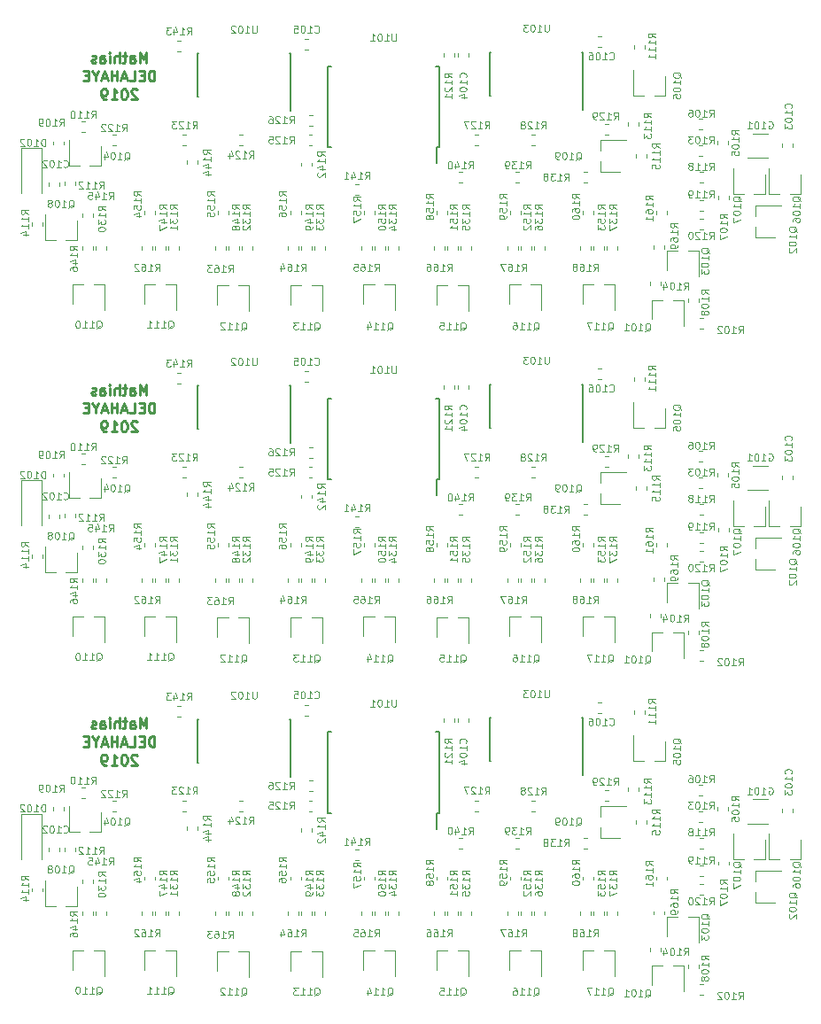
<source format=gbo>
G04 #@! TF.GenerationSoftware,KiCad,Pcbnew,5.0.2+dfsg1-1~bpo9+1*
G04 #@! TF.CreationDate,2019-07-31T18:24:25+02:00*
G04 #@! TF.ProjectId,IO_BUTTON_BOARD,494f5f42-5554-4544-9f4e-5f424f415244,v1.0*
G04 #@! TF.SameCoordinates,Original*
G04 #@! TF.FileFunction,Legend,Bot*
G04 #@! TF.FilePolarity,Positive*
%FSLAX46Y46*%
G04 Gerber Fmt 4.6, Leading zero omitted, Abs format (unit mm)*
G04 Created by KiCad (PCBNEW 5.0.2+dfsg1-1~bpo9+1) date mer. 31 juil. 2019 18:24:25 CEST*
%MOMM*%
%LPD*%
G01*
G04 APERTURE LIST*
%ADD10C,0.250000*%
%ADD11C,0.120000*%
%ADD12C,0.150000*%
%ADD13C,0.100000*%
G04 APERTURE END LIST*
D10*
X135334047Y-123543380D02*
X135334047Y-122543380D01*
X135000714Y-123257666D01*
X134667380Y-122543380D01*
X134667380Y-123543380D01*
X133762619Y-123543380D02*
X133762619Y-123019571D01*
X133810238Y-122924333D01*
X133905476Y-122876714D01*
X134095952Y-122876714D01*
X134191190Y-122924333D01*
X133762619Y-123495761D02*
X133857857Y-123543380D01*
X134095952Y-123543380D01*
X134191190Y-123495761D01*
X134238809Y-123400523D01*
X134238809Y-123305285D01*
X134191190Y-123210047D01*
X134095952Y-123162428D01*
X133857857Y-123162428D01*
X133762619Y-123114809D01*
X133429285Y-122876714D02*
X133048333Y-122876714D01*
X133286428Y-122543380D02*
X133286428Y-123400523D01*
X133238809Y-123495761D01*
X133143571Y-123543380D01*
X133048333Y-123543380D01*
X132715000Y-123543380D02*
X132715000Y-122543380D01*
X132286428Y-123543380D02*
X132286428Y-123019571D01*
X132334047Y-122924333D01*
X132429285Y-122876714D01*
X132572142Y-122876714D01*
X132667380Y-122924333D01*
X132715000Y-122971952D01*
X131810238Y-123543380D02*
X131810238Y-122876714D01*
X131810238Y-122543380D02*
X131857857Y-122591000D01*
X131810238Y-122638619D01*
X131762619Y-122591000D01*
X131810238Y-122543380D01*
X131810238Y-122638619D01*
X130905476Y-123543380D02*
X130905476Y-123019571D01*
X130953095Y-122924333D01*
X131048333Y-122876714D01*
X131238809Y-122876714D01*
X131334047Y-122924333D01*
X130905476Y-123495761D02*
X131000714Y-123543380D01*
X131238809Y-123543380D01*
X131334047Y-123495761D01*
X131381666Y-123400523D01*
X131381666Y-123305285D01*
X131334047Y-123210047D01*
X131238809Y-123162428D01*
X131000714Y-123162428D01*
X130905476Y-123114809D01*
X130476904Y-123495761D02*
X130381666Y-123543380D01*
X130191190Y-123543380D01*
X130095952Y-123495761D01*
X130048333Y-123400523D01*
X130048333Y-123352904D01*
X130095952Y-123257666D01*
X130191190Y-123210047D01*
X130334047Y-123210047D01*
X130429285Y-123162428D01*
X130476904Y-123067190D01*
X130476904Y-123019571D01*
X130429285Y-122924333D01*
X130334047Y-122876714D01*
X130191190Y-122876714D01*
X130095952Y-122924333D01*
X136095952Y-125293380D02*
X136095952Y-124293380D01*
X135857857Y-124293380D01*
X135715000Y-124341000D01*
X135619761Y-124436238D01*
X135572142Y-124531476D01*
X135524523Y-124721952D01*
X135524523Y-124864809D01*
X135572142Y-125055285D01*
X135619761Y-125150523D01*
X135715000Y-125245761D01*
X135857857Y-125293380D01*
X136095952Y-125293380D01*
X135095952Y-124769571D02*
X134762619Y-124769571D01*
X134619761Y-125293380D02*
X135095952Y-125293380D01*
X135095952Y-124293380D01*
X134619761Y-124293380D01*
X133715000Y-125293380D02*
X134191190Y-125293380D01*
X134191190Y-124293380D01*
X133429285Y-125007666D02*
X132953095Y-125007666D01*
X133524523Y-125293380D02*
X133191190Y-124293380D01*
X132857857Y-125293380D01*
X132524523Y-125293380D02*
X132524523Y-124293380D01*
X132524523Y-124769571D02*
X131953095Y-124769571D01*
X131953095Y-125293380D02*
X131953095Y-124293380D01*
X131524523Y-125007666D02*
X131048333Y-125007666D01*
X131619761Y-125293380D02*
X131286428Y-124293380D01*
X130953095Y-125293380D01*
X130429285Y-124817190D02*
X130429285Y-125293380D01*
X130762619Y-124293380D02*
X130429285Y-124817190D01*
X130095952Y-124293380D01*
X129762619Y-124769571D02*
X129429285Y-124769571D01*
X129286428Y-125293380D02*
X129762619Y-125293380D01*
X129762619Y-124293380D01*
X129286428Y-124293380D01*
X134429285Y-126138619D02*
X134381666Y-126091000D01*
X134286428Y-126043380D01*
X134048333Y-126043380D01*
X133953095Y-126091000D01*
X133905476Y-126138619D01*
X133857857Y-126233857D01*
X133857857Y-126329095D01*
X133905476Y-126471952D01*
X134476904Y-127043380D01*
X133857857Y-127043380D01*
X133238809Y-126043380D02*
X133143571Y-126043380D01*
X133048333Y-126091000D01*
X133000714Y-126138619D01*
X132953095Y-126233857D01*
X132905476Y-126424333D01*
X132905476Y-126662428D01*
X132953095Y-126852904D01*
X133000714Y-126948142D01*
X133048333Y-126995761D01*
X133143571Y-127043380D01*
X133238809Y-127043380D01*
X133334047Y-126995761D01*
X133381666Y-126948142D01*
X133429285Y-126852904D01*
X133476904Y-126662428D01*
X133476904Y-126424333D01*
X133429285Y-126233857D01*
X133381666Y-126138619D01*
X133334047Y-126091000D01*
X133238809Y-126043380D01*
X131953095Y-127043380D02*
X132524523Y-127043380D01*
X132238809Y-127043380D02*
X132238809Y-126043380D01*
X132334047Y-126186238D01*
X132429285Y-126281476D01*
X132524523Y-126329095D01*
X131476904Y-127043380D02*
X131286428Y-127043380D01*
X131191190Y-126995761D01*
X131143571Y-126948142D01*
X131048333Y-126805285D01*
X131000714Y-126614809D01*
X131000714Y-126233857D01*
X131048333Y-126138619D01*
X131095952Y-126091000D01*
X131191190Y-126043380D01*
X131381666Y-126043380D01*
X131476904Y-126091000D01*
X131524523Y-126138619D01*
X131572142Y-126233857D01*
X131572142Y-126471952D01*
X131524523Y-126567190D01*
X131476904Y-126614809D01*
X131381666Y-126662428D01*
X131191190Y-126662428D01*
X131095952Y-126614809D01*
X131048333Y-126567190D01*
X131000714Y-126471952D01*
X135334047Y-91666380D02*
X135334047Y-90666380D01*
X135000714Y-91380666D01*
X134667380Y-90666380D01*
X134667380Y-91666380D01*
X133762619Y-91666380D02*
X133762619Y-91142571D01*
X133810238Y-91047333D01*
X133905476Y-90999714D01*
X134095952Y-90999714D01*
X134191190Y-91047333D01*
X133762619Y-91618761D02*
X133857857Y-91666380D01*
X134095952Y-91666380D01*
X134191190Y-91618761D01*
X134238809Y-91523523D01*
X134238809Y-91428285D01*
X134191190Y-91333047D01*
X134095952Y-91285428D01*
X133857857Y-91285428D01*
X133762619Y-91237809D01*
X133429285Y-90999714D02*
X133048333Y-90999714D01*
X133286428Y-90666380D02*
X133286428Y-91523523D01*
X133238809Y-91618761D01*
X133143571Y-91666380D01*
X133048333Y-91666380D01*
X132715000Y-91666380D02*
X132715000Y-90666380D01*
X132286428Y-91666380D02*
X132286428Y-91142571D01*
X132334047Y-91047333D01*
X132429285Y-90999714D01*
X132572142Y-90999714D01*
X132667380Y-91047333D01*
X132715000Y-91094952D01*
X131810238Y-91666380D02*
X131810238Y-90999714D01*
X131810238Y-90666380D02*
X131857857Y-90714000D01*
X131810238Y-90761619D01*
X131762619Y-90714000D01*
X131810238Y-90666380D01*
X131810238Y-90761619D01*
X130905476Y-91666380D02*
X130905476Y-91142571D01*
X130953095Y-91047333D01*
X131048333Y-90999714D01*
X131238809Y-90999714D01*
X131334047Y-91047333D01*
X130905476Y-91618761D02*
X131000714Y-91666380D01*
X131238809Y-91666380D01*
X131334047Y-91618761D01*
X131381666Y-91523523D01*
X131381666Y-91428285D01*
X131334047Y-91333047D01*
X131238809Y-91285428D01*
X131000714Y-91285428D01*
X130905476Y-91237809D01*
X130476904Y-91618761D02*
X130381666Y-91666380D01*
X130191190Y-91666380D01*
X130095952Y-91618761D01*
X130048333Y-91523523D01*
X130048333Y-91475904D01*
X130095952Y-91380666D01*
X130191190Y-91333047D01*
X130334047Y-91333047D01*
X130429285Y-91285428D01*
X130476904Y-91190190D01*
X130476904Y-91142571D01*
X130429285Y-91047333D01*
X130334047Y-90999714D01*
X130191190Y-90999714D01*
X130095952Y-91047333D01*
X136095952Y-93416380D02*
X136095952Y-92416380D01*
X135857857Y-92416380D01*
X135715000Y-92464000D01*
X135619761Y-92559238D01*
X135572142Y-92654476D01*
X135524523Y-92844952D01*
X135524523Y-92987809D01*
X135572142Y-93178285D01*
X135619761Y-93273523D01*
X135715000Y-93368761D01*
X135857857Y-93416380D01*
X136095952Y-93416380D01*
X135095952Y-92892571D02*
X134762619Y-92892571D01*
X134619761Y-93416380D02*
X135095952Y-93416380D01*
X135095952Y-92416380D01*
X134619761Y-92416380D01*
X133715000Y-93416380D02*
X134191190Y-93416380D01*
X134191190Y-92416380D01*
X133429285Y-93130666D02*
X132953095Y-93130666D01*
X133524523Y-93416380D02*
X133191190Y-92416380D01*
X132857857Y-93416380D01*
X132524523Y-93416380D02*
X132524523Y-92416380D01*
X132524523Y-92892571D02*
X131953095Y-92892571D01*
X131953095Y-93416380D02*
X131953095Y-92416380D01*
X131524523Y-93130666D02*
X131048333Y-93130666D01*
X131619761Y-93416380D02*
X131286428Y-92416380D01*
X130953095Y-93416380D01*
X130429285Y-92940190D02*
X130429285Y-93416380D01*
X130762619Y-92416380D02*
X130429285Y-92940190D01*
X130095952Y-92416380D01*
X129762619Y-92892571D02*
X129429285Y-92892571D01*
X129286428Y-93416380D02*
X129762619Y-93416380D01*
X129762619Y-92416380D01*
X129286428Y-92416380D01*
X134429285Y-94261619D02*
X134381666Y-94214000D01*
X134286428Y-94166380D01*
X134048333Y-94166380D01*
X133953095Y-94214000D01*
X133905476Y-94261619D01*
X133857857Y-94356857D01*
X133857857Y-94452095D01*
X133905476Y-94594952D01*
X134476904Y-95166380D01*
X133857857Y-95166380D01*
X133238809Y-94166380D02*
X133143571Y-94166380D01*
X133048333Y-94214000D01*
X133000714Y-94261619D01*
X132953095Y-94356857D01*
X132905476Y-94547333D01*
X132905476Y-94785428D01*
X132953095Y-94975904D01*
X133000714Y-95071142D01*
X133048333Y-95118761D01*
X133143571Y-95166380D01*
X133238809Y-95166380D01*
X133334047Y-95118761D01*
X133381666Y-95071142D01*
X133429285Y-94975904D01*
X133476904Y-94785428D01*
X133476904Y-94547333D01*
X133429285Y-94356857D01*
X133381666Y-94261619D01*
X133334047Y-94214000D01*
X133238809Y-94166380D01*
X131953095Y-95166380D02*
X132524523Y-95166380D01*
X132238809Y-95166380D02*
X132238809Y-94166380D01*
X132334047Y-94309238D01*
X132429285Y-94404476D01*
X132524523Y-94452095D01*
X131476904Y-95166380D02*
X131286428Y-95166380D01*
X131191190Y-95118761D01*
X131143571Y-95071142D01*
X131048333Y-94928285D01*
X131000714Y-94737809D01*
X131000714Y-94356857D01*
X131048333Y-94261619D01*
X131095952Y-94214000D01*
X131191190Y-94166380D01*
X131381666Y-94166380D01*
X131476904Y-94214000D01*
X131524523Y-94261619D01*
X131572142Y-94356857D01*
X131572142Y-94594952D01*
X131524523Y-94690190D01*
X131476904Y-94737809D01*
X131381666Y-94785428D01*
X131191190Y-94785428D01*
X131095952Y-94737809D01*
X131048333Y-94690190D01*
X131000714Y-94594952D01*
X135334047Y-59916380D02*
X135334047Y-58916380D01*
X135000714Y-59630666D01*
X134667380Y-58916380D01*
X134667380Y-59916380D01*
X133762619Y-59916380D02*
X133762619Y-59392571D01*
X133810238Y-59297333D01*
X133905476Y-59249714D01*
X134095952Y-59249714D01*
X134191190Y-59297333D01*
X133762619Y-59868761D02*
X133857857Y-59916380D01*
X134095952Y-59916380D01*
X134191190Y-59868761D01*
X134238809Y-59773523D01*
X134238809Y-59678285D01*
X134191190Y-59583047D01*
X134095952Y-59535428D01*
X133857857Y-59535428D01*
X133762619Y-59487809D01*
X133429285Y-59249714D02*
X133048333Y-59249714D01*
X133286428Y-58916380D02*
X133286428Y-59773523D01*
X133238809Y-59868761D01*
X133143571Y-59916380D01*
X133048333Y-59916380D01*
X132715000Y-59916380D02*
X132715000Y-58916380D01*
X132286428Y-59916380D02*
X132286428Y-59392571D01*
X132334047Y-59297333D01*
X132429285Y-59249714D01*
X132572142Y-59249714D01*
X132667380Y-59297333D01*
X132715000Y-59344952D01*
X131810238Y-59916380D02*
X131810238Y-59249714D01*
X131810238Y-58916380D02*
X131857857Y-58964000D01*
X131810238Y-59011619D01*
X131762619Y-58964000D01*
X131810238Y-58916380D01*
X131810238Y-59011619D01*
X130905476Y-59916380D02*
X130905476Y-59392571D01*
X130953095Y-59297333D01*
X131048333Y-59249714D01*
X131238809Y-59249714D01*
X131334047Y-59297333D01*
X130905476Y-59868761D02*
X131000714Y-59916380D01*
X131238809Y-59916380D01*
X131334047Y-59868761D01*
X131381666Y-59773523D01*
X131381666Y-59678285D01*
X131334047Y-59583047D01*
X131238809Y-59535428D01*
X131000714Y-59535428D01*
X130905476Y-59487809D01*
X130476904Y-59868761D02*
X130381666Y-59916380D01*
X130191190Y-59916380D01*
X130095952Y-59868761D01*
X130048333Y-59773523D01*
X130048333Y-59725904D01*
X130095952Y-59630666D01*
X130191190Y-59583047D01*
X130334047Y-59583047D01*
X130429285Y-59535428D01*
X130476904Y-59440190D01*
X130476904Y-59392571D01*
X130429285Y-59297333D01*
X130334047Y-59249714D01*
X130191190Y-59249714D01*
X130095952Y-59297333D01*
X136095952Y-61666380D02*
X136095952Y-60666380D01*
X135857857Y-60666380D01*
X135715000Y-60714000D01*
X135619761Y-60809238D01*
X135572142Y-60904476D01*
X135524523Y-61094952D01*
X135524523Y-61237809D01*
X135572142Y-61428285D01*
X135619761Y-61523523D01*
X135715000Y-61618761D01*
X135857857Y-61666380D01*
X136095952Y-61666380D01*
X135095952Y-61142571D02*
X134762619Y-61142571D01*
X134619761Y-61666380D02*
X135095952Y-61666380D01*
X135095952Y-60666380D01*
X134619761Y-60666380D01*
X133715000Y-61666380D02*
X134191190Y-61666380D01*
X134191190Y-60666380D01*
X133429285Y-61380666D02*
X132953095Y-61380666D01*
X133524523Y-61666380D02*
X133191190Y-60666380D01*
X132857857Y-61666380D01*
X132524523Y-61666380D02*
X132524523Y-60666380D01*
X132524523Y-61142571D02*
X131953095Y-61142571D01*
X131953095Y-61666380D02*
X131953095Y-60666380D01*
X131524523Y-61380666D02*
X131048333Y-61380666D01*
X131619761Y-61666380D02*
X131286428Y-60666380D01*
X130953095Y-61666380D01*
X130429285Y-61190190D02*
X130429285Y-61666380D01*
X130762619Y-60666380D02*
X130429285Y-61190190D01*
X130095952Y-60666380D01*
X129762619Y-61142571D02*
X129429285Y-61142571D01*
X129286428Y-61666380D02*
X129762619Y-61666380D01*
X129762619Y-60666380D01*
X129286428Y-60666380D01*
X134429285Y-62511619D02*
X134381666Y-62464000D01*
X134286428Y-62416380D01*
X134048333Y-62416380D01*
X133953095Y-62464000D01*
X133905476Y-62511619D01*
X133857857Y-62606857D01*
X133857857Y-62702095D01*
X133905476Y-62844952D01*
X134476904Y-63416380D01*
X133857857Y-63416380D01*
X133238809Y-62416380D02*
X133143571Y-62416380D01*
X133048333Y-62464000D01*
X133000714Y-62511619D01*
X132953095Y-62606857D01*
X132905476Y-62797333D01*
X132905476Y-63035428D01*
X132953095Y-63225904D01*
X133000714Y-63321142D01*
X133048333Y-63368761D01*
X133143571Y-63416380D01*
X133238809Y-63416380D01*
X133334047Y-63368761D01*
X133381666Y-63321142D01*
X133429285Y-63225904D01*
X133476904Y-63035428D01*
X133476904Y-62797333D01*
X133429285Y-62606857D01*
X133381666Y-62511619D01*
X133334047Y-62464000D01*
X133238809Y-62416380D01*
X131953095Y-63416380D02*
X132524523Y-63416380D01*
X132238809Y-63416380D02*
X132238809Y-62416380D01*
X132334047Y-62559238D01*
X132429285Y-62654476D01*
X132524523Y-62702095D01*
X131476904Y-63416380D02*
X131286428Y-63416380D01*
X131191190Y-63368761D01*
X131143571Y-63321142D01*
X131048333Y-63178285D01*
X131000714Y-62987809D01*
X131000714Y-62606857D01*
X131048333Y-62511619D01*
X131095952Y-62464000D01*
X131191190Y-62416380D01*
X131381666Y-62416380D01*
X131476904Y-62464000D01*
X131524523Y-62511619D01*
X131572142Y-62606857D01*
X131572142Y-62844952D01*
X131524523Y-62940190D01*
X131476904Y-62987809D01*
X131381666Y-63035428D01*
X131191190Y-63035428D01*
X131095952Y-62987809D01*
X131048333Y-62940190D01*
X131000714Y-62844952D01*
D11*
G04 #@! TO.C,R107*
X191010000Y-136260721D02*
X191010000Y-136586279D01*
X189990000Y-136260721D02*
X189990000Y-136586279D01*
G04 #@! TO.C,R136*
X173357000Y-141386779D02*
X173357000Y-141061221D01*
X172337000Y-141386779D02*
X172337000Y-141061221D01*
G04 #@! TO.C,R124*
X144210721Y-131447000D02*
X144536279Y-131447000D01*
X144210721Y-130427000D02*
X144536279Y-130427000D01*
G04 #@! TO.C,Q114*
X157107000Y-144759000D02*
X156057000Y-144759000D01*
X156057000Y-144759000D02*
X156057000Y-146609000D01*
X159107000Y-144759000D02*
X158107000Y-144759000D01*
X159117000Y-144779000D02*
X159117000Y-147209000D01*
G04 #@! TO.C,R150*
X157097000Y-141386779D02*
X157097000Y-141061221D01*
X158117000Y-141386779D02*
X158117000Y-141061221D01*
G04 #@! TO.C,R149*
X151132000Y-141386779D02*
X151132000Y-141061221D01*
X150112000Y-141386779D02*
X150112000Y-141061221D01*
G04 #@! TO.C,R132*
X144397000Y-141386779D02*
X144397000Y-141061221D01*
X145417000Y-141386779D02*
X145417000Y-141061221D01*
G04 #@! TO.C,R138*
X177103721Y-135003000D02*
X177429279Y-135003000D01*
X177103721Y-133983000D02*
X177429279Y-133983000D01*
D12*
G04 #@! TO.C,U102*
X149103000Y-126789000D02*
X149078000Y-126789000D01*
X149103000Y-122639000D02*
X148988000Y-122639000D01*
X140203000Y-122639000D02*
X140318000Y-122639000D01*
X140203000Y-126789000D02*
X140318000Y-126789000D01*
X149103000Y-126789000D02*
X149103000Y-122639000D01*
X140203000Y-126789000D02*
X140203000Y-122639000D01*
X149078000Y-126789000D02*
X149078000Y-128164000D01*
G04 #@! TO.C,U103*
X177018000Y-126662000D02*
X177018000Y-128037000D01*
X168143000Y-126662000D02*
X168143000Y-122512000D01*
X177043000Y-126662000D02*
X177043000Y-122512000D01*
X168143000Y-126662000D02*
X168258000Y-126662000D01*
X168143000Y-122512000D02*
X168258000Y-122512000D01*
X177043000Y-122512000D02*
X176928000Y-122512000D01*
X177043000Y-126662000D02*
X177018000Y-126662000D01*
D11*
G04 #@! TO.C,Q111*
X136152000Y-144759000D02*
X135102000Y-144759000D01*
X135102000Y-144759000D02*
X135102000Y-146609000D01*
X138152000Y-144759000D02*
X137152000Y-144759000D01*
X138162000Y-144779000D02*
X138162000Y-147209000D01*
G04 #@! TO.C,Q105*
X181878000Y-126660000D02*
X181878000Y-124230000D01*
X181888000Y-126680000D02*
X182888000Y-126680000D01*
X184938000Y-126680000D02*
X184938000Y-124830000D01*
X183888000Y-126680000D02*
X184938000Y-126680000D01*
G04 #@! TO.C,R151*
X165102000Y-141386779D02*
X165102000Y-141061221D01*
X164082000Y-141386779D02*
X164082000Y-141061221D01*
G04 #@! TO.C,R166*
X162812000Y-141061221D02*
X162812000Y-141386779D01*
X163832000Y-141061221D02*
X163832000Y-141386779D01*
G04 #@! TO.C,R152*
X171067000Y-141386779D02*
X171067000Y-141061221D01*
X172087000Y-141386779D02*
X172087000Y-141061221D01*
G04 #@! TO.C,R119*
X188529279Y-137670000D02*
X188203721Y-137670000D01*
X188529279Y-136650000D02*
X188203721Y-136650000D01*
G04 #@! TO.C,R165*
X156847000Y-141061221D02*
X156847000Y-141386779D01*
X155827000Y-141061221D02*
X155827000Y-141386779D01*
G04 #@! TO.C,Q103*
X188134000Y-141564000D02*
X188134000Y-143994000D01*
X188124000Y-141544000D02*
X187124000Y-141544000D01*
X185074000Y-141544000D02*
X185074000Y-143394000D01*
X186124000Y-141544000D02*
X185074000Y-141544000D01*
G04 #@! TO.C,Q102*
X193527000Y-139184000D02*
X193527000Y-140234000D01*
X193527000Y-140234000D02*
X195377000Y-140234000D01*
X193527000Y-137184000D02*
X193527000Y-138184000D01*
X193547000Y-137174000D02*
X195977000Y-137174000D01*
G04 #@! TO.C,R146*
X129157000Y-141386779D02*
X129157000Y-141061221D01*
X130177000Y-141386779D02*
X130177000Y-141061221D01*
G04 #@! TO.C,Q106*
X196842000Y-136078000D02*
X197892000Y-136078000D01*
X197892000Y-136078000D02*
X197892000Y-134228000D01*
X194842000Y-136078000D02*
X195842000Y-136078000D01*
X194832000Y-136058000D02*
X194832000Y-133628000D01*
G04 #@! TO.C,R167*
X169797000Y-141061221D02*
X169797000Y-141386779D01*
X170817000Y-141061221D02*
X170817000Y-141386779D01*
G04 #@! TO.C,R133*
X151382000Y-141386779D02*
X151382000Y-141061221D01*
X152402000Y-141386779D02*
X152402000Y-141061221D01*
G04 #@! TO.C,R154*
X135126000Y-138036279D02*
X135126000Y-137710721D01*
X136146000Y-138036279D02*
X136146000Y-137710721D01*
G04 #@! TO.C,R147*
X137162000Y-141386779D02*
X137162000Y-141061221D01*
X136142000Y-141386779D02*
X136142000Y-141061221D01*
G04 #@! TO.C,R161*
X185041000Y-138036279D02*
X185041000Y-137710721D01*
X184021000Y-138036279D02*
X184021000Y-137710721D01*
G04 #@! TO.C,R131*
X138432000Y-141386779D02*
X138432000Y-141061221D01*
X137412000Y-141386779D02*
X137412000Y-141061221D01*
G04 #@! TO.C,R155*
X143131000Y-138036279D02*
X143131000Y-137710721D01*
X142111000Y-138036279D02*
X142111000Y-137710721D01*
G04 #@! TO.C,R148*
X144147000Y-141386779D02*
X144147000Y-141061221D01*
X143127000Y-141386779D02*
X143127000Y-141061221D01*
G04 #@! TO.C,R114*
X125351000Y-138800721D02*
X125351000Y-139126279D01*
X124331000Y-138800721D02*
X124331000Y-139126279D01*
G04 #@! TO.C,R103*
X188152721Y-132463000D02*
X188478279Y-132463000D01*
X188152721Y-131443000D02*
X188478279Y-131443000D01*
G04 #@! TO.C,R115*
X182116000Y-132623779D02*
X182116000Y-132298221D01*
X183136000Y-132623779D02*
X183136000Y-132298221D01*
G04 #@! TO.C,Q112*
X145147000Y-144866000D02*
X145147000Y-147296000D01*
X145137000Y-144846000D02*
X144137000Y-144846000D01*
X142087000Y-144846000D02*
X142087000Y-146696000D01*
X143137000Y-144846000D02*
X142087000Y-144846000D01*
G04 #@! TO.C,Q104*
X127903000Y-133391000D02*
X127903000Y-130961000D01*
X127913000Y-133411000D02*
X128913000Y-133411000D01*
X130963000Y-133411000D02*
X130963000Y-131561000D01*
X129913000Y-133411000D02*
X130963000Y-133411000D01*
G04 #@! TO.C,R111*
X182932800Y-122184279D02*
X182932800Y-121858721D01*
X181912800Y-122184279D02*
X181912800Y-121858721D01*
G04 #@! TO.C,R110*
X129474279Y-129157000D02*
X129148721Y-129157000D01*
X129474279Y-130177000D02*
X129148721Y-130177000D01*
G04 #@! TO.C,C103*
X196086000Y-131256721D02*
X196086000Y-131582279D01*
X197106000Y-131256721D02*
X197106000Y-131582279D01*
G04 #@! TO.C,R108*
X188089000Y-146115721D02*
X188089000Y-146441279D01*
X187069000Y-146115721D02*
X187069000Y-146441279D01*
G04 #@! TO.C,R140*
X165165721Y-133983000D02*
X165491279Y-133983000D01*
X165165721Y-135003000D02*
X165491279Y-135003000D01*
G04 #@! TO.C,Q110*
X129294000Y-144759000D02*
X128244000Y-144759000D01*
X128244000Y-144759000D02*
X128244000Y-146609000D01*
X131294000Y-144759000D02*
X130294000Y-144759000D01*
X131304000Y-144779000D02*
X131304000Y-147209000D01*
G04 #@! TO.C,R153*
X179072000Y-141386779D02*
X179072000Y-141061221D01*
X178052000Y-141386779D02*
X178052000Y-141061221D01*
G04 #@! TO.C,R127*
X167066279Y-131447000D02*
X166740721Y-131447000D01*
X167066279Y-130427000D02*
X166740721Y-130427000D01*
G04 #@! TO.C,R106*
X188152721Y-128903000D02*
X188478279Y-128903000D01*
X188152721Y-129923000D02*
X188478279Y-129923000D01*
G04 #@! TO.C,R123*
X139126279Y-130427000D02*
X138800721Y-130427000D01*
X139126279Y-131447000D02*
X138800721Y-131447000D01*
G04 #@! TO.C,G101*
X194690000Y-132620000D02*
X192790000Y-132620000D01*
X193290000Y-130300000D02*
X194690000Y-130300000D01*
G04 #@! TO.C,D102*
X123333000Y-136017000D02*
X123333000Y-131717000D01*
X123333000Y-131717000D02*
X125333000Y-131717000D01*
X125333000Y-131717000D02*
X125333000Y-136017000D01*
G04 #@! TO.C,R134*
X159387000Y-141386779D02*
X159387000Y-141061221D01*
X158367000Y-141386779D02*
X158367000Y-141061221D01*
G04 #@! TO.C,C105*
X150784779Y-122303000D02*
X150459221Y-122303000D01*
X150784779Y-121283000D02*
X150459221Y-121283000D01*
G04 #@! TO.C,R113*
X182374000Y-129550279D02*
X182374000Y-129224721D01*
X181354000Y-129550279D02*
X181354000Y-129224721D01*
G04 #@! TO.C,R143*
X138241721Y-121410000D02*
X138567279Y-121410000D01*
X138241721Y-122430000D02*
X138567279Y-122430000D01*
G04 #@! TO.C,R130*
X131447000Y-141386779D02*
X131447000Y-141061221D01*
X130427000Y-141386779D02*
X130427000Y-141061221D01*
G04 #@! TO.C,Q116*
X173087000Y-144779000D02*
X173087000Y-147209000D01*
X173077000Y-144759000D02*
X172077000Y-144759000D01*
X170027000Y-144759000D02*
X170027000Y-146609000D01*
X171077000Y-144759000D02*
X170027000Y-144759000D01*
G04 #@! TO.C,C106*
X178826279Y-121029000D02*
X178500721Y-121029000D01*
X178826279Y-122049000D02*
X178500721Y-122049000D01*
G04 #@! TO.C,R141*
X155610779Y-136146000D02*
X155285221Y-136146000D01*
X155610779Y-135126000D02*
X155285221Y-135126000D01*
G04 #@! TO.C,R145*
X130202400Y-138313279D02*
X130202400Y-137987721D01*
X129182400Y-138313279D02*
X129182400Y-137987721D01*
G04 #@! TO.C,R144*
X139190000Y-133233479D02*
X139190000Y-132907921D01*
X140210000Y-133233479D02*
X140210000Y-132907921D01*
G04 #@! TO.C,Q109*
X178775000Y-130951000D02*
X181205000Y-130951000D01*
X178755000Y-130961000D02*
X178755000Y-131961000D01*
X178755000Y-134011000D02*
X180605000Y-134011000D01*
X178755000Y-132961000D02*
X178755000Y-134011000D01*
D12*
G04 #@! TO.C,U101*
X163313000Y-131637000D02*
X163038000Y-131637000D01*
X163313000Y-123887000D02*
X162958000Y-123887000D01*
X152663000Y-123887000D02*
X153018000Y-123887000D01*
X152663000Y-131637000D02*
X153018000Y-131637000D01*
X163313000Y-131637000D02*
X163313000Y-123887000D01*
X152663000Y-131637000D02*
X152663000Y-123887000D01*
X163038000Y-131637000D02*
X163038000Y-133162000D01*
D11*
G04 #@! TO.C,Q113*
X150122000Y-144846000D02*
X149072000Y-144846000D01*
X149072000Y-144846000D02*
X149072000Y-146696000D01*
X152122000Y-144846000D02*
X151122000Y-144846000D01*
X152132000Y-144866000D02*
X152132000Y-147296000D01*
G04 #@! TO.C,R125*
X150840221Y-131447000D02*
X151165779Y-131447000D01*
X150840221Y-130427000D02*
X151165779Y-130427000D01*
G04 #@! TO.C,R109*
X127383000Y-131379279D02*
X127383000Y-131053721D01*
X126363000Y-131379279D02*
X126363000Y-131053721D01*
G04 #@! TO.C,R164*
X148842000Y-141061221D02*
X148842000Y-141386779D01*
X149862000Y-141061221D02*
X149862000Y-141386779D01*
G04 #@! TO.C,R104*
X183487600Y-144490321D02*
X183487600Y-144815879D01*
X184507600Y-144490321D02*
X184507600Y-144815879D01*
G04 #@! TO.C,R135*
X165352000Y-141386779D02*
X165352000Y-141061221D01*
X166372000Y-141386779D02*
X166372000Y-141061221D01*
G04 #@! TO.C,R137*
X180342000Y-141386779D02*
X180342000Y-141061221D01*
X179322000Y-141386779D02*
X179322000Y-141061221D01*
G04 #@! TO.C,R163*
X142877000Y-141061221D02*
X142877000Y-141386779D01*
X141857000Y-141061221D02*
X141857000Y-141386779D01*
G04 #@! TO.C,R168*
X177802000Y-141061221D02*
X177802000Y-141386779D01*
X176782000Y-141061221D02*
X176782000Y-141386779D01*
G04 #@! TO.C,Q115*
X166102000Y-144826000D02*
X166102000Y-147256000D01*
X166092000Y-144806000D02*
X165092000Y-144806000D01*
X163042000Y-144806000D02*
X163042000Y-146656000D01*
X164092000Y-144806000D02*
X163042000Y-144806000D01*
G04 #@! TO.C,R162*
X134872000Y-141061221D02*
X134872000Y-141386779D01*
X135892000Y-141061221D02*
X135892000Y-141386779D01*
G04 #@! TO.C,R128*
X172150721Y-131447000D02*
X172476279Y-131447000D01*
X172150721Y-130427000D02*
X172476279Y-130427000D01*
G04 #@! TO.C,Q107*
X191403000Y-136058000D02*
X191403000Y-133628000D01*
X191413000Y-136078000D02*
X192413000Y-136078000D01*
X194463000Y-136078000D02*
X194463000Y-134228000D01*
X193413000Y-136078000D02*
X194463000Y-136078000D01*
G04 #@! TO.C,Q117*
X178062000Y-144759000D02*
X177012000Y-144759000D01*
X177012000Y-144759000D02*
X177012000Y-146609000D01*
X180062000Y-144759000D02*
X179062000Y-144759000D01*
X180072000Y-144779000D02*
X180072000Y-147209000D01*
G04 #@! TO.C,R142*
X151132000Y-133411279D02*
X151132000Y-133085721D01*
X150112000Y-133411279D02*
X150112000Y-133085721D01*
G04 #@! TO.C,R139*
X170952279Y-135003000D02*
X170626721Y-135003000D01*
X170952279Y-133983000D02*
X170626721Y-133983000D01*
G04 #@! TO.C,R122*
X132395279Y-131447000D02*
X132069721Y-131447000D01*
X132395279Y-130427000D02*
X132069721Y-130427000D01*
G04 #@! TO.C,R126*
X150865721Y-129542000D02*
X151191279Y-129542000D01*
X150865721Y-128522000D02*
X151191279Y-128522000D01*
G04 #@! TO.C,R157*
X157101000Y-138036279D02*
X157101000Y-137710721D01*
X156081000Y-138036279D02*
X156081000Y-137710721D01*
G04 #@! TO.C,Q108*
X127627000Y-140523000D02*
X128677000Y-140523000D01*
X128677000Y-140523000D02*
X128677000Y-138673000D01*
X125627000Y-140523000D02*
X126627000Y-140523000D01*
X125617000Y-140503000D02*
X125617000Y-138073000D01*
G04 #@! TO.C,R121*
X163701000Y-122946279D02*
X163701000Y-122620721D01*
X164721000Y-122946279D02*
X164721000Y-122620721D01*
G04 #@! TO.C,R102*
X188229121Y-148998400D02*
X188554679Y-148998400D01*
X188229121Y-147978400D02*
X188554679Y-147978400D01*
G04 #@! TO.C,C102*
X127002000Y-135290779D02*
X127002000Y-134965221D01*
X125982000Y-135290779D02*
X125982000Y-134965221D01*
G04 #@! TO.C,R129*
X179135721Y-130431000D02*
X179461279Y-130431000D01*
X179135721Y-129411000D02*
X179461279Y-129411000D01*
G04 #@! TO.C,R160*
X177036000Y-138036279D02*
X177036000Y-137710721D01*
X178056000Y-138036279D02*
X178056000Y-137710721D01*
G04 #@! TO.C,R159*
X171071000Y-138036279D02*
X171071000Y-137710721D01*
X170051000Y-138036279D02*
X170051000Y-137710721D01*
G04 #@! TO.C,C104*
X165098000Y-122946279D02*
X165098000Y-122620721D01*
X166118000Y-122946279D02*
X166118000Y-122620721D01*
G04 #@! TO.C,R118*
X188529279Y-135003000D02*
X188203721Y-135003000D01*
X188529279Y-133983000D02*
X188203721Y-133983000D01*
G04 #@! TO.C,R169*
X184787000Y-141012721D02*
X184787000Y-141338279D01*
X183767000Y-141012721D02*
X183767000Y-141338279D01*
G04 #@! TO.C,Q101*
X184666000Y-146217600D02*
X183616000Y-146217600D01*
X183616000Y-146217600D02*
X183616000Y-148067600D01*
X186666000Y-146217600D02*
X185666000Y-146217600D01*
X186676000Y-146237600D02*
X186676000Y-148667600D01*
G04 #@! TO.C,R105*
X189863000Y-131353779D02*
X189863000Y-131028221D01*
X190883000Y-131353779D02*
X190883000Y-131028221D01*
G04 #@! TO.C,R112*
X128526000Y-134939721D02*
X128526000Y-135265279D01*
X127506000Y-134939721D02*
X127506000Y-135265279D01*
G04 #@! TO.C,R120*
X188529279Y-139448000D02*
X188203721Y-139448000D01*
X188529279Y-138428000D02*
X188203721Y-138428000D01*
G04 #@! TO.C,R158*
X163066000Y-138036279D02*
X163066000Y-137710721D01*
X164086000Y-138036279D02*
X164086000Y-137710721D01*
G04 #@! TO.C,R156*
X149096000Y-138036279D02*
X149096000Y-137710721D01*
X150116000Y-138036279D02*
X150116000Y-137710721D01*
G04 #@! TO.C,Q102*
X193547000Y-105297000D02*
X195977000Y-105297000D01*
X193527000Y-105307000D02*
X193527000Y-106307000D01*
X193527000Y-108357000D02*
X195377000Y-108357000D01*
X193527000Y-107307000D02*
X193527000Y-108357000D01*
G04 #@! TO.C,Q113*
X152132000Y-112989000D02*
X152132000Y-115419000D01*
X152122000Y-112969000D02*
X151122000Y-112969000D01*
X149072000Y-112969000D02*
X149072000Y-114819000D01*
X150122000Y-112969000D02*
X149072000Y-112969000D01*
G04 #@! TO.C,R125*
X150840221Y-98550000D02*
X151165779Y-98550000D01*
X150840221Y-99570000D02*
X151165779Y-99570000D01*
G04 #@! TO.C,R109*
X126363000Y-99502279D02*
X126363000Y-99176721D01*
X127383000Y-99502279D02*
X127383000Y-99176721D01*
G04 #@! TO.C,R145*
X129182400Y-106436279D02*
X129182400Y-106110721D01*
X130202400Y-106436279D02*
X130202400Y-106110721D01*
G04 #@! TO.C,R144*
X140210000Y-101356479D02*
X140210000Y-101030921D01*
X139190000Y-101356479D02*
X139190000Y-101030921D01*
G04 #@! TO.C,Q109*
X178755000Y-101084000D02*
X178755000Y-102134000D01*
X178755000Y-102134000D02*
X180605000Y-102134000D01*
X178755000Y-99084000D02*
X178755000Y-100084000D01*
X178775000Y-99074000D02*
X181205000Y-99074000D01*
G04 #@! TO.C,R160*
X178056000Y-106159279D02*
X178056000Y-105833721D01*
X177036000Y-106159279D02*
X177036000Y-105833721D01*
G04 #@! TO.C,R159*
X170051000Y-106159279D02*
X170051000Y-105833721D01*
X171071000Y-106159279D02*
X171071000Y-105833721D01*
G04 #@! TO.C,C104*
X166118000Y-91069279D02*
X166118000Y-90743721D01*
X165098000Y-91069279D02*
X165098000Y-90743721D01*
G04 #@! TO.C,R142*
X150112000Y-101534279D02*
X150112000Y-101208721D01*
X151132000Y-101534279D02*
X151132000Y-101208721D01*
G04 #@! TO.C,Q110*
X131304000Y-112902000D02*
X131304000Y-115332000D01*
X131294000Y-112882000D02*
X130294000Y-112882000D01*
X128244000Y-112882000D02*
X128244000Y-114732000D01*
X129294000Y-112882000D02*
X128244000Y-112882000D01*
G04 #@! TO.C,R112*
X127506000Y-103062721D02*
X127506000Y-103388279D01*
X128526000Y-103062721D02*
X128526000Y-103388279D01*
G04 #@! TO.C,R120*
X188529279Y-106551000D02*
X188203721Y-106551000D01*
X188529279Y-107571000D02*
X188203721Y-107571000D01*
G04 #@! TO.C,R150*
X158117000Y-109509779D02*
X158117000Y-109184221D01*
X157097000Y-109509779D02*
X157097000Y-109184221D01*
G04 #@! TO.C,R149*
X150112000Y-109509779D02*
X150112000Y-109184221D01*
X151132000Y-109509779D02*
X151132000Y-109184221D01*
G04 #@! TO.C,R132*
X145417000Y-109509779D02*
X145417000Y-109184221D01*
X144397000Y-109509779D02*
X144397000Y-109184221D01*
G04 #@! TO.C,G101*
X193290000Y-98423000D02*
X194690000Y-98423000D01*
X194690000Y-100743000D02*
X192790000Y-100743000D01*
G04 #@! TO.C,D102*
X125333000Y-99840000D02*
X125333000Y-104140000D01*
X123333000Y-99840000D02*
X125333000Y-99840000D01*
X123333000Y-104140000D02*
X123333000Y-99840000D01*
G04 #@! TO.C,R134*
X158367000Y-109509779D02*
X158367000Y-109184221D01*
X159387000Y-109509779D02*
X159387000Y-109184221D01*
G04 #@! TO.C,C105*
X150784779Y-89406000D02*
X150459221Y-89406000D01*
X150784779Y-90426000D02*
X150459221Y-90426000D01*
G04 #@! TO.C,R113*
X181354000Y-97673279D02*
X181354000Y-97347721D01*
X182374000Y-97673279D02*
X182374000Y-97347721D01*
G04 #@! TO.C,R111*
X181912800Y-90307279D02*
X181912800Y-89981721D01*
X182932800Y-90307279D02*
X182932800Y-89981721D01*
G04 #@! TO.C,R110*
X129474279Y-98300000D02*
X129148721Y-98300000D01*
X129474279Y-97280000D02*
X129148721Y-97280000D01*
G04 #@! TO.C,R121*
X164721000Y-91069279D02*
X164721000Y-90743721D01*
X163701000Y-91069279D02*
X163701000Y-90743721D01*
G04 #@! TO.C,R102*
X188229121Y-116101400D02*
X188554679Y-116101400D01*
X188229121Y-117121400D02*
X188554679Y-117121400D01*
G04 #@! TO.C,C102*
X125982000Y-103413779D02*
X125982000Y-103088221D01*
X127002000Y-103413779D02*
X127002000Y-103088221D01*
G04 #@! TO.C,C106*
X178826279Y-90172000D02*
X178500721Y-90172000D01*
X178826279Y-89152000D02*
X178500721Y-89152000D01*
G04 #@! TO.C,R141*
X155610779Y-103249000D02*
X155285221Y-103249000D01*
X155610779Y-104269000D02*
X155285221Y-104269000D01*
G04 #@! TO.C,R106*
X188152721Y-98046000D02*
X188478279Y-98046000D01*
X188152721Y-97026000D02*
X188478279Y-97026000D01*
G04 #@! TO.C,R123*
X139126279Y-99570000D02*
X138800721Y-99570000D01*
X139126279Y-98550000D02*
X138800721Y-98550000D01*
G04 #@! TO.C,R122*
X132395279Y-98550000D02*
X132069721Y-98550000D01*
X132395279Y-99570000D02*
X132069721Y-99570000D01*
G04 #@! TO.C,R126*
X150865721Y-96645000D02*
X151191279Y-96645000D01*
X150865721Y-97665000D02*
X151191279Y-97665000D01*
G04 #@! TO.C,R124*
X144210721Y-98550000D02*
X144536279Y-98550000D01*
X144210721Y-99570000D02*
X144536279Y-99570000D01*
G04 #@! TO.C,Q114*
X159117000Y-112902000D02*
X159117000Y-115332000D01*
X159107000Y-112882000D02*
X158107000Y-112882000D01*
X156057000Y-112882000D02*
X156057000Y-114732000D01*
X157107000Y-112882000D02*
X156057000Y-112882000D01*
G04 #@! TO.C,Q108*
X125617000Y-108626000D02*
X125617000Y-106196000D01*
X125627000Y-108646000D02*
X126627000Y-108646000D01*
X128677000Y-108646000D02*
X128677000Y-106796000D01*
X127627000Y-108646000D02*
X128677000Y-108646000D01*
G04 #@! TO.C,C103*
X197106000Y-99379721D02*
X197106000Y-99705279D01*
X196086000Y-99379721D02*
X196086000Y-99705279D01*
G04 #@! TO.C,R143*
X138241721Y-90553000D02*
X138567279Y-90553000D01*
X138241721Y-89533000D02*
X138567279Y-89533000D01*
G04 #@! TO.C,Q115*
X164092000Y-112929000D02*
X163042000Y-112929000D01*
X163042000Y-112929000D02*
X163042000Y-114779000D01*
X166092000Y-112929000D02*
X165092000Y-112929000D01*
X166102000Y-112949000D02*
X166102000Y-115379000D01*
G04 #@! TO.C,R162*
X135892000Y-109184221D02*
X135892000Y-109509779D01*
X134872000Y-109184221D02*
X134872000Y-109509779D01*
D12*
G04 #@! TO.C,U101*
X163038000Y-99760000D02*
X163038000Y-101285000D01*
X152663000Y-99760000D02*
X152663000Y-92010000D01*
X163313000Y-99760000D02*
X163313000Y-92010000D01*
X152663000Y-99760000D02*
X153018000Y-99760000D01*
X152663000Y-92010000D02*
X153018000Y-92010000D01*
X163313000Y-92010000D02*
X162958000Y-92010000D01*
X163313000Y-99760000D02*
X163038000Y-99760000D01*
D11*
G04 #@! TO.C,R108*
X187069000Y-114238721D02*
X187069000Y-114564279D01*
X188089000Y-114238721D02*
X188089000Y-114564279D01*
G04 #@! TO.C,R140*
X165165721Y-103126000D02*
X165491279Y-103126000D01*
X165165721Y-102106000D02*
X165491279Y-102106000D01*
G04 #@! TO.C,R114*
X124331000Y-106923721D02*
X124331000Y-107249279D01*
X125351000Y-106923721D02*
X125351000Y-107249279D01*
G04 #@! TO.C,R103*
X188152721Y-99566000D02*
X188478279Y-99566000D01*
X188152721Y-100586000D02*
X188478279Y-100586000D01*
D12*
G04 #@! TO.C,U103*
X177043000Y-94785000D02*
X177018000Y-94785000D01*
X177043000Y-90635000D02*
X176928000Y-90635000D01*
X168143000Y-90635000D02*
X168258000Y-90635000D01*
X168143000Y-94785000D02*
X168258000Y-94785000D01*
X177043000Y-94785000D02*
X177043000Y-90635000D01*
X168143000Y-94785000D02*
X168143000Y-90635000D01*
X177018000Y-94785000D02*
X177018000Y-96160000D01*
G04 #@! TO.C,U102*
X149078000Y-94912000D02*
X149078000Y-96287000D01*
X140203000Y-94912000D02*
X140203000Y-90762000D01*
X149103000Y-94912000D02*
X149103000Y-90762000D01*
X140203000Y-94912000D02*
X140318000Y-94912000D01*
X140203000Y-90762000D02*
X140318000Y-90762000D01*
X149103000Y-90762000D02*
X148988000Y-90762000D01*
X149103000Y-94912000D02*
X149078000Y-94912000D01*
D11*
G04 #@! TO.C,Q111*
X138162000Y-112902000D02*
X138162000Y-115332000D01*
X138152000Y-112882000D02*
X137152000Y-112882000D01*
X135102000Y-112882000D02*
X135102000Y-114732000D01*
X136152000Y-112882000D02*
X135102000Y-112882000D01*
G04 #@! TO.C,Q105*
X183888000Y-94803000D02*
X184938000Y-94803000D01*
X184938000Y-94803000D02*
X184938000Y-92953000D01*
X181888000Y-94803000D02*
X182888000Y-94803000D01*
X181878000Y-94783000D02*
X181878000Y-92353000D01*
G04 #@! TO.C,Q107*
X193413000Y-104201000D02*
X194463000Y-104201000D01*
X194463000Y-104201000D02*
X194463000Y-102351000D01*
X191413000Y-104201000D02*
X192413000Y-104201000D01*
X191403000Y-104181000D02*
X191403000Y-101751000D01*
G04 #@! TO.C,R157*
X156081000Y-106159279D02*
X156081000Y-105833721D01*
X157101000Y-106159279D02*
X157101000Y-105833721D01*
G04 #@! TO.C,R164*
X149862000Y-109184221D02*
X149862000Y-109509779D01*
X148842000Y-109184221D02*
X148842000Y-109509779D01*
G04 #@! TO.C,R163*
X141857000Y-109184221D02*
X141857000Y-109509779D01*
X142877000Y-109184221D02*
X142877000Y-109509779D01*
G04 #@! TO.C,R153*
X178052000Y-109509779D02*
X178052000Y-109184221D01*
X179072000Y-109509779D02*
X179072000Y-109184221D01*
G04 #@! TO.C,Q117*
X180072000Y-112902000D02*
X180072000Y-115332000D01*
X180062000Y-112882000D02*
X179062000Y-112882000D01*
X177012000Y-112882000D02*
X177012000Y-114732000D01*
X178062000Y-112882000D02*
X177012000Y-112882000D01*
G04 #@! TO.C,R127*
X167066279Y-98550000D02*
X166740721Y-98550000D01*
X167066279Y-99570000D02*
X166740721Y-99570000D01*
G04 #@! TO.C,R165*
X155827000Y-109184221D02*
X155827000Y-109509779D01*
X156847000Y-109184221D02*
X156847000Y-109509779D01*
G04 #@! TO.C,R138*
X177103721Y-102106000D02*
X177429279Y-102106000D01*
X177103721Y-103126000D02*
X177429279Y-103126000D01*
G04 #@! TO.C,R137*
X179322000Y-109509779D02*
X179322000Y-109184221D01*
X180342000Y-109509779D02*
X180342000Y-109184221D01*
G04 #@! TO.C,R135*
X166372000Y-109509779D02*
X166372000Y-109184221D01*
X165352000Y-109509779D02*
X165352000Y-109184221D01*
G04 #@! TO.C,Q116*
X171077000Y-112882000D02*
X170027000Y-112882000D01*
X170027000Y-112882000D02*
X170027000Y-114732000D01*
X173077000Y-112882000D02*
X172077000Y-112882000D01*
X173087000Y-112902000D02*
X173087000Y-115332000D01*
G04 #@! TO.C,Q103*
X186124000Y-109667000D02*
X185074000Y-109667000D01*
X185074000Y-109667000D02*
X185074000Y-111517000D01*
X188124000Y-109667000D02*
X187124000Y-109667000D01*
X188134000Y-109687000D02*
X188134000Y-112117000D01*
G04 #@! TO.C,R156*
X150116000Y-106159279D02*
X150116000Y-105833721D01*
X149096000Y-106159279D02*
X149096000Y-105833721D01*
G04 #@! TO.C,R148*
X143127000Y-109509779D02*
X143127000Y-109184221D01*
X144147000Y-109509779D02*
X144147000Y-109184221D01*
G04 #@! TO.C,R119*
X188529279Y-104773000D02*
X188203721Y-104773000D01*
X188529279Y-105793000D02*
X188203721Y-105793000D01*
G04 #@! TO.C,R131*
X137412000Y-109509779D02*
X137412000Y-109184221D01*
X138432000Y-109509779D02*
X138432000Y-109184221D01*
G04 #@! TO.C,R130*
X130427000Y-109509779D02*
X130427000Y-109184221D01*
X131447000Y-109509779D02*
X131447000Y-109184221D01*
G04 #@! TO.C,R118*
X188529279Y-102106000D02*
X188203721Y-102106000D01*
X188529279Y-103126000D02*
X188203721Y-103126000D01*
G04 #@! TO.C,R169*
X183767000Y-109135721D02*
X183767000Y-109461279D01*
X184787000Y-109135721D02*
X184787000Y-109461279D01*
G04 #@! TO.C,R168*
X176782000Y-109184221D02*
X176782000Y-109509779D01*
X177802000Y-109184221D02*
X177802000Y-109509779D01*
G04 #@! TO.C,R136*
X172337000Y-109509779D02*
X172337000Y-109184221D01*
X173357000Y-109509779D02*
X173357000Y-109184221D01*
G04 #@! TO.C,R146*
X130177000Y-109509779D02*
X130177000Y-109184221D01*
X129157000Y-109509779D02*
X129157000Y-109184221D01*
G04 #@! TO.C,R104*
X184507600Y-112613321D02*
X184507600Y-112938879D01*
X183487600Y-112613321D02*
X183487600Y-112938879D01*
G04 #@! TO.C,R139*
X170952279Y-102106000D02*
X170626721Y-102106000D01*
X170952279Y-103126000D02*
X170626721Y-103126000D01*
G04 #@! TO.C,R147*
X136142000Y-109509779D02*
X136142000Y-109184221D01*
X137162000Y-109509779D02*
X137162000Y-109184221D01*
G04 #@! TO.C,R167*
X170817000Y-109184221D02*
X170817000Y-109509779D01*
X169797000Y-109184221D02*
X169797000Y-109509779D01*
G04 #@! TO.C,Q106*
X194832000Y-104181000D02*
X194832000Y-101751000D01*
X194842000Y-104201000D02*
X195842000Y-104201000D01*
X197892000Y-104201000D02*
X197892000Y-102351000D01*
X196842000Y-104201000D02*
X197892000Y-104201000D01*
G04 #@! TO.C,R115*
X183136000Y-100746779D02*
X183136000Y-100421221D01*
X182116000Y-100746779D02*
X182116000Y-100421221D01*
G04 #@! TO.C,R161*
X184021000Y-106159279D02*
X184021000Y-105833721D01*
X185041000Y-106159279D02*
X185041000Y-105833721D01*
G04 #@! TO.C,R151*
X164082000Y-109509779D02*
X164082000Y-109184221D01*
X165102000Y-109509779D02*
X165102000Y-109184221D01*
G04 #@! TO.C,Q104*
X129913000Y-101534000D02*
X130963000Y-101534000D01*
X130963000Y-101534000D02*
X130963000Y-99684000D01*
X127913000Y-101534000D02*
X128913000Y-101534000D01*
X127903000Y-101514000D02*
X127903000Y-99084000D01*
G04 #@! TO.C,R107*
X189990000Y-104383721D02*
X189990000Y-104709279D01*
X191010000Y-104383721D02*
X191010000Y-104709279D01*
G04 #@! TO.C,R105*
X190883000Y-99476779D02*
X190883000Y-99151221D01*
X189863000Y-99476779D02*
X189863000Y-99151221D01*
G04 #@! TO.C,Q101*
X186676000Y-114360600D02*
X186676000Y-116790600D01*
X186666000Y-114340600D02*
X185666000Y-114340600D01*
X183616000Y-114340600D02*
X183616000Y-116190600D01*
X184666000Y-114340600D02*
X183616000Y-114340600D01*
G04 #@! TO.C,R128*
X172150721Y-98550000D02*
X172476279Y-98550000D01*
X172150721Y-99570000D02*
X172476279Y-99570000D01*
G04 #@! TO.C,R155*
X142111000Y-106159279D02*
X142111000Y-105833721D01*
X143131000Y-106159279D02*
X143131000Y-105833721D01*
G04 #@! TO.C,R154*
X136146000Y-106159279D02*
X136146000Y-105833721D01*
X135126000Y-106159279D02*
X135126000Y-105833721D01*
G04 #@! TO.C,R129*
X179135721Y-97534000D02*
X179461279Y-97534000D01*
X179135721Y-98554000D02*
X179461279Y-98554000D01*
G04 #@! TO.C,R133*
X152402000Y-109509779D02*
X152402000Y-109184221D01*
X151382000Y-109509779D02*
X151382000Y-109184221D01*
G04 #@! TO.C,R166*
X163832000Y-109184221D02*
X163832000Y-109509779D01*
X162812000Y-109184221D02*
X162812000Y-109509779D01*
G04 #@! TO.C,R158*
X164086000Y-106159279D02*
X164086000Y-105833721D01*
X163066000Y-106159279D02*
X163066000Y-105833721D01*
G04 #@! TO.C,Q112*
X143137000Y-112969000D02*
X142087000Y-112969000D01*
X142087000Y-112969000D02*
X142087000Y-114819000D01*
X145137000Y-112969000D02*
X144137000Y-112969000D01*
X145147000Y-112989000D02*
X145147000Y-115419000D01*
G04 #@! TO.C,R152*
X172087000Y-109509779D02*
X172087000Y-109184221D01*
X171067000Y-109509779D02*
X171067000Y-109184221D01*
D12*
G04 #@! TO.C,U103*
X177018000Y-63035000D02*
X177018000Y-64410000D01*
X168143000Y-63035000D02*
X168143000Y-58885000D01*
X177043000Y-63035000D02*
X177043000Y-58885000D01*
X168143000Y-63035000D02*
X168258000Y-63035000D01*
X168143000Y-58885000D02*
X168258000Y-58885000D01*
X177043000Y-58885000D02*
X176928000Y-58885000D01*
X177043000Y-63035000D02*
X177018000Y-63035000D01*
D11*
G04 #@! TO.C,Q107*
X191403000Y-72431000D02*
X191403000Y-70001000D01*
X191413000Y-72451000D02*
X192413000Y-72451000D01*
X194463000Y-72451000D02*
X194463000Y-70601000D01*
X193413000Y-72451000D02*
X194463000Y-72451000D01*
G04 #@! TO.C,Q106*
X196842000Y-72451000D02*
X197892000Y-72451000D01*
X197892000Y-72451000D02*
X197892000Y-70601000D01*
X194842000Y-72451000D02*
X195842000Y-72451000D01*
X194832000Y-72431000D02*
X194832000Y-70001000D01*
G04 #@! TO.C,Q105*
X181878000Y-63033000D02*
X181878000Y-60603000D01*
X181888000Y-63053000D02*
X182888000Y-63053000D01*
X184938000Y-63053000D02*
X184938000Y-61203000D01*
X183888000Y-63053000D02*
X184938000Y-63053000D01*
G04 #@! TO.C,R166*
X162812000Y-77434221D02*
X162812000Y-77759779D01*
X163832000Y-77434221D02*
X163832000Y-77759779D01*
G04 #@! TO.C,R106*
X188152721Y-65276000D02*
X188478279Y-65276000D01*
X188152721Y-66296000D02*
X188478279Y-66296000D01*
G04 #@! TO.C,G101*
X194690000Y-68993000D02*
X192790000Y-68993000D01*
X193290000Y-66673000D02*
X194690000Y-66673000D01*
G04 #@! TO.C,Q101*
X184666000Y-82590600D02*
X183616000Y-82590600D01*
X183616000Y-82590600D02*
X183616000Y-84440600D01*
X186666000Y-82590600D02*
X185666000Y-82590600D01*
X186676000Y-82610600D02*
X186676000Y-85040600D01*
G04 #@! TO.C,Q102*
X193527000Y-75557000D02*
X193527000Y-76607000D01*
X193527000Y-76607000D02*
X195377000Y-76607000D01*
X193527000Y-73557000D02*
X193527000Y-74557000D01*
X193547000Y-73547000D02*
X195977000Y-73547000D01*
G04 #@! TO.C,Q103*
X188134000Y-77937000D02*
X188134000Y-80367000D01*
X188124000Y-77917000D02*
X187124000Y-77917000D01*
X185074000Y-77917000D02*
X185074000Y-79767000D01*
X186124000Y-77917000D02*
X185074000Y-77917000D01*
G04 #@! TO.C,Q104*
X127903000Y-69764000D02*
X127903000Y-67334000D01*
X127913000Y-69784000D02*
X128913000Y-69784000D01*
X130963000Y-69784000D02*
X130963000Y-67934000D01*
X129913000Y-69784000D02*
X130963000Y-69784000D01*
G04 #@! TO.C,Q108*
X127627000Y-76896000D02*
X128677000Y-76896000D01*
X128677000Y-76896000D02*
X128677000Y-75046000D01*
X125627000Y-76896000D02*
X126627000Y-76896000D01*
X125617000Y-76876000D02*
X125617000Y-74446000D01*
G04 #@! TO.C,Q109*
X178775000Y-67324000D02*
X181205000Y-67324000D01*
X178755000Y-67334000D02*
X178755000Y-68334000D01*
X178755000Y-70384000D02*
X180605000Y-70384000D01*
X178755000Y-69334000D02*
X178755000Y-70384000D01*
G04 #@! TO.C,Q110*
X129294000Y-81132000D02*
X128244000Y-81132000D01*
X128244000Y-81132000D02*
X128244000Y-82982000D01*
X131294000Y-81132000D02*
X130294000Y-81132000D01*
X131304000Y-81152000D02*
X131304000Y-83582000D01*
G04 #@! TO.C,Q111*
X136152000Y-81132000D02*
X135102000Y-81132000D01*
X135102000Y-81132000D02*
X135102000Y-82982000D01*
X138152000Y-81132000D02*
X137152000Y-81132000D01*
X138162000Y-81152000D02*
X138162000Y-83582000D01*
G04 #@! TO.C,Q112*
X145147000Y-81239000D02*
X145147000Y-83669000D01*
X145137000Y-81219000D02*
X144137000Y-81219000D01*
X142087000Y-81219000D02*
X142087000Y-83069000D01*
X143137000Y-81219000D02*
X142087000Y-81219000D01*
G04 #@! TO.C,Q113*
X150122000Y-81219000D02*
X149072000Y-81219000D01*
X149072000Y-81219000D02*
X149072000Y-83069000D01*
X152122000Y-81219000D02*
X151122000Y-81219000D01*
X152132000Y-81239000D02*
X152132000Y-83669000D01*
G04 #@! TO.C,Q114*
X157107000Y-81132000D02*
X156057000Y-81132000D01*
X156057000Y-81132000D02*
X156057000Y-82982000D01*
X159107000Y-81132000D02*
X158107000Y-81132000D01*
X159117000Y-81152000D02*
X159117000Y-83582000D01*
G04 #@! TO.C,Q115*
X166102000Y-81199000D02*
X166102000Y-83629000D01*
X166092000Y-81179000D02*
X165092000Y-81179000D01*
X163042000Y-81179000D02*
X163042000Y-83029000D01*
X164092000Y-81179000D02*
X163042000Y-81179000D01*
G04 #@! TO.C,Q116*
X173087000Y-81152000D02*
X173087000Y-83582000D01*
X173077000Y-81132000D02*
X172077000Y-81132000D01*
X170027000Y-81132000D02*
X170027000Y-82982000D01*
X171077000Y-81132000D02*
X170027000Y-81132000D01*
G04 #@! TO.C,Q117*
X178062000Y-81132000D02*
X177012000Y-81132000D01*
X177012000Y-81132000D02*
X177012000Y-82982000D01*
X180062000Y-81132000D02*
X179062000Y-81132000D01*
X180072000Y-81152000D02*
X180072000Y-83582000D01*
D12*
G04 #@! TO.C,U102*
X149103000Y-63162000D02*
X149078000Y-63162000D01*
X149103000Y-59012000D02*
X148988000Y-59012000D01*
X140203000Y-59012000D02*
X140318000Y-59012000D01*
X140203000Y-63162000D02*
X140318000Y-63162000D01*
X149103000Y-63162000D02*
X149103000Y-59012000D01*
X140203000Y-63162000D02*
X140203000Y-59012000D01*
X149078000Y-63162000D02*
X149078000Y-64537000D01*
G04 #@! TO.C,U101*
X163313000Y-68010000D02*
X163038000Y-68010000D01*
X163313000Y-60260000D02*
X162958000Y-60260000D01*
X152663000Y-60260000D02*
X153018000Y-60260000D01*
X152663000Y-68010000D02*
X153018000Y-68010000D01*
X163313000Y-68010000D02*
X163313000Y-60260000D01*
X152663000Y-68010000D02*
X152663000Y-60260000D01*
X163038000Y-68010000D02*
X163038000Y-69535000D01*
D11*
G04 #@! TO.C,D102*
X123333000Y-72390000D02*
X123333000Y-68090000D01*
X123333000Y-68090000D02*
X125333000Y-68090000D01*
X125333000Y-68090000D02*
X125333000Y-72390000D01*
G04 #@! TO.C,C102*
X127002000Y-71663779D02*
X127002000Y-71338221D01*
X125982000Y-71663779D02*
X125982000Y-71338221D01*
G04 #@! TO.C,C103*
X196086000Y-67629721D02*
X196086000Y-67955279D01*
X197106000Y-67629721D02*
X197106000Y-67955279D01*
G04 #@! TO.C,C104*
X165098000Y-59319279D02*
X165098000Y-58993721D01*
X166118000Y-59319279D02*
X166118000Y-58993721D01*
G04 #@! TO.C,C105*
X150784779Y-58676000D02*
X150459221Y-58676000D01*
X150784779Y-57656000D02*
X150459221Y-57656000D01*
G04 #@! TO.C,C106*
X178826279Y-57402000D02*
X178500721Y-57402000D01*
X178826279Y-58422000D02*
X178500721Y-58422000D01*
G04 #@! TO.C,R102*
X188229121Y-85371400D02*
X188554679Y-85371400D01*
X188229121Y-84351400D02*
X188554679Y-84351400D01*
G04 #@! TO.C,R103*
X188152721Y-68836000D02*
X188478279Y-68836000D01*
X188152721Y-67816000D02*
X188478279Y-67816000D01*
G04 #@! TO.C,R104*
X183487600Y-80863321D02*
X183487600Y-81188879D01*
X184507600Y-80863321D02*
X184507600Y-81188879D01*
G04 #@! TO.C,R105*
X189863000Y-67726779D02*
X189863000Y-67401221D01*
X190883000Y-67726779D02*
X190883000Y-67401221D01*
G04 #@! TO.C,R107*
X191010000Y-72633721D02*
X191010000Y-72959279D01*
X189990000Y-72633721D02*
X189990000Y-72959279D01*
G04 #@! TO.C,R108*
X188089000Y-82488721D02*
X188089000Y-82814279D01*
X187069000Y-82488721D02*
X187069000Y-82814279D01*
G04 #@! TO.C,R109*
X127383000Y-67752279D02*
X127383000Y-67426721D01*
X126363000Y-67752279D02*
X126363000Y-67426721D01*
G04 #@! TO.C,R110*
X129474279Y-65530000D02*
X129148721Y-65530000D01*
X129474279Y-66550000D02*
X129148721Y-66550000D01*
G04 #@! TO.C,R111*
X182932800Y-58557279D02*
X182932800Y-58231721D01*
X181912800Y-58557279D02*
X181912800Y-58231721D01*
G04 #@! TO.C,R112*
X128526000Y-71312721D02*
X128526000Y-71638279D01*
X127506000Y-71312721D02*
X127506000Y-71638279D01*
G04 #@! TO.C,R113*
X182374000Y-65923279D02*
X182374000Y-65597721D01*
X181354000Y-65923279D02*
X181354000Y-65597721D01*
G04 #@! TO.C,R114*
X125351000Y-75173721D02*
X125351000Y-75499279D01*
X124331000Y-75173721D02*
X124331000Y-75499279D01*
G04 #@! TO.C,R115*
X182116000Y-68996779D02*
X182116000Y-68671221D01*
X183136000Y-68996779D02*
X183136000Y-68671221D01*
G04 #@! TO.C,R118*
X188529279Y-71376000D02*
X188203721Y-71376000D01*
X188529279Y-70356000D02*
X188203721Y-70356000D01*
G04 #@! TO.C,R119*
X188529279Y-74043000D02*
X188203721Y-74043000D01*
X188529279Y-73023000D02*
X188203721Y-73023000D01*
G04 #@! TO.C,R120*
X188529279Y-75821000D02*
X188203721Y-75821000D01*
X188529279Y-74801000D02*
X188203721Y-74801000D01*
G04 #@! TO.C,R121*
X163701000Y-59319279D02*
X163701000Y-58993721D01*
X164721000Y-59319279D02*
X164721000Y-58993721D01*
G04 #@! TO.C,R122*
X132395279Y-67820000D02*
X132069721Y-67820000D01*
X132395279Y-66800000D02*
X132069721Y-66800000D01*
G04 #@! TO.C,R123*
X139126279Y-66800000D02*
X138800721Y-66800000D01*
X139126279Y-67820000D02*
X138800721Y-67820000D01*
G04 #@! TO.C,R124*
X144210721Y-67820000D02*
X144536279Y-67820000D01*
X144210721Y-66800000D02*
X144536279Y-66800000D01*
G04 #@! TO.C,R125*
X150840221Y-67820000D02*
X151165779Y-67820000D01*
X150840221Y-66800000D02*
X151165779Y-66800000D01*
G04 #@! TO.C,R126*
X150865721Y-65915000D02*
X151191279Y-65915000D01*
X150865721Y-64895000D02*
X151191279Y-64895000D01*
G04 #@! TO.C,R127*
X167066279Y-67820000D02*
X166740721Y-67820000D01*
X167066279Y-66800000D02*
X166740721Y-66800000D01*
G04 #@! TO.C,R128*
X172150721Y-67820000D02*
X172476279Y-67820000D01*
X172150721Y-66800000D02*
X172476279Y-66800000D01*
G04 #@! TO.C,R129*
X179135721Y-66804000D02*
X179461279Y-66804000D01*
X179135721Y-65784000D02*
X179461279Y-65784000D01*
G04 #@! TO.C,R130*
X131447000Y-77759779D02*
X131447000Y-77434221D01*
X130427000Y-77759779D02*
X130427000Y-77434221D01*
G04 #@! TO.C,R131*
X138432000Y-77759779D02*
X138432000Y-77434221D01*
X137412000Y-77759779D02*
X137412000Y-77434221D01*
G04 #@! TO.C,R132*
X144397000Y-77759779D02*
X144397000Y-77434221D01*
X145417000Y-77759779D02*
X145417000Y-77434221D01*
G04 #@! TO.C,R133*
X151382000Y-77759779D02*
X151382000Y-77434221D01*
X152402000Y-77759779D02*
X152402000Y-77434221D01*
G04 #@! TO.C,R134*
X159387000Y-77759779D02*
X159387000Y-77434221D01*
X158367000Y-77759779D02*
X158367000Y-77434221D01*
G04 #@! TO.C,R135*
X165352000Y-77759779D02*
X165352000Y-77434221D01*
X166372000Y-77759779D02*
X166372000Y-77434221D01*
G04 #@! TO.C,R136*
X173357000Y-77759779D02*
X173357000Y-77434221D01*
X172337000Y-77759779D02*
X172337000Y-77434221D01*
G04 #@! TO.C,R137*
X180342000Y-77759779D02*
X180342000Y-77434221D01*
X179322000Y-77759779D02*
X179322000Y-77434221D01*
G04 #@! TO.C,R138*
X177103721Y-71376000D02*
X177429279Y-71376000D01*
X177103721Y-70356000D02*
X177429279Y-70356000D01*
G04 #@! TO.C,R139*
X170952279Y-71376000D02*
X170626721Y-71376000D01*
X170952279Y-70356000D02*
X170626721Y-70356000D01*
G04 #@! TO.C,R140*
X165165721Y-70356000D02*
X165491279Y-70356000D01*
X165165721Y-71376000D02*
X165491279Y-71376000D01*
G04 #@! TO.C,R141*
X155610779Y-72519000D02*
X155285221Y-72519000D01*
X155610779Y-71499000D02*
X155285221Y-71499000D01*
G04 #@! TO.C,R142*
X151132000Y-69784279D02*
X151132000Y-69458721D01*
X150112000Y-69784279D02*
X150112000Y-69458721D01*
G04 #@! TO.C,R143*
X138241721Y-57783000D02*
X138567279Y-57783000D01*
X138241721Y-58803000D02*
X138567279Y-58803000D01*
G04 #@! TO.C,R144*
X139190000Y-69606479D02*
X139190000Y-69280921D01*
X140210000Y-69606479D02*
X140210000Y-69280921D01*
G04 #@! TO.C,R145*
X130202400Y-74686279D02*
X130202400Y-74360721D01*
X129182400Y-74686279D02*
X129182400Y-74360721D01*
G04 #@! TO.C,R146*
X129157000Y-77759779D02*
X129157000Y-77434221D01*
X130177000Y-77759779D02*
X130177000Y-77434221D01*
G04 #@! TO.C,R147*
X137162000Y-77759779D02*
X137162000Y-77434221D01*
X136142000Y-77759779D02*
X136142000Y-77434221D01*
G04 #@! TO.C,R148*
X144147000Y-77759779D02*
X144147000Y-77434221D01*
X143127000Y-77759779D02*
X143127000Y-77434221D01*
G04 #@! TO.C,R149*
X151132000Y-77759779D02*
X151132000Y-77434221D01*
X150112000Y-77759779D02*
X150112000Y-77434221D01*
G04 #@! TO.C,R150*
X157097000Y-77759779D02*
X157097000Y-77434221D01*
X158117000Y-77759779D02*
X158117000Y-77434221D01*
G04 #@! TO.C,R151*
X165102000Y-77759779D02*
X165102000Y-77434221D01*
X164082000Y-77759779D02*
X164082000Y-77434221D01*
G04 #@! TO.C,R152*
X171067000Y-77759779D02*
X171067000Y-77434221D01*
X172087000Y-77759779D02*
X172087000Y-77434221D01*
G04 #@! TO.C,R153*
X179072000Y-77759779D02*
X179072000Y-77434221D01*
X178052000Y-77759779D02*
X178052000Y-77434221D01*
G04 #@! TO.C,R154*
X135126000Y-74409279D02*
X135126000Y-74083721D01*
X136146000Y-74409279D02*
X136146000Y-74083721D01*
G04 #@! TO.C,R155*
X143131000Y-74409279D02*
X143131000Y-74083721D01*
X142111000Y-74409279D02*
X142111000Y-74083721D01*
G04 #@! TO.C,R156*
X149096000Y-74409279D02*
X149096000Y-74083721D01*
X150116000Y-74409279D02*
X150116000Y-74083721D01*
G04 #@! TO.C,R157*
X157101000Y-74409279D02*
X157101000Y-74083721D01*
X156081000Y-74409279D02*
X156081000Y-74083721D01*
G04 #@! TO.C,R158*
X163066000Y-74409279D02*
X163066000Y-74083721D01*
X164086000Y-74409279D02*
X164086000Y-74083721D01*
G04 #@! TO.C,R159*
X171071000Y-74409279D02*
X171071000Y-74083721D01*
X170051000Y-74409279D02*
X170051000Y-74083721D01*
G04 #@! TO.C,R160*
X177036000Y-74409279D02*
X177036000Y-74083721D01*
X178056000Y-74409279D02*
X178056000Y-74083721D01*
G04 #@! TO.C,R161*
X185041000Y-74409279D02*
X185041000Y-74083721D01*
X184021000Y-74409279D02*
X184021000Y-74083721D01*
G04 #@! TO.C,R162*
X134872000Y-77434221D02*
X134872000Y-77759779D01*
X135892000Y-77434221D02*
X135892000Y-77759779D01*
G04 #@! TO.C,R163*
X142877000Y-77434221D02*
X142877000Y-77759779D01*
X141857000Y-77434221D02*
X141857000Y-77759779D01*
G04 #@! TO.C,R164*
X148842000Y-77434221D02*
X148842000Y-77759779D01*
X149862000Y-77434221D02*
X149862000Y-77759779D01*
G04 #@! TO.C,R165*
X156847000Y-77434221D02*
X156847000Y-77759779D01*
X155827000Y-77434221D02*
X155827000Y-77759779D01*
G04 #@! TO.C,R167*
X169797000Y-77434221D02*
X169797000Y-77759779D01*
X170817000Y-77434221D02*
X170817000Y-77759779D01*
G04 #@! TO.C,R168*
X177802000Y-77434221D02*
X177802000Y-77759779D01*
X176782000Y-77434221D02*
X176782000Y-77759779D01*
G04 #@! TO.C,R169*
X184787000Y-77385721D02*
X184787000Y-77711279D01*
X183767000Y-77385721D02*
X183767000Y-77711279D01*
G04 #@! TO.C,R107*
D13*
X190816666Y-138408666D02*
X190483333Y-138175333D01*
X190816666Y-138008666D02*
X190116666Y-138008666D01*
X190116666Y-138275333D01*
X190150000Y-138342000D01*
X190183333Y-138375333D01*
X190250000Y-138408666D01*
X190350000Y-138408666D01*
X190416666Y-138375333D01*
X190450000Y-138342000D01*
X190483333Y-138275333D01*
X190483333Y-138008666D01*
X190816666Y-139075333D02*
X190816666Y-138675333D01*
X190816666Y-138875333D02*
X190116666Y-138875333D01*
X190216666Y-138808666D01*
X190283333Y-138742000D01*
X190316666Y-138675333D01*
X190116666Y-139508666D02*
X190116666Y-139575333D01*
X190150000Y-139642000D01*
X190183333Y-139675333D01*
X190250000Y-139708666D01*
X190383333Y-139742000D01*
X190550000Y-139742000D01*
X190683333Y-139708666D01*
X190750000Y-139675333D01*
X190783333Y-139642000D01*
X190816666Y-139575333D01*
X190816666Y-139508666D01*
X190783333Y-139442000D01*
X190750000Y-139408666D01*
X190683333Y-139375333D01*
X190550000Y-139342000D01*
X190383333Y-139342000D01*
X190250000Y-139375333D01*
X190183333Y-139408666D01*
X190150000Y-139442000D01*
X190116666Y-139508666D01*
X190116666Y-139975333D02*
X190116666Y-140442000D01*
X190816666Y-140142000D01*
G04 #@! TO.C,R136*
X173163666Y-137519666D02*
X172830333Y-137286333D01*
X173163666Y-137119666D02*
X172463666Y-137119666D01*
X172463666Y-137386333D01*
X172497000Y-137453000D01*
X172530333Y-137486333D01*
X172597000Y-137519666D01*
X172697000Y-137519666D01*
X172763666Y-137486333D01*
X172797000Y-137453000D01*
X172830333Y-137386333D01*
X172830333Y-137119666D01*
X173163666Y-138186333D02*
X173163666Y-137786333D01*
X173163666Y-137986333D02*
X172463666Y-137986333D01*
X172563666Y-137919666D01*
X172630333Y-137853000D01*
X172663666Y-137786333D01*
X172463666Y-138419666D02*
X172463666Y-138853000D01*
X172730333Y-138619666D01*
X172730333Y-138719666D01*
X172763666Y-138786333D01*
X172797000Y-138819666D01*
X172863666Y-138853000D01*
X173030333Y-138853000D01*
X173097000Y-138819666D01*
X173130333Y-138786333D01*
X173163666Y-138719666D01*
X173163666Y-138519666D01*
X173130333Y-138453000D01*
X173097000Y-138419666D01*
X172463666Y-139453000D02*
X172463666Y-139319666D01*
X172497000Y-139253000D01*
X172530333Y-139219666D01*
X172630333Y-139153000D01*
X172763666Y-139119666D01*
X173030333Y-139119666D01*
X173097000Y-139153000D01*
X173130333Y-139186333D01*
X173163666Y-139253000D01*
X173163666Y-139386333D01*
X173130333Y-139453000D01*
X173097000Y-139486333D01*
X173030333Y-139519666D01*
X172863666Y-139519666D01*
X172797000Y-139486333D01*
X172763666Y-139453000D01*
X172730333Y-139386333D01*
X172730333Y-139253000D01*
X172763666Y-139186333D01*
X172797000Y-139153000D01*
X172863666Y-139119666D01*
G04 #@! TO.C,R124*
X145156833Y-132683666D02*
X145390166Y-132350333D01*
X145556833Y-132683666D02*
X145556833Y-131983666D01*
X145290166Y-131983666D01*
X145223500Y-132017000D01*
X145190166Y-132050333D01*
X145156833Y-132117000D01*
X145156833Y-132217000D01*
X145190166Y-132283666D01*
X145223500Y-132317000D01*
X145290166Y-132350333D01*
X145556833Y-132350333D01*
X144490166Y-132683666D02*
X144890166Y-132683666D01*
X144690166Y-132683666D02*
X144690166Y-131983666D01*
X144756833Y-132083666D01*
X144823500Y-132150333D01*
X144890166Y-132183666D01*
X144223500Y-132050333D02*
X144190166Y-132017000D01*
X144123500Y-131983666D01*
X143956833Y-131983666D01*
X143890166Y-132017000D01*
X143856833Y-132050333D01*
X143823500Y-132117000D01*
X143823500Y-132183666D01*
X143856833Y-132283666D01*
X144256833Y-132683666D01*
X143823500Y-132683666D01*
X143223500Y-132217000D02*
X143223500Y-132683666D01*
X143390166Y-131950333D02*
X143556833Y-132450333D01*
X143123500Y-132450333D01*
G04 #@! TO.C,Q114*
X158340333Y-149100333D02*
X158407000Y-149067000D01*
X158473666Y-149000333D01*
X158573666Y-148900333D01*
X158640333Y-148867000D01*
X158707000Y-148867000D01*
X158673666Y-149033666D02*
X158740333Y-149000333D01*
X158807000Y-148933666D01*
X158840333Y-148800333D01*
X158840333Y-148567000D01*
X158807000Y-148433666D01*
X158740333Y-148367000D01*
X158673666Y-148333666D01*
X158540333Y-148333666D01*
X158473666Y-148367000D01*
X158407000Y-148433666D01*
X158373666Y-148567000D01*
X158373666Y-148800333D01*
X158407000Y-148933666D01*
X158473666Y-149000333D01*
X158540333Y-149033666D01*
X158673666Y-149033666D01*
X157707000Y-149033666D02*
X158107000Y-149033666D01*
X157907000Y-149033666D02*
X157907000Y-148333666D01*
X157973666Y-148433666D01*
X158040333Y-148500333D01*
X158107000Y-148533666D01*
X157040333Y-149033666D02*
X157440333Y-149033666D01*
X157240333Y-149033666D02*
X157240333Y-148333666D01*
X157307000Y-148433666D01*
X157373666Y-148500333D01*
X157440333Y-148533666D01*
X156440333Y-148567000D02*
X156440333Y-149033666D01*
X156607000Y-148300333D02*
X156773666Y-148800333D01*
X156340333Y-148800333D01*
G04 #@! TO.C,R150*
X158177666Y-137519666D02*
X157844333Y-137286333D01*
X158177666Y-137119666D02*
X157477666Y-137119666D01*
X157477666Y-137386333D01*
X157511000Y-137453000D01*
X157544333Y-137486333D01*
X157611000Y-137519666D01*
X157711000Y-137519666D01*
X157777666Y-137486333D01*
X157811000Y-137453000D01*
X157844333Y-137386333D01*
X157844333Y-137119666D01*
X158177666Y-138186333D02*
X158177666Y-137786333D01*
X158177666Y-137986333D02*
X157477666Y-137986333D01*
X157577666Y-137919666D01*
X157644333Y-137853000D01*
X157677666Y-137786333D01*
X157477666Y-138819666D02*
X157477666Y-138486333D01*
X157811000Y-138453000D01*
X157777666Y-138486333D01*
X157744333Y-138553000D01*
X157744333Y-138719666D01*
X157777666Y-138786333D01*
X157811000Y-138819666D01*
X157877666Y-138853000D01*
X158044333Y-138853000D01*
X158111000Y-138819666D01*
X158144333Y-138786333D01*
X158177666Y-138719666D01*
X158177666Y-138553000D01*
X158144333Y-138486333D01*
X158111000Y-138453000D01*
X157477666Y-139286333D02*
X157477666Y-139353000D01*
X157511000Y-139419666D01*
X157544333Y-139453000D01*
X157611000Y-139486333D01*
X157744333Y-139519666D01*
X157911000Y-139519666D01*
X158044333Y-139486333D01*
X158111000Y-139453000D01*
X158144333Y-139419666D01*
X158177666Y-139353000D01*
X158177666Y-139286333D01*
X158144333Y-139219666D01*
X158111000Y-139186333D01*
X158044333Y-139153000D01*
X157911000Y-139119666D01*
X157744333Y-139119666D01*
X157611000Y-139153000D01*
X157544333Y-139186333D01*
X157511000Y-139219666D01*
X157477666Y-139286333D01*
G04 #@! TO.C,R149*
X151192666Y-137519666D02*
X150859333Y-137286333D01*
X151192666Y-137119666D02*
X150492666Y-137119666D01*
X150492666Y-137386333D01*
X150526000Y-137453000D01*
X150559333Y-137486333D01*
X150626000Y-137519666D01*
X150726000Y-137519666D01*
X150792666Y-137486333D01*
X150826000Y-137453000D01*
X150859333Y-137386333D01*
X150859333Y-137119666D01*
X151192666Y-138186333D02*
X151192666Y-137786333D01*
X151192666Y-137986333D02*
X150492666Y-137986333D01*
X150592666Y-137919666D01*
X150659333Y-137853000D01*
X150692666Y-137786333D01*
X150726000Y-138786333D02*
X151192666Y-138786333D01*
X150459333Y-138619666D02*
X150959333Y-138453000D01*
X150959333Y-138886333D01*
X151192666Y-139186333D02*
X151192666Y-139319666D01*
X151159333Y-139386333D01*
X151126000Y-139419666D01*
X151026000Y-139486333D01*
X150892666Y-139519666D01*
X150626000Y-139519666D01*
X150559333Y-139486333D01*
X150526000Y-139453000D01*
X150492666Y-139386333D01*
X150492666Y-139253000D01*
X150526000Y-139186333D01*
X150559333Y-139153000D01*
X150626000Y-139119666D01*
X150792666Y-139119666D01*
X150859333Y-139153000D01*
X150892666Y-139186333D01*
X150926000Y-139253000D01*
X150926000Y-139386333D01*
X150892666Y-139453000D01*
X150859333Y-139486333D01*
X150792666Y-139519666D01*
G04 #@! TO.C,R132*
X145223666Y-137519666D02*
X144890333Y-137286333D01*
X145223666Y-137119666D02*
X144523666Y-137119666D01*
X144523666Y-137386333D01*
X144557000Y-137453000D01*
X144590333Y-137486333D01*
X144657000Y-137519666D01*
X144757000Y-137519666D01*
X144823666Y-137486333D01*
X144857000Y-137453000D01*
X144890333Y-137386333D01*
X144890333Y-137119666D01*
X145223666Y-138186333D02*
X145223666Y-137786333D01*
X145223666Y-137986333D02*
X144523666Y-137986333D01*
X144623666Y-137919666D01*
X144690333Y-137853000D01*
X144723666Y-137786333D01*
X144523666Y-138419666D02*
X144523666Y-138853000D01*
X144790333Y-138619666D01*
X144790333Y-138719666D01*
X144823666Y-138786333D01*
X144857000Y-138819666D01*
X144923666Y-138853000D01*
X145090333Y-138853000D01*
X145157000Y-138819666D01*
X145190333Y-138786333D01*
X145223666Y-138719666D01*
X145223666Y-138519666D01*
X145190333Y-138453000D01*
X145157000Y-138419666D01*
X144590333Y-139119666D02*
X144557000Y-139153000D01*
X144523666Y-139219666D01*
X144523666Y-139386333D01*
X144557000Y-139453000D01*
X144590333Y-139486333D01*
X144657000Y-139519666D01*
X144723666Y-139519666D01*
X144823666Y-139486333D01*
X145223666Y-139086333D01*
X145223666Y-139519666D01*
G04 #@! TO.C,R138*
X175281333Y-134809666D02*
X175514666Y-134476333D01*
X175681333Y-134809666D02*
X175681333Y-134109666D01*
X175414666Y-134109666D01*
X175348000Y-134143000D01*
X175314666Y-134176333D01*
X175281333Y-134243000D01*
X175281333Y-134343000D01*
X175314666Y-134409666D01*
X175348000Y-134443000D01*
X175414666Y-134476333D01*
X175681333Y-134476333D01*
X174614666Y-134809666D02*
X175014666Y-134809666D01*
X174814666Y-134809666D02*
X174814666Y-134109666D01*
X174881333Y-134209666D01*
X174948000Y-134276333D01*
X175014666Y-134309666D01*
X174381333Y-134109666D02*
X173948000Y-134109666D01*
X174181333Y-134376333D01*
X174081333Y-134376333D01*
X174014666Y-134409666D01*
X173981333Y-134443000D01*
X173948000Y-134509666D01*
X173948000Y-134676333D01*
X173981333Y-134743000D01*
X174014666Y-134776333D01*
X174081333Y-134809666D01*
X174281333Y-134809666D01*
X174348000Y-134776333D01*
X174381333Y-134743000D01*
X173548000Y-134409666D02*
X173614666Y-134376333D01*
X173648000Y-134343000D01*
X173681333Y-134276333D01*
X173681333Y-134243000D01*
X173648000Y-134176333D01*
X173614666Y-134143000D01*
X173548000Y-134109666D01*
X173414666Y-134109666D01*
X173348000Y-134143000D01*
X173314666Y-134176333D01*
X173281333Y-134243000D01*
X173281333Y-134276333D01*
X173314666Y-134343000D01*
X173348000Y-134376333D01*
X173414666Y-134409666D01*
X173548000Y-134409666D01*
X173614666Y-134443000D01*
X173648000Y-134476333D01*
X173681333Y-134543000D01*
X173681333Y-134676333D01*
X173648000Y-134743000D01*
X173614666Y-134776333D01*
X173548000Y-134809666D01*
X173414666Y-134809666D01*
X173348000Y-134776333D01*
X173314666Y-134743000D01*
X173281333Y-134676333D01*
X173281333Y-134543000D01*
X173314666Y-134476333D01*
X173348000Y-134443000D01*
X173414666Y-134409666D01*
G04 #@! TO.C,U102*
X145853000Y-120012666D02*
X145853000Y-120579333D01*
X145819666Y-120646000D01*
X145786333Y-120679333D01*
X145719666Y-120712666D01*
X145586333Y-120712666D01*
X145519666Y-120679333D01*
X145486333Y-120646000D01*
X145453000Y-120579333D01*
X145453000Y-120012666D01*
X144753000Y-120712666D02*
X145153000Y-120712666D01*
X144953000Y-120712666D02*
X144953000Y-120012666D01*
X145019666Y-120112666D01*
X145086333Y-120179333D01*
X145153000Y-120212666D01*
X144319666Y-120012666D02*
X144253000Y-120012666D01*
X144186333Y-120046000D01*
X144153000Y-120079333D01*
X144119666Y-120146000D01*
X144086333Y-120279333D01*
X144086333Y-120446000D01*
X144119666Y-120579333D01*
X144153000Y-120646000D01*
X144186333Y-120679333D01*
X144253000Y-120712666D01*
X144319666Y-120712666D01*
X144386333Y-120679333D01*
X144419666Y-120646000D01*
X144453000Y-120579333D01*
X144486333Y-120446000D01*
X144486333Y-120279333D01*
X144453000Y-120146000D01*
X144419666Y-120079333D01*
X144386333Y-120046000D01*
X144319666Y-120012666D01*
X143819666Y-120079333D02*
X143786333Y-120046000D01*
X143719666Y-120012666D01*
X143553000Y-120012666D01*
X143486333Y-120046000D01*
X143453000Y-120079333D01*
X143419666Y-120146000D01*
X143419666Y-120212666D01*
X143453000Y-120312666D01*
X143853000Y-120712666D01*
X143419666Y-120712666D01*
G04 #@! TO.C,U103*
X173793000Y-119885666D02*
X173793000Y-120452333D01*
X173759666Y-120519000D01*
X173726333Y-120552333D01*
X173659666Y-120585666D01*
X173526333Y-120585666D01*
X173459666Y-120552333D01*
X173426333Y-120519000D01*
X173393000Y-120452333D01*
X173393000Y-119885666D01*
X172693000Y-120585666D02*
X173093000Y-120585666D01*
X172893000Y-120585666D02*
X172893000Y-119885666D01*
X172959666Y-119985666D01*
X173026333Y-120052333D01*
X173093000Y-120085666D01*
X172259666Y-119885666D02*
X172193000Y-119885666D01*
X172126333Y-119919000D01*
X172093000Y-119952333D01*
X172059666Y-120019000D01*
X172026333Y-120152333D01*
X172026333Y-120319000D01*
X172059666Y-120452333D01*
X172093000Y-120519000D01*
X172126333Y-120552333D01*
X172193000Y-120585666D01*
X172259666Y-120585666D01*
X172326333Y-120552333D01*
X172359666Y-120519000D01*
X172393000Y-120452333D01*
X172426333Y-120319000D01*
X172426333Y-120152333D01*
X172393000Y-120019000D01*
X172359666Y-119952333D01*
X172326333Y-119919000D01*
X172259666Y-119885666D01*
X171793000Y-119885666D02*
X171359666Y-119885666D01*
X171593000Y-120152333D01*
X171493000Y-120152333D01*
X171426333Y-120185666D01*
X171393000Y-120219000D01*
X171359666Y-120285666D01*
X171359666Y-120452333D01*
X171393000Y-120519000D01*
X171426333Y-120552333D01*
X171493000Y-120585666D01*
X171693000Y-120585666D01*
X171759666Y-120552333D01*
X171793000Y-120519000D01*
G04 #@! TO.C,Q111*
X137385333Y-148973333D02*
X137452000Y-148940000D01*
X137518666Y-148873333D01*
X137618666Y-148773333D01*
X137685333Y-148740000D01*
X137752000Y-148740000D01*
X137718666Y-148906666D02*
X137785333Y-148873333D01*
X137852000Y-148806666D01*
X137885333Y-148673333D01*
X137885333Y-148440000D01*
X137852000Y-148306666D01*
X137785333Y-148240000D01*
X137718666Y-148206666D01*
X137585333Y-148206666D01*
X137518666Y-148240000D01*
X137452000Y-148306666D01*
X137418666Y-148440000D01*
X137418666Y-148673333D01*
X137452000Y-148806666D01*
X137518666Y-148873333D01*
X137585333Y-148906666D01*
X137718666Y-148906666D01*
X136752000Y-148906666D02*
X137152000Y-148906666D01*
X136952000Y-148906666D02*
X136952000Y-148206666D01*
X137018666Y-148306666D01*
X137085333Y-148373333D01*
X137152000Y-148406666D01*
X136085333Y-148906666D02*
X136485333Y-148906666D01*
X136285333Y-148906666D02*
X136285333Y-148206666D01*
X136352000Y-148306666D01*
X136418666Y-148373333D01*
X136485333Y-148406666D01*
X135418666Y-148906666D02*
X135818666Y-148906666D01*
X135618666Y-148906666D02*
X135618666Y-148206666D01*
X135685333Y-148306666D01*
X135752000Y-148373333D01*
X135818666Y-148406666D01*
G04 #@! TO.C,Q105*
X186438333Y-124996666D02*
X186405000Y-124930000D01*
X186338333Y-124863333D01*
X186238333Y-124763333D01*
X186205000Y-124696666D01*
X186205000Y-124630000D01*
X186371666Y-124663333D02*
X186338333Y-124596666D01*
X186271666Y-124530000D01*
X186138333Y-124496666D01*
X185905000Y-124496666D01*
X185771666Y-124530000D01*
X185705000Y-124596666D01*
X185671666Y-124663333D01*
X185671666Y-124796666D01*
X185705000Y-124863333D01*
X185771666Y-124930000D01*
X185905000Y-124963333D01*
X186138333Y-124963333D01*
X186271666Y-124930000D01*
X186338333Y-124863333D01*
X186371666Y-124796666D01*
X186371666Y-124663333D01*
X186371666Y-125630000D02*
X186371666Y-125230000D01*
X186371666Y-125430000D02*
X185671666Y-125430000D01*
X185771666Y-125363333D01*
X185838333Y-125296666D01*
X185871666Y-125230000D01*
X185671666Y-126063333D02*
X185671666Y-126130000D01*
X185705000Y-126196666D01*
X185738333Y-126230000D01*
X185805000Y-126263333D01*
X185938333Y-126296666D01*
X186105000Y-126296666D01*
X186238333Y-126263333D01*
X186305000Y-126230000D01*
X186338333Y-126196666D01*
X186371666Y-126130000D01*
X186371666Y-126063333D01*
X186338333Y-125996666D01*
X186305000Y-125963333D01*
X186238333Y-125930000D01*
X186105000Y-125896666D01*
X185938333Y-125896666D01*
X185805000Y-125930000D01*
X185738333Y-125963333D01*
X185705000Y-125996666D01*
X185671666Y-126063333D01*
X185671666Y-126930000D02*
X185671666Y-126596666D01*
X186005000Y-126563333D01*
X185971666Y-126596666D01*
X185938333Y-126663333D01*
X185938333Y-126830000D01*
X185971666Y-126896666D01*
X186005000Y-126930000D01*
X186071666Y-126963333D01*
X186238333Y-126963333D01*
X186305000Y-126930000D01*
X186338333Y-126896666D01*
X186371666Y-126830000D01*
X186371666Y-126663333D01*
X186338333Y-126596666D01*
X186305000Y-126563333D01*
G04 #@! TO.C,R151*
X165035666Y-137519666D02*
X164702333Y-137286333D01*
X165035666Y-137119666D02*
X164335666Y-137119666D01*
X164335666Y-137386333D01*
X164369000Y-137453000D01*
X164402333Y-137486333D01*
X164469000Y-137519666D01*
X164569000Y-137519666D01*
X164635666Y-137486333D01*
X164669000Y-137453000D01*
X164702333Y-137386333D01*
X164702333Y-137119666D01*
X165035666Y-138186333D02*
X165035666Y-137786333D01*
X165035666Y-137986333D02*
X164335666Y-137986333D01*
X164435666Y-137919666D01*
X164502333Y-137853000D01*
X164535666Y-137786333D01*
X164335666Y-138819666D02*
X164335666Y-138486333D01*
X164669000Y-138453000D01*
X164635666Y-138486333D01*
X164602333Y-138553000D01*
X164602333Y-138719666D01*
X164635666Y-138786333D01*
X164669000Y-138819666D01*
X164735666Y-138853000D01*
X164902333Y-138853000D01*
X164969000Y-138819666D01*
X165002333Y-138786333D01*
X165035666Y-138719666D01*
X165035666Y-138553000D01*
X165002333Y-138486333D01*
X164969000Y-138453000D01*
X165035666Y-139519666D02*
X165035666Y-139119666D01*
X165035666Y-139319666D02*
X164335666Y-139319666D01*
X164435666Y-139253000D01*
X164502333Y-139186333D01*
X164535666Y-139119666D01*
G04 #@! TO.C,R166*
X164105333Y-143445666D02*
X164338666Y-143112333D01*
X164505333Y-143445666D02*
X164505333Y-142745666D01*
X164238666Y-142745666D01*
X164172000Y-142779000D01*
X164138666Y-142812333D01*
X164105333Y-142879000D01*
X164105333Y-142979000D01*
X164138666Y-143045666D01*
X164172000Y-143079000D01*
X164238666Y-143112333D01*
X164505333Y-143112333D01*
X163438666Y-143445666D02*
X163838666Y-143445666D01*
X163638666Y-143445666D02*
X163638666Y-142745666D01*
X163705333Y-142845666D01*
X163772000Y-142912333D01*
X163838666Y-142945666D01*
X162838666Y-142745666D02*
X162972000Y-142745666D01*
X163038666Y-142779000D01*
X163072000Y-142812333D01*
X163138666Y-142912333D01*
X163172000Y-143045666D01*
X163172000Y-143312333D01*
X163138666Y-143379000D01*
X163105333Y-143412333D01*
X163038666Y-143445666D01*
X162905333Y-143445666D01*
X162838666Y-143412333D01*
X162805333Y-143379000D01*
X162772000Y-143312333D01*
X162772000Y-143145666D01*
X162805333Y-143079000D01*
X162838666Y-143045666D01*
X162905333Y-143012333D01*
X163038666Y-143012333D01*
X163105333Y-143045666D01*
X163138666Y-143079000D01*
X163172000Y-143145666D01*
X162172000Y-142745666D02*
X162305333Y-142745666D01*
X162372000Y-142779000D01*
X162405333Y-142812333D01*
X162472000Y-142912333D01*
X162505333Y-143045666D01*
X162505333Y-143312333D01*
X162472000Y-143379000D01*
X162438666Y-143412333D01*
X162372000Y-143445666D01*
X162238666Y-143445666D01*
X162172000Y-143412333D01*
X162138666Y-143379000D01*
X162105333Y-143312333D01*
X162105333Y-143145666D01*
X162138666Y-143079000D01*
X162172000Y-143045666D01*
X162238666Y-143012333D01*
X162372000Y-143012333D01*
X162438666Y-143045666D01*
X162472000Y-143079000D01*
X162505333Y-143145666D01*
G04 #@! TO.C,R152*
X172020666Y-137519666D02*
X171687333Y-137286333D01*
X172020666Y-137119666D02*
X171320666Y-137119666D01*
X171320666Y-137386333D01*
X171354000Y-137453000D01*
X171387333Y-137486333D01*
X171454000Y-137519666D01*
X171554000Y-137519666D01*
X171620666Y-137486333D01*
X171654000Y-137453000D01*
X171687333Y-137386333D01*
X171687333Y-137119666D01*
X172020666Y-138186333D02*
X172020666Y-137786333D01*
X172020666Y-137986333D02*
X171320666Y-137986333D01*
X171420666Y-137919666D01*
X171487333Y-137853000D01*
X171520666Y-137786333D01*
X171320666Y-138819666D02*
X171320666Y-138486333D01*
X171654000Y-138453000D01*
X171620666Y-138486333D01*
X171587333Y-138553000D01*
X171587333Y-138719666D01*
X171620666Y-138786333D01*
X171654000Y-138819666D01*
X171720666Y-138853000D01*
X171887333Y-138853000D01*
X171954000Y-138819666D01*
X171987333Y-138786333D01*
X172020666Y-138719666D01*
X172020666Y-138553000D01*
X171987333Y-138486333D01*
X171954000Y-138453000D01*
X171387333Y-139119666D02*
X171354000Y-139153000D01*
X171320666Y-139219666D01*
X171320666Y-139386333D01*
X171354000Y-139453000D01*
X171387333Y-139486333D01*
X171454000Y-139519666D01*
X171520666Y-139519666D01*
X171620666Y-139486333D01*
X172020666Y-139086333D01*
X172020666Y-139519666D01*
G04 #@! TO.C,R119*
X189124333Y-136460666D02*
X189357666Y-136127333D01*
X189524333Y-136460666D02*
X189524333Y-135760666D01*
X189257666Y-135760666D01*
X189191000Y-135794000D01*
X189157666Y-135827333D01*
X189124333Y-135894000D01*
X189124333Y-135994000D01*
X189157666Y-136060666D01*
X189191000Y-136094000D01*
X189257666Y-136127333D01*
X189524333Y-136127333D01*
X188457666Y-136460666D02*
X188857666Y-136460666D01*
X188657666Y-136460666D02*
X188657666Y-135760666D01*
X188724333Y-135860666D01*
X188791000Y-135927333D01*
X188857666Y-135960666D01*
X187791000Y-136460666D02*
X188191000Y-136460666D01*
X187991000Y-136460666D02*
X187991000Y-135760666D01*
X188057666Y-135860666D01*
X188124333Y-135927333D01*
X188191000Y-135960666D01*
X187457666Y-136460666D02*
X187324333Y-136460666D01*
X187257666Y-136427333D01*
X187224333Y-136394000D01*
X187157666Y-136294000D01*
X187124333Y-136160666D01*
X187124333Y-135894000D01*
X187157666Y-135827333D01*
X187191000Y-135794000D01*
X187257666Y-135760666D01*
X187391000Y-135760666D01*
X187457666Y-135794000D01*
X187491000Y-135827333D01*
X187524333Y-135894000D01*
X187524333Y-136060666D01*
X187491000Y-136127333D01*
X187457666Y-136160666D01*
X187391000Y-136194000D01*
X187257666Y-136194000D01*
X187191000Y-136160666D01*
X187157666Y-136127333D01*
X187124333Y-136060666D01*
G04 #@! TO.C,R165*
X157120333Y-143445666D02*
X157353666Y-143112333D01*
X157520333Y-143445666D02*
X157520333Y-142745666D01*
X157253666Y-142745666D01*
X157187000Y-142779000D01*
X157153666Y-142812333D01*
X157120333Y-142879000D01*
X157120333Y-142979000D01*
X157153666Y-143045666D01*
X157187000Y-143079000D01*
X157253666Y-143112333D01*
X157520333Y-143112333D01*
X156453666Y-143445666D02*
X156853666Y-143445666D01*
X156653666Y-143445666D02*
X156653666Y-142745666D01*
X156720333Y-142845666D01*
X156787000Y-142912333D01*
X156853666Y-142945666D01*
X155853666Y-142745666D02*
X155987000Y-142745666D01*
X156053666Y-142779000D01*
X156087000Y-142812333D01*
X156153666Y-142912333D01*
X156187000Y-143045666D01*
X156187000Y-143312333D01*
X156153666Y-143379000D01*
X156120333Y-143412333D01*
X156053666Y-143445666D01*
X155920333Y-143445666D01*
X155853666Y-143412333D01*
X155820333Y-143379000D01*
X155787000Y-143312333D01*
X155787000Y-143145666D01*
X155820333Y-143079000D01*
X155853666Y-143045666D01*
X155920333Y-143012333D01*
X156053666Y-143012333D01*
X156120333Y-143045666D01*
X156153666Y-143079000D01*
X156187000Y-143145666D01*
X155153666Y-142745666D02*
X155487000Y-142745666D01*
X155520333Y-143079000D01*
X155487000Y-143045666D01*
X155420333Y-143012333D01*
X155253666Y-143012333D01*
X155187000Y-143045666D01*
X155153666Y-143079000D01*
X155120333Y-143145666D01*
X155120333Y-143312333D01*
X155153666Y-143379000D01*
X155187000Y-143412333D01*
X155253666Y-143445666D01*
X155420333Y-143445666D01*
X155487000Y-143412333D01*
X155520333Y-143379000D01*
G04 #@! TO.C,Q103*
X189105333Y-141760666D02*
X189072000Y-141694000D01*
X189005333Y-141627333D01*
X188905333Y-141527333D01*
X188872000Y-141460666D01*
X188872000Y-141394000D01*
X189038666Y-141427333D02*
X189005333Y-141360666D01*
X188938666Y-141294000D01*
X188805333Y-141260666D01*
X188572000Y-141260666D01*
X188438666Y-141294000D01*
X188372000Y-141360666D01*
X188338666Y-141427333D01*
X188338666Y-141560666D01*
X188372000Y-141627333D01*
X188438666Y-141694000D01*
X188572000Y-141727333D01*
X188805333Y-141727333D01*
X188938666Y-141694000D01*
X189005333Y-141627333D01*
X189038666Y-141560666D01*
X189038666Y-141427333D01*
X189038666Y-142394000D02*
X189038666Y-141994000D01*
X189038666Y-142194000D02*
X188338666Y-142194000D01*
X188438666Y-142127333D01*
X188505333Y-142060666D01*
X188538666Y-141994000D01*
X188338666Y-142827333D02*
X188338666Y-142894000D01*
X188372000Y-142960666D01*
X188405333Y-142994000D01*
X188472000Y-143027333D01*
X188605333Y-143060666D01*
X188772000Y-143060666D01*
X188905333Y-143027333D01*
X188972000Y-142994000D01*
X189005333Y-142960666D01*
X189038666Y-142894000D01*
X189038666Y-142827333D01*
X189005333Y-142760666D01*
X188972000Y-142727333D01*
X188905333Y-142694000D01*
X188772000Y-142660666D01*
X188605333Y-142660666D01*
X188472000Y-142694000D01*
X188405333Y-142727333D01*
X188372000Y-142760666D01*
X188338666Y-142827333D01*
X188338666Y-143294000D02*
X188338666Y-143727333D01*
X188605333Y-143494000D01*
X188605333Y-143594000D01*
X188638666Y-143660666D01*
X188672000Y-143694000D01*
X188738666Y-143727333D01*
X188905333Y-143727333D01*
X188972000Y-143694000D01*
X189005333Y-143660666D01*
X189038666Y-143594000D01*
X189038666Y-143394000D01*
X189005333Y-143327333D01*
X188972000Y-143294000D01*
G04 #@! TO.C,Q102*
X197487333Y-139728666D02*
X197454000Y-139662000D01*
X197387333Y-139595333D01*
X197287333Y-139495333D01*
X197254000Y-139428666D01*
X197254000Y-139362000D01*
X197420666Y-139395333D02*
X197387333Y-139328666D01*
X197320666Y-139262000D01*
X197187333Y-139228666D01*
X196954000Y-139228666D01*
X196820666Y-139262000D01*
X196754000Y-139328666D01*
X196720666Y-139395333D01*
X196720666Y-139528666D01*
X196754000Y-139595333D01*
X196820666Y-139662000D01*
X196954000Y-139695333D01*
X197187333Y-139695333D01*
X197320666Y-139662000D01*
X197387333Y-139595333D01*
X197420666Y-139528666D01*
X197420666Y-139395333D01*
X197420666Y-140362000D02*
X197420666Y-139962000D01*
X197420666Y-140162000D02*
X196720666Y-140162000D01*
X196820666Y-140095333D01*
X196887333Y-140028666D01*
X196920666Y-139962000D01*
X196720666Y-140795333D02*
X196720666Y-140862000D01*
X196754000Y-140928666D01*
X196787333Y-140962000D01*
X196854000Y-140995333D01*
X196987333Y-141028666D01*
X197154000Y-141028666D01*
X197287333Y-140995333D01*
X197354000Y-140962000D01*
X197387333Y-140928666D01*
X197420666Y-140862000D01*
X197420666Y-140795333D01*
X197387333Y-140728666D01*
X197354000Y-140695333D01*
X197287333Y-140662000D01*
X197154000Y-140628666D01*
X196987333Y-140628666D01*
X196854000Y-140662000D01*
X196787333Y-140695333D01*
X196754000Y-140728666D01*
X196720666Y-140795333D01*
X196787333Y-141295333D02*
X196754000Y-141328666D01*
X196720666Y-141395333D01*
X196720666Y-141562000D01*
X196754000Y-141628666D01*
X196787333Y-141662000D01*
X196854000Y-141695333D01*
X196920666Y-141695333D01*
X197020666Y-141662000D01*
X197420666Y-141262000D01*
X197420666Y-141695333D01*
G04 #@! TO.C,R146*
X128713666Y-141456666D02*
X128380333Y-141223333D01*
X128713666Y-141056666D02*
X128013666Y-141056666D01*
X128013666Y-141323333D01*
X128047000Y-141390000D01*
X128080333Y-141423333D01*
X128147000Y-141456666D01*
X128247000Y-141456666D01*
X128313666Y-141423333D01*
X128347000Y-141390000D01*
X128380333Y-141323333D01*
X128380333Y-141056666D01*
X128713666Y-142123333D02*
X128713666Y-141723333D01*
X128713666Y-141923333D02*
X128013666Y-141923333D01*
X128113666Y-141856666D01*
X128180333Y-141790000D01*
X128213666Y-141723333D01*
X128247000Y-142723333D02*
X128713666Y-142723333D01*
X127980333Y-142556666D02*
X128480333Y-142390000D01*
X128480333Y-142823333D01*
X128013666Y-143390000D02*
X128013666Y-143256666D01*
X128047000Y-143190000D01*
X128080333Y-143156666D01*
X128180333Y-143090000D01*
X128313666Y-143056666D01*
X128580333Y-143056666D01*
X128647000Y-143090000D01*
X128680333Y-143123333D01*
X128713666Y-143190000D01*
X128713666Y-143323333D01*
X128680333Y-143390000D01*
X128647000Y-143423333D01*
X128580333Y-143456666D01*
X128413666Y-143456666D01*
X128347000Y-143423333D01*
X128313666Y-143390000D01*
X128280333Y-143323333D01*
X128280333Y-143190000D01*
X128313666Y-143123333D01*
X128347000Y-143090000D01*
X128413666Y-143056666D01*
G04 #@! TO.C,Q106*
X197868333Y-136807666D02*
X197835000Y-136741000D01*
X197768333Y-136674333D01*
X197668333Y-136574333D01*
X197635000Y-136507666D01*
X197635000Y-136441000D01*
X197801666Y-136474333D02*
X197768333Y-136407666D01*
X197701666Y-136341000D01*
X197568333Y-136307666D01*
X197335000Y-136307666D01*
X197201666Y-136341000D01*
X197135000Y-136407666D01*
X197101666Y-136474333D01*
X197101666Y-136607666D01*
X197135000Y-136674333D01*
X197201666Y-136741000D01*
X197335000Y-136774333D01*
X197568333Y-136774333D01*
X197701666Y-136741000D01*
X197768333Y-136674333D01*
X197801666Y-136607666D01*
X197801666Y-136474333D01*
X197801666Y-137441000D02*
X197801666Y-137041000D01*
X197801666Y-137241000D02*
X197101666Y-137241000D01*
X197201666Y-137174333D01*
X197268333Y-137107666D01*
X197301666Y-137041000D01*
X197101666Y-137874333D02*
X197101666Y-137941000D01*
X197135000Y-138007666D01*
X197168333Y-138041000D01*
X197235000Y-138074333D01*
X197368333Y-138107666D01*
X197535000Y-138107666D01*
X197668333Y-138074333D01*
X197735000Y-138041000D01*
X197768333Y-138007666D01*
X197801666Y-137941000D01*
X197801666Y-137874333D01*
X197768333Y-137807666D01*
X197735000Y-137774333D01*
X197668333Y-137741000D01*
X197535000Y-137707666D01*
X197368333Y-137707666D01*
X197235000Y-137741000D01*
X197168333Y-137774333D01*
X197135000Y-137807666D01*
X197101666Y-137874333D01*
X197101666Y-138707666D02*
X197101666Y-138574333D01*
X197135000Y-138507666D01*
X197168333Y-138474333D01*
X197268333Y-138407666D01*
X197401666Y-138374333D01*
X197668333Y-138374333D01*
X197735000Y-138407666D01*
X197768333Y-138441000D01*
X197801666Y-138507666D01*
X197801666Y-138641000D01*
X197768333Y-138707666D01*
X197735000Y-138741000D01*
X197668333Y-138774333D01*
X197501666Y-138774333D01*
X197435000Y-138741000D01*
X197401666Y-138707666D01*
X197368333Y-138641000D01*
X197368333Y-138507666D01*
X197401666Y-138441000D01*
X197435000Y-138407666D01*
X197501666Y-138374333D01*
G04 #@! TO.C,R167*
X171217333Y-143445666D02*
X171450666Y-143112333D01*
X171617333Y-143445666D02*
X171617333Y-142745666D01*
X171350666Y-142745666D01*
X171284000Y-142779000D01*
X171250666Y-142812333D01*
X171217333Y-142879000D01*
X171217333Y-142979000D01*
X171250666Y-143045666D01*
X171284000Y-143079000D01*
X171350666Y-143112333D01*
X171617333Y-143112333D01*
X170550666Y-143445666D02*
X170950666Y-143445666D01*
X170750666Y-143445666D02*
X170750666Y-142745666D01*
X170817333Y-142845666D01*
X170884000Y-142912333D01*
X170950666Y-142945666D01*
X169950666Y-142745666D02*
X170084000Y-142745666D01*
X170150666Y-142779000D01*
X170184000Y-142812333D01*
X170250666Y-142912333D01*
X170284000Y-143045666D01*
X170284000Y-143312333D01*
X170250666Y-143379000D01*
X170217333Y-143412333D01*
X170150666Y-143445666D01*
X170017333Y-143445666D01*
X169950666Y-143412333D01*
X169917333Y-143379000D01*
X169884000Y-143312333D01*
X169884000Y-143145666D01*
X169917333Y-143079000D01*
X169950666Y-143045666D01*
X170017333Y-143012333D01*
X170150666Y-143012333D01*
X170217333Y-143045666D01*
X170250666Y-143079000D01*
X170284000Y-143145666D01*
X169650666Y-142745666D02*
X169184000Y-142745666D01*
X169484000Y-143445666D01*
G04 #@! TO.C,R133*
X152208666Y-137519666D02*
X151875333Y-137286333D01*
X152208666Y-137119666D02*
X151508666Y-137119666D01*
X151508666Y-137386333D01*
X151542000Y-137453000D01*
X151575333Y-137486333D01*
X151642000Y-137519666D01*
X151742000Y-137519666D01*
X151808666Y-137486333D01*
X151842000Y-137453000D01*
X151875333Y-137386333D01*
X151875333Y-137119666D01*
X152208666Y-138186333D02*
X152208666Y-137786333D01*
X152208666Y-137986333D02*
X151508666Y-137986333D01*
X151608666Y-137919666D01*
X151675333Y-137853000D01*
X151708666Y-137786333D01*
X151508666Y-138419666D02*
X151508666Y-138853000D01*
X151775333Y-138619666D01*
X151775333Y-138719666D01*
X151808666Y-138786333D01*
X151842000Y-138819666D01*
X151908666Y-138853000D01*
X152075333Y-138853000D01*
X152142000Y-138819666D01*
X152175333Y-138786333D01*
X152208666Y-138719666D01*
X152208666Y-138519666D01*
X152175333Y-138453000D01*
X152142000Y-138419666D01*
X151508666Y-139086333D02*
X151508666Y-139519666D01*
X151775333Y-139286333D01*
X151775333Y-139386333D01*
X151808666Y-139453000D01*
X151842000Y-139486333D01*
X151908666Y-139519666D01*
X152075333Y-139519666D01*
X152142000Y-139486333D01*
X152175333Y-139453000D01*
X152208666Y-139386333D01*
X152208666Y-139186333D01*
X152175333Y-139119666D01*
X152142000Y-139086333D01*
G04 #@! TO.C,R154*
X134809666Y-136249666D02*
X134476333Y-136016333D01*
X134809666Y-135849666D02*
X134109666Y-135849666D01*
X134109666Y-136116333D01*
X134143000Y-136183000D01*
X134176333Y-136216333D01*
X134243000Y-136249666D01*
X134343000Y-136249666D01*
X134409666Y-136216333D01*
X134443000Y-136183000D01*
X134476333Y-136116333D01*
X134476333Y-135849666D01*
X134809666Y-136916333D02*
X134809666Y-136516333D01*
X134809666Y-136716333D02*
X134109666Y-136716333D01*
X134209666Y-136649666D01*
X134276333Y-136583000D01*
X134309666Y-136516333D01*
X134109666Y-137549666D02*
X134109666Y-137216333D01*
X134443000Y-137183000D01*
X134409666Y-137216333D01*
X134376333Y-137283000D01*
X134376333Y-137449666D01*
X134409666Y-137516333D01*
X134443000Y-137549666D01*
X134509666Y-137583000D01*
X134676333Y-137583000D01*
X134743000Y-137549666D01*
X134776333Y-137516333D01*
X134809666Y-137449666D01*
X134809666Y-137283000D01*
X134776333Y-137216333D01*
X134743000Y-137183000D01*
X134343000Y-138183000D02*
X134809666Y-138183000D01*
X134076333Y-138016333D02*
X134576333Y-137849666D01*
X134576333Y-138283000D01*
G04 #@! TO.C,R147*
X137222666Y-137519666D02*
X136889333Y-137286333D01*
X137222666Y-137119666D02*
X136522666Y-137119666D01*
X136522666Y-137386333D01*
X136556000Y-137453000D01*
X136589333Y-137486333D01*
X136656000Y-137519666D01*
X136756000Y-137519666D01*
X136822666Y-137486333D01*
X136856000Y-137453000D01*
X136889333Y-137386333D01*
X136889333Y-137119666D01*
X137222666Y-138186333D02*
X137222666Y-137786333D01*
X137222666Y-137986333D02*
X136522666Y-137986333D01*
X136622666Y-137919666D01*
X136689333Y-137853000D01*
X136722666Y-137786333D01*
X136756000Y-138786333D02*
X137222666Y-138786333D01*
X136489333Y-138619666D02*
X136989333Y-138453000D01*
X136989333Y-138886333D01*
X136522666Y-139086333D02*
X136522666Y-139553000D01*
X137222666Y-139253000D01*
G04 #@! TO.C,R161*
X183704666Y-136630666D02*
X183371333Y-136397333D01*
X183704666Y-136230666D02*
X183004666Y-136230666D01*
X183004666Y-136497333D01*
X183038000Y-136564000D01*
X183071333Y-136597333D01*
X183138000Y-136630666D01*
X183238000Y-136630666D01*
X183304666Y-136597333D01*
X183338000Y-136564000D01*
X183371333Y-136497333D01*
X183371333Y-136230666D01*
X183704666Y-137297333D02*
X183704666Y-136897333D01*
X183704666Y-137097333D02*
X183004666Y-137097333D01*
X183104666Y-137030666D01*
X183171333Y-136964000D01*
X183204666Y-136897333D01*
X183004666Y-137897333D02*
X183004666Y-137764000D01*
X183038000Y-137697333D01*
X183071333Y-137664000D01*
X183171333Y-137597333D01*
X183304666Y-137564000D01*
X183571333Y-137564000D01*
X183638000Y-137597333D01*
X183671333Y-137630666D01*
X183704666Y-137697333D01*
X183704666Y-137830666D01*
X183671333Y-137897333D01*
X183638000Y-137930666D01*
X183571333Y-137964000D01*
X183404666Y-137964000D01*
X183338000Y-137930666D01*
X183304666Y-137897333D01*
X183271333Y-137830666D01*
X183271333Y-137697333D01*
X183304666Y-137630666D01*
X183338000Y-137597333D01*
X183404666Y-137564000D01*
X183704666Y-138630666D02*
X183704666Y-138230666D01*
X183704666Y-138430666D02*
X183004666Y-138430666D01*
X183104666Y-138364000D01*
X183171333Y-138297333D01*
X183204666Y-138230666D01*
G04 #@! TO.C,R131*
X138238666Y-137519666D02*
X137905333Y-137286333D01*
X138238666Y-137119666D02*
X137538666Y-137119666D01*
X137538666Y-137386333D01*
X137572000Y-137453000D01*
X137605333Y-137486333D01*
X137672000Y-137519666D01*
X137772000Y-137519666D01*
X137838666Y-137486333D01*
X137872000Y-137453000D01*
X137905333Y-137386333D01*
X137905333Y-137119666D01*
X138238666Y-138186333D02*
X138238666Y-137786333D01*
X138238666Y-137986333D02*
X137538666Y-137986333D01*
X137638666Y-137919666D01*
X137705333Y-137853000D01*
X137738666Y-137786333D01*
X137538666Y-138419666D02*
X137538666Y-138853000D01*
X137805333Y-138619666D01*
X137805333Y-138719666D01*
X137838666Y-138786333D01*
X137872000Y-138819666D01*
X137938666Y-138853000D01*
X138105333Y-138853000D01*
X138172000Y-138819666D01*
X138205333Y-138786333D01*
X138238666Y-138719666D01*
X138238666Y-138519666D01*
X138205333Y-138453000D01*
X138172000Y-138419666D01*
X138238666Y-139519666D02*
X138238666Y-139119666D01*
X138238666Y-139319666D02*
X137538666Y-139319666D01*
X137638666Y-139253000D01*
X137705333Y-139186333D01*
X137738666Y-139119666D01*
G04 #@! TO.C,R155*
X141794666Y-136249666D02*
X141461333Y-136016333D01*
X141794666Y-135849666D02*
X141094666Y-135849666D01*
X141094666Y-136116333D01*
X141128000Y-136183000D01*
X141161333Y-136216333D01*
X141228000Y-136249666D01*
X141328000Y-136249666D01*
X141394666Y-136216333D01*
X141428000Y-136183000D01*
X141461333Y-136116333D01*
X141461333Y-135849666D01*
X141794666Y-136916333D02*
X141794666Y-136516333D01*
X141794666Y-136716333D02*
X141094666Y-136716333D01*
X141194666Y-136649666D01*
X141261333Y-136583000D01*
X141294666Y-136516333D01*
X141094666Y-137549666D02*
X141094666Y-137216333D01*
X141428000Y-137183000D01*
X141394666Y-137216333D01*
X141361333Y-137283000D01*
X141361333Y-137449666D01*
X141394666Y-137516333D01*
X141428000Y-137549666D01*
X141494666Y-137583000D01*
X141661333Y-137583000D01*
X141728000Y-137549666D01*
X141761333Y-137516333D01*
X141794666Y-137449666D01*
X141794666Y-137283000D01*
X141761333Y-137216333D01*
X141728000Y-137183000D01*
X141094666Y-138216333D02*
X141094666Y-137883000D01*
X141428000Y-137849666D01*
X141394666Y-137883000D01*
X141361333Y-137949666D01*
X141361333Y-138116333D01*
X141394666Y-138183000D01*
X141428000Y-138216333D01*
X141494666Y-138249666D01*
X141661333Y-138249666D01*
X141728000Y-138216333D01*
X141761333Y-138183000D01*
X141794666Y-138116333D01*
X141794666Y-137949666D01*
X141761333Y-137883000D01*
X141728000Y-137849666D01*
G04 #@! TO.C,R148*
X144207666Y-137519666D02*
X143874333Y-137286333D01*
X144207666Y-137119666D02*
X143507666Y-137119666D01*
X143507666Y-137386333D01*
X143541000Y-137453000D01*
X143574333Y-137486333D01*
X143641000Y-137519666D01*
X143741000Y-137519666D01*
X143807666Y-137486333D01*
X143841000Y-137453000D01*
X143874333Y-137386333D01*
X143874333Y-137119666D01*
X144207666Y-138186333D02*
X144207666Y-137786333D01*
X144207666Y-137986333D02*
X143507666Y-137986333D01*
X143607666Y-137919666D01*
X143674333Y-137853000D01*
X143707666Y-137786333D01*
X143741000Y-138786333D02*
X144207666Y-138786333D01*
X143474333Y-138619666D02*
X143974333Y-138453000D01*
X143974333Y-138886333D01*
X143807666Y-139253000D02*
X143774333Y-139186333D01*
X143741000Y-139153000D01*
X143674333Y-139119666D01*
X143641000Y-139119666D01*
X143574333Y-139153000D01*
X143541000Y-139186333D01*
X143507666Y-139253000D01*
X143507666Y-139386333D01*
X143541000Y-139453000D01*
X143574333Y-139486333D01*
X143641000Y-139519666D01*
X143674333Y-139519666D01*
X143741000Y-139486333D01*
X143774333Y-139453000D01*
X143807666Y-139386333D01*
X143807666Y-139253000D01*
X143841000Y-139186333D01*
X143874333Y-139153000D01*
X143941000Y-139119666D01*
X144074333Y-139119666D01*
X144141000Y-139153000D01*
X144174333Y-139186333D01*
X144207666Y-139253000D01*
X144207666Y-139386333D01*
X144174333Y-139453000D01*
X144141000Y-139486333D01*
X144074333Y-139519666D01*
X143941000Y-139519666D01*
X143874333Y-139486333D01*
X143841000Y-139453000D01*
X143807666Y-139386333D01*
G04 #@! TO.C,R114*
X124014666Y-138027666D02*
X123681333Y-137794333D01*
X124014666Y-137627666D02*
X123314666Y-137627666D01*
X123314666Y-137894333D01*
X123348000Y-137961000D01*
X123381333Y-137994333D01*
X123448000Y-138027666D01*
X123548000Y-138027666D01*
X123614666Y-137994333D01*
X123648000Y-137961000D01*
X123681333Y-137894333D01*
X123681333Y-137627666D01*
X124014666Y-138694333D02*
X124014666Y-138294333D01*
X124014666Y-138494333D02*
X123314666Y-138494333D01*
X123414666Y-138427666D01*
X123481333Y-138361000D01*
X123514666Y-138294333D01*
X124014666Y-139361000D02*
X124014666Y-138961000D01*
X124014666Y-139161000D02*
X123314666Y-139161000D01*
X123414666Y-139094333D01*
X123481333Y-139027666D01*
X123514666Y-138961000D01*
X123548000Y-139961000D02*
X124014666Y-139961000D01*
X123281333Y-139794333D02*
X123781333Y-139627666D01*
X123781333Y-140061000D01*
G04 #@! TO.C,R103*
X189124333Y-131253666D02*
X189357666Y-130920333D01*
X189524333Y-131253666D02*
X189524333Y-130553666D01*
X189257666Y-130553666D01*
X189191000Y-130587000D01*
X189157666Y-130620333D01*
X189124333Y-130687000D01*
X189124333Y-130787000D01*
X189157666Y-130853666D01*
X189191000Y-130887000D01*
X189257666Y-130920333D01*
X189524333Y-130920333D01*
X188457666Y-131253666D02*
X188857666Y-131253666D01*
X188657666Y-131253666D02*
X188657666Y-130553666D01*
X188724333Y-130653666D01*
X188791000Y-130720333D01*
X188857666Y-130753666D01*
X188024333Y-130553666D02*
X187957666Y-130553666D01*
X187891000Y-130587000D01*
X187857666Y-130620333D01*
X187824333Y-130687000D01*
X187791000Y-130820333D01*
X187791000Y-130987000D01*
X187824333Y-131120333D01*
X187857666Y-131187000D01*
X187891000Y-131220333D01*
X187957666Y-131253666D01*
X188024333Y-131253666D01*
X188091000Y-131220333D01*
X188124333Y-131187000D01*
X188157666Y-131120333D01*
X188191000Y-130987000D01*
X188191000Y-130820333D01*
X188157666Y-130687000D01*
X188124333Y-130620333D01*
X188091000Y-130587000D01*
X188024333Y-130553666D01*
X187557666Y-130553666D02*
X187124333Y-130553666D01*
X187357666Y-130820333D01*
X187257666Y-130820333D01*
X187191000Y-130853666D01*
X187157666Y-130887000D01*
X187124333Y-130953666D01*
X187124333Y-131120333D01*
X187157666Y-131187000D01*
X187191000Y-131220333D01*
X187257666Y-131253666D01*
X187457666Y-131253666D01*
X187524333Y-131220333D01*
X187557666Y-131187000D01*
G04 #@! TO.C,R115*
X184372666Y-131677666D02*
X184039333Y-131444333D01*
X184372666Y-131277666D02*
X183672666Y-131277666D01*
X183672666Y-131544333D01*
X183706000Y-131611000D01*
X183739333Y-131644333D01*
X183806000Y-131677666D01*
X183906000Y-131677666D01*
X183972666Y-131644333D01*
X184006000Y-131611000D01*
X184039333Y-131544333D01*
X184039333Y-131277666D01*
X184372666Y-132344333D02*
X184372666Y-131944333D01*
X184372666Y-132144333D02*
X183672666Y-132144333D01*
X183772666Y-132077666D01*
X183839333Y-132011000D01*
X183872666Y-131944333D01*
X184372666Y-133011000D02*
X184372666Y-132611000D01*
X184372666Y-132811000D02*
X183672666Y-132811000D01*
X183772666Y-132744333D01*
X183839333Y-132677666D01*
X183872666Y-132611000D01*
X183672666Y-133644333D02*
X183672666Y-133311000D01*
X184006000Y-133277666D01*
X183972666Y-133311000D01*
X183939333Y-133377666D01*
X183939333Y-133544333D01*
X183972666Y-133611000D01*
X184006000Y-133644333D01*
X184072666Y-133677666D01*
X184239333Y-133677666D01*
X184306000Y-133644333D01*
X184339333Y-133611000D01*
X184372666Y-133544333D01*
X184372666Y-133377666D01*
X184339333Y-133311000D01*
X184306000Y-133277666D01*
G04 #@! TO.C,Q112*
X144370333Y-149100333D02*
X144437000Y-149067000D01*
X144503666Y-149000333D01*
X144603666Y-148900333D01*
X144670333Y-148867000D01*
X144737000Y-148867000D01*
X144703666Y-149033666D02*
X144770333Y-149000333D01*
X144837000Y-148933666D01*
X144870333Y-148800333D01*
X144870333Y-148567000D01*
X144837000Y-148433666D01*
X144770333Y-148367000D01*
X144703666Y-148333666D01*
X144570333Y-148333666D01*
X144503666Y-148367000D01*
X144437000Y-148433666D01*
X144403666Y-148567000D01*
X144403666Y-148800333D01*
X144437000Y-148933666D01*
X144503666Y-149000333D01*
X144570333Y-149033666D01*
X144703666Y-149033666D01*
X143737000Y-149033666D02*
X144137000Y-149033666D01*
X143937000Y-149033666D02*
X143937000Y-148333666D01*
X144003666Y-148433666D01*
X144070333Y-148500333D01*
X144137000Y-148533666D01*
X143070333Y-149033666D02*
X143470333Y-149033666D01*
X143270333Y-149033666D02*
X143270333Y-148333666D01*
X143337000Y-148433666D01*
X143403666Y-148500333D01*
X143470333Y-148533666D01*
X142803666Y-148400333D02*
X142770333Y-148367000D01*
X142703666Y-148333666D01*
X142537000Y-148333666D01*
X142470333Y-148367000D01*
X142437000Y-148400333D01*
X142403666Y-148467000D01*
X142403666Y-148533666D01*
X142437000Y-148633666D01*
X142837000Y-149033666D01*
X142403666Y-149033666D01*
G04 #@! TO.C,Q104*
X133194333Y-132844333D02*
X133261000Y-132811000D01*
X133327666Y-132744333D01*
X133427666Y-132644333D01*
X133494333Y-132611000D01*
X133561000Y-132611000D01*
X133527666Y-132777666D02*
X133594333Y-132744333D01*
X133661000Y-132677666D01*
X133694333Y-132544333D01*
X133694333Y-132311000D01*
X133661000Y-132177666D01*
X133594333Y-132111000D01*
X133527666Y-132077666D01*
X133394333Y-132077666D01*
X133327666Y-132111000D01*
X133261000Y-132177666D01*
X133227666Y-132311000D01*
X133227666Y-132544333D01*
X133261000Y-132677666D01*
X133327666Y-132744333D01*
X133394333Y-132777666D01*
X133527666Y-132777666D01*
X132561000Y-132777666D02*
X132961000Y-132777666D01*
X132761000Y-132777666D02*
X132761000Y-132077666D01*
X132827666Y-132177666D01*
X132894333Y-132244333D01*
X132961000Y-132277666D01*
X132127666Y-132077666D02*
X132061000Y-132077666D01*
X131994333Y-132111000D01*
X131961000Y-132144333D01*
X131927666Y-132211000D01*
X131894333Y-132344333D01*
X131894333Y-132511000D01*
X131927666Y-132644333D01*
X131961000Y-132711000D01*
X131994333Y-132744333D01*
X132061000Y-132777666D01*
X132127666Y-132777666D01*
X132194333Y-132744333D01*
X132227666Y-132711000D01*
X132261000Y-132644333D01*
X132294333Y-132511000D01*
X132294333Y-132344333D01*
X132261000Y-132211000D01*
X132227666Y-132144333D01*
X132194333Y-132111000D01*
X132127666Y-132077666D01*
X131294333Y-132311000D02*
X131294333Y-132777666D01*
X131461000Y-132044333D02*
X131627666Y-132544333D01*
X131194333Y-132544333D01*
G04 #@! TO.C,R111*
X183958666Y-121136666D02*
X183625333Y-120903333D01*
X183958666Y-120736666D02*
X183258666Y-120736666D01*
X183258666Y-121003333D01*
X183292000Y-121070000D01*
X183325333Y-121103333D01*
X183392000Y-121136666D01*
X183492000Y-121136666D01*
X183558666Y-121103333D01*
X183592000Y-121070000D01*
X183625333Y-121003333D01*
X183625333Y-120736666D01*
X183958666Y-121803333D02*
X183958666Y-121403333D01*
X183958666Y-121603333D02*
X183258666Y-121603333D01*
X183358666Y-121536666D01*
X183425333Y-121470000D01*
X183458666Y-121403333D01*
X183958666Y-122470000D02*
X183958666Y-122070000D01*
X183958666Y-122270000D02*
X183258666Y-122270000D01*
X183358666Y-122203333D01*
X183425333Y-122136666D01*
X183458666Y-122070000D01*
X183958666Y-123136666D02*
X183958666Y-122736666D01*
X183958666Y-122936666D02*
X183258666Y-122936666D01*
X183358666Y-122870000D01*
X183425333Y-122803333D01*
X183458666Y-122736666D01*
G04 #@! TO.C,R110*
X130069333Y-128840666D02*
X130302666Y-128507333D01*
X130469333Y-128840666D02*
X130469333Y-128140666D01*
X130202666Y-128140666D01*
X130136000Y-128174000D01*
X130102666Y-128207333D01*
X130069333Y-128274000D01*
X130069333Y-128374000D01*
X130102666Y-128440666D01*
X130136000Y-128474000D01*
X130202666Y-128507333D01*
X130469333Y-128507333D01*
X129402666Y-128840666D02*
X129802666Y-128840666D01*
X129602666Y-128840666D02*
X129602666Y-128140666D01*
X129669333Y-128240666D01*
X129736000Y-128307333D01*
X129802666Y-128340666D01*
X128736000Y-128840666D02*
X129136000Y-128840666D01*
X128936000Y-128840666D02*
X128936000Y-128140666D01*
X129002666Y-128240666D01*
X129069333Y-128307333D01*
X129136000Y-128340666D01*
X128302666Y-128140666D02*
X128236000Y-128140666D01*
X128169333Y-128174000D01*
X128136000Y-128207333D01*
X128102666Y-128274000D01*
X128069333Y-128407333D01*
X128069333Y-128574000D01*
X128102666Y-128707333D01*
X128136000Y-128774000D01*
X128169333Y-128807333D01*
X128236000Y-128840666D01*
X128302666Y-128840666D01*
X128369333Y-128807333D01*
X128402666Y-128774000D01*
X128436000Y-128707333D01*
X128469333Y-128574000D01*
X128469333Y-128407333D01*
X128436000Y-128274000D01*
X128402666Y-128207333D01*
X128369333Y-128174000D01*
X128302666Y-128140666D01*
G04 #@! TO.C,C103*
X196973000Y-127867666D02*
X197006333Y-127834333D01*
X197039666Y-127734333D01*
X197039666Y-127667666D01*
X197006333Y-127567666D01*
X196939666Y-127501000D01*
X196873000Y-127467666D01*
X196739666Y-127434333D01*
X196639666Y-127434333D01*
X196506333Y-127467666D01*
X196439666Y-127501000D01*
X196373000Y-127567666D01*
X196339666Y-127667666D01*
X196339666Y-127734333D01*
X196373000Y-127834333D01*
X196406333Y-127867666D01*
X197039666Y-128534333D02*
X197039666Y-128134333D01*
X197039666Y-128334333D02*
X196339666Y-128334333D01*
X196439666Y-128267666D01*
X196506333Y-128201000D01*
X196539666Y-128134333D01*
X196339666Y-128967666D02*
X196339666Y-129034333D01*
X196373000Y-129101000D01*
X196406333Y-129134333D01*
X196473000Y-129167666D01*
X196606333Y-129201000D01*
X196773000Y-129201000D01*
X196906333Y-129167666D01*
X196973000Y-129134333D01*
X197006333Y-129101000D01*
X197039666Y-129034333D01*
X197039666Y-128967666D01*
X197006333Y-128901000D01*
X196973000Y-128867666D01*
X196906333Y-128834333D01*
X196773000Y-128801000D01*
X196606333Y-128801000D01*
X196473000Y-128834333D01*
X196406333Y-128867666D01*
X196373000Y-128901000D01*
X196339666Y-128967666D01*
X196339666Y-129434333D02*
X196339666Y-129867666D01*
X196606333Y-129634333D01*
X196606333Y-129734333D01*
X196639666Y-129801000D01*
X196673000Y-129834333D01*
X196739666Y-129867666D01*
X196906333Y-129867666D01*
X196973000Y-129834333D01*
X197006333Y-129801000D01*
X197039666Y-129734333D01*
X197039666Y-129534333D01*
X197006333Y-129467666D01*
X196973000Y-129434333D01*
G04 #@! TO.C,R108*
X189038666Y-145647666D02*
X188705333Y-145414333D01*
X189038666Y-145247666D02*
X188338666Y-145247666D01*
X188338666Y-145514333D01*
X188372000Y-145581000D01*
X188405333Y-145614333D01*
X188472000Y-145647666D01*
X188572000Y-145647666D01*
X188638666Y-145614333D01*
X188672000Y-145581000D01*
X188705333Y-145514333D01*
X188705333Y-145247666D01*
X189038666Y-146314333D02*
X189038666Y-145914333D01*
X189038666Y-146114333D02*
X188338666Y-146114333D01*
X188438666Y-146047666D01*
X188505333Y-145981000D01*
X188538666Y-145914333D01*
X188338666Y-146747666D02*
X188338666Y-146814333D01*
X188372000Y-146881000D01*
X188405333Y-146914333D01*
X188472000Y-146947666D01*
X188605333Y-146981000D01*
X188772000Y-146981000D01*
X188905333Y-146947666D01*
X188972000Y-146914333D01*
X189005333Y-146881000D01*
X189038666Y-146814333D01*
X189038666Y-146747666D01*
X189005333Y-146681000D01*
X188972000Y-146647666D01*
X188905333Y-146614333D01*
X188772000Y-146581000D01*
X188605333Y-146581000D01*
X188472000Y-146614333D01*
X188405333Y-146647666D01*
X188372000Y-146681000D01*
X188338666Y-146747666D01*
X188638666Y-147381000D02*
X188605333Y-147314333D01*
X188572000Y-147281000D01*
X188505333Y-147247666D01*
X188472000Y-147247666D01*
X188405333Y-147281000D01*
X188372000Y-147314333D01*
X188338666Y-147381000D01*
X188338666Y-147514333D01*
X188372000Y-147581000D01*
X188405333Y-147614333D01*
X188472000Y-147647666D01*
X188505333Y-147647666D01*
X188572000Y-147614333D01*
X188605333Y-147581000D01*
X188638666Y-147514333D01*
X188638666Y-147381000D01*
X188672000Y-147314333D01*
X188705333Y-147281000D01*
X188772000Y-147247666D01*
X188905333Y-147247666D01*
X188972000Y-147281000D01*
X189005333Y-147314333D01*
X189038666Y-147381000D01*
X189038666Y-147514333D01*
X189005333Y-147581000D01*
X188972000Y-147614333D01*
X188905333Y-147647666D01*
X188772000Y-147647666D01*
X188705333Y-147614333D01*
X188672000Y-147581000D01*
X188638666Y-147514333D01*
G04 #@! TO.C,R140*
X166137333Y-133666666D02*
X166370666Y-133333333D01*
X166537333Y-133666666D02*
X166537333Y-132966666D01*
X166270666Y-132966666D01*
X166204000Y-133000000D01*
X166170666Y-133033333D01*
X166137333Y-133100000D01*
X166137333Y-133200000D01*
X166170666Y-133266666D01*
X166204000Y-133300000D01*
X166270666Y-133333333D01*
X166537333Y-133333333D01*
X165470666Y-133666666D02*
X165870666Y-133666666D01*
X165670666Y-133666666D02*
X165670666Y-132966666D01*
X165737333Y-133066666D01*
X165804000Y-133133333D01*
X165870666Y-133166666D01*
X164870666Y-133200000D02*
X164870666Y-133666666D01*
X165037333Y-132933333D02*
X165204000Y-133433333D01*
X164770666Y-133433333D01*
X164370666Y-132966666D02*
X164304000Y-132966666D01*
X164237333Y-133000000D01*
X164204000Y-133033333D01*
X164170666Y-133100000D01*
X164137333Y-133233333D01*
X164137333Y-133400000D01*
X164170666Y-133533333D01*
X164204000Y-133600000D01*
X164237333Y-133633333D01*
X164304000Y-133666666D01*
X164370666Y-133666666D01*
X164437333Y-133633333D01*
X164470666Y-133600000D01*
X164504000Y-133533333D01*
X164537333Y-133400000D01*
X164537333Y-133233333D01*
X164504000Y-133100000D01*
X164470666Y-133033333D01*
X164437333Y-133000000D01*
X164370666Y-132966666D01*
G04 #@! TO.C,Q110*
X130527333Y-148973333D02*
X130594000Y-148940000D01*
X130660666Y-148873333D01*
X130760666Y-148773333D01*
X130827333Y-148740000D01*
X130894000Y-148740000D01*
X130860666Y-148906666D02*
X130927333Y-148873333D01*
X130994000Y-148806666D01*
X131027333Y-148673333D01*
X131027333Y-148440000D01*
X130994000Y-148306666D01*
X130927333Y-148240000D01*
X130860666Y-148206666D01*
X130727333Y-148206666D01*
X130660666Y-148240000D01*
X130594000Y-148306666D01*
X130560666Y-148440000D01*
X130560666Y-148673333D01*
X130594000Y-148806666D01*
X130660666Y-148873333D01*
X130727333Y-148906666D01*
X130860666Y-148906666D01*
X129894000Y-148906666D02*
X130294000Y-148906666D01*
X130094000Y-148906666D02*
X130094000Y-148206666D01*
X130160666Y-148306666D01*
X130227333Y-148373333D01*
X130294000Y-148406666D01*
X129227333Y-148906666D02*
X129627333Y-148906666D01*
X129427333Y-148906666D02*
X129427333Y-148206666D01*
X129494000Y-148306666D01*
X129560666Y-148373333D01*
X129627333Y-148406666D01*
X128794000Y-148206666D02*
X128727333Y-148206666D01*
X128660666Y-148240000D01*
X128627333Y-148273333D01*
X128594000Y-148340000D01*
X128560666Y-148473333D01*
X128560666Y-148640000D01*
X128594000Y-148773333D01*
X128627333Y-148840000D01*
X128660666Y-148873333D01*
X128727333Y-148906666D01*
X128794000Y-148906666D01*
X128860666Y-148873333D01*
X128894000Y-148840000D01*
X128927333Y-148773333D01*
X128960666Y-148640000D01*
X128960666Y-148473333D01*
X128927333Y-148340000D01*
X128894000Y-148273333D01*
X128860666Y-148240000D01*
X128794000Y-148206666D01*
G04 #@! TO.C,R153*
X179132666Y-137519666D02*
X178799333Y-137286333D01*
X179132666Y-137119666D02*
X178432666Y-137119666D01*
X178432666Y-137386333D01*
X178466000Y-137453000D01*
X178499333Y-137486333D01*
X178566000Y-137519666D01*
X178666000Y-137519666D01*
X178732666Y-137486333D01*
X178766000Y-137453000D01*
X178799333Y-137386333D01*
X178799333Y-137119666D01*
X179132666Y-138186333D02*
X179132666Y-137786333D01*
X179132666Y-137986333D02*
X178432666Y-137986333D01*
X178532666Y-137919666D01*
X178599333Y-137853000D01*
X178632666Y-137786333D01*
X178432666Y-138819666D02*
X178432666Y-138486333D01*
X178766000Y-138453000D01*
X178732666Y-138486333D01*
X178699333Y-138553000D01*
X178699333Y-138719666D01*
X178732666Y-138786333D01*
X178766000Y-138819666D01*
X178832666Y-138853000D01*
X178999333Y-138853000D01*
X179066000Y-138819666D01*
X179099333Y-138786333D01*
X179132666Y-138719666D01*
X179132666Y-138553000D01*
X179099333Y-138486333D01*
X179066000Y-138453000D01*
X178432666Y-139086333D02*
X178432666Y-139519666D01*
X178699333Y-139286333D01*
X178699333Y-139386333D01*
X178732666Y-139453000D01*
X178766000Y-139486333D01*
X178832666Y-139519666D01*
X178999333Y-139519666D01*
X179066000Y-139486333D01*
X179099333Y-139453000D01*
X179132666Y-139386333D01*
X179132666Y-139186333D01*
X179099333Y-139119666D01*
X179066000Y-139086333D01*
G04 #@! TO.C,R127*
X167686833Y-129823666D02*
X167920166Y-129490333D01*
X168086833Y-129823666D02*
X168086833Y-129123666D01*
X167820166Y-129123666D01*
X167753500Y-129157000D01*
X167720166Y-129190333D01*
X167686833Y-129257000D01*
X167686833Y-129357000D01*
X167720166Y-129423666D01*
X167753500Y-129457000D01*
X167820166Y-129490333D01*
X168086833Y-129490333D01*
X167020166Y-129823666D02*
X167420166Y-129823666D01*
X167220166Y-129823666D02*
X167220166Y-129123666D01*
X167286833Y-129223666D01*
X167353500Y-129290333D01*
X167420166Y-129323666D01*
X166753500Y-129190333D02*
X166720166Y-129157000D01*
X166653500Y-129123666D01*
X166486833Y-129123666D01*
X166420166Y-129157000D01*
X166386833Y-129190333D01*
X166353500Y-129257000D01*
X166353500Y-129323666D01*
X166386833Y-129423666D01*
X166786833Y-129823666D01*
X166353500Y-129823666D01*
X166120166Y-129123666D02*
X165653500Y-129123666D01*
X165953500Y-129823666D01*
G04 #@! TO.C,R106*
X189124333Y-128713666D02*
X189357666Y-128380333D01*
X189524333Y-128713666D02*
X189524333Y-128013666D01*
X189257666Y-128013666D01*
X189191000Y-128047000D01*
X189157666Y-128080333D01*
X189124333Y-128147000D01*
X189124333Y-128247000D01*
X189157666Y-128313666D01*
X189191000Y-128347000D01*
X189257666Y-128380333D01*
X189524333Y-128380333D01*
X188457666Y-128713666D02*
X188857666Y-128713666D01*
X188657666Y-128713666D02*
X188657666Y-128013666D01*
X188724333Y-128113666D01*
X188791000Y-128180333D01*
X188857666Y-128213666D01*
X188024333Y-128013666D02*
X187957666Y-128013666D01*
X187891000Y-128047000D01*
X187857666Y-128080333D01*
X187824333Y-128147000D01*
X187791000Y-128280333D01*
X187791000Y-128447000D01*
X187824333Y-128580333D01*
X187857666Y-128647000D01*
X187891000Y-128680333D01*
X187957666Y-128713666D01*
X188024333Y-128713666D01*
X188091000Y-128680333D01*
X188124333Y-128647000D01*
X188157666Y-128580333D01*
X188191000Y-128447000D01*
X188191000Y-128280333D01*
X188157666Y-128147000D01*
X188124333Y-128080333D01*
X188091000Y-128047000D01*
X188024333Y-128013666D01*
X187191000Y-128013666D02*
X187324333Y-128013666D01*
X187391000Y-128047000D01*
X187424333Y-128080333D01*
X187491000Y-128180333D01*
X187524333Y-128313666D01*
X187524333Y-128580333D01*
X187491000Y-128647000D01*
X187457666Y-128680333D01*
X187391000Y-128713666D01*
X187257666Y-128713666D01*
X187191000Y-128680333D01*
X187157666Y-128647000D01*
X187124333Y-128580333D01*
X187124333Y-128413666D01*
X187157666Y-128347000D01*
X187191000Y-128313666D01*
X187257666Y-128280333D01*
X187391000Y-128280333D01*
X187457666Y-128313666D01*
X187491000Y-128347000D01*
X187524333Y-128413666D01*
G04 #@! TO.C,R123*
X139746833Y-129823666D02*
X139980166Y-129490333D01*
X140146833Y-129823666D02*
X140146833Y-129123666D01*
X139880166Y-129123666D01*
X139813500Y-129157000D01*
X139780166Y-129190333D01*
X139746833Y-129257000D01*
X139746833Y-129357000D01*
X139780166Y-129423666D01*
X139813500Y-129457000D01*
X139880166Y-129490333D01*
X140146833Y-129490333D01*
X139080166Y-129823666D02*
X139480166Y-129823666D01*
X139280166Y-129823666D02*
X139280166Y-129123666D01*
X139346833Y-129223666D01*
X139413500Y-129290333D01*
X139480166Y-129323666D01*
X138813500Y-129190333D02*
X138780166Y-129157000D01*
X138713500Y-129123666D01*
X138546833Y-129123666D01*
X138480166Y-129157000D01*
X138446833Y-129190333D01*
X138413500Y-129257000D01*
X138413500Y-129323666D01*
X138446833Y-129423666D01*
X138846833Y-129823666D01*
X138413500Y-129823666D01*
X138180166Y-129123666D02*
X137746833Y-129123666D01*
X137980166Y-129390333D01*
X137880166Y-129390333D01*
X137813500Y-129423666D01*
X137780166Y-129457000D01*
X137746833Y-129523666D01*
X137746833Y-129690333D01*
X137780166Y-129757000D01*
X137813500Y-129790333D01*
X137880166Y-129823666D01*
X138080166Y-129823666D01*
X138146833Y-129790333D01*
X138180166Y-129757000D01*
G04 #@! TO.C,G101*
X194806666Y-129190000D02*
X194873333Y-129156666D01*
X194973333Y-129156666D01*
X195073333Y-129190000D01*
X195140000Y-129256666D01*
X195173333Y-129323333D01*
X195206666Y-129456666D01*
X195206666Y-129556666D01*
X195173333Y-129690000D01*
X195140000Y-129756666D01*
X195073333Y-129823333D01*
X194973333Y-129856666D01*
X194906666Y-129856666D01*
X194806666Y-129823333D01*
X194773333Y-129790000D01*
X194773333Y-129556666D01*
X194906666Y-129556666D01*
X194106666Y-129856666D02*
X194506666Y-129856666D01*
X194306666Y-129856666D02*
X194306666Y-129156666D01*
X194373333Y-129256666D01*
X194440000Y-129323333D01*
X194506666Y-129356666D01*
X193673333Y-129156666D02*
X193606666Y-129156666D01*
X193540000Y-129190000D01*
X193506666Y-129223333D01*
X193473333Y-129290000D01*
X193440000Y-129423333D01*
X193440000Y-129590000D01*
X193473333Y-129723333D01*
X193506666Y-129790000D01*
X193540000Y-129823333D01*
X193606666Y-129856666D01*
X193673333Y-129856666D01*
X193740000Y-129823333D01*
X193773333Y-129790000D01*
X193806666Y-129723333D01*
X193840000Y-129590000D01*
X193840000Y-129423333D01*
X193806666Y-129290000D01*
X193773333Y-129223333D01*
X193740000Y-129190000D01*
X193673333Y-129156666D01*
X192773333Y-129856666D02*
X193173333Y-129856666D01*
X192973333Y-129856666D02*
X192973333Y-129156666D01*
X193040000Y-129256666D01*
X193106666Y-129323333D01*
X193173333Y-129356666D01*
G04 #@! TO.C,D102*
X125643333Y-131507666D02*
X125643333Y-130807666D01*
X125476666Y-130807666D01*
X125376666Y-130841000D01*
X125310000Y-130907666D01*
X125276666Y-130974333D01*
X125243333Y-131107666D01*
X125243333Y-131207666D01*
X125276666Y-131341000D01*
X125310000Y-131407666D01*
X125376666Y-131474333D01*
X125476666Y-131507666D01*
X125643333Y-131507666D01*
X124576666Y-131507666D02*
X124976666Y-131507666D01*
X124776666Y-131507666D02*
X124776666Y-130807666D01*
X124843333Y-130907666D01*
X124910000Y-130974333D01*
X124976666Y-131007666D01*
X124143333Y-130807666D02*
X124076666Y-130807666D01*
X124010000Y-130841000D01*
X123976666Y-130874333D01*
X123943333Y-130941000D01*
X123910000Y-131074333D01*
X123910000Y-131241000D01*
X123943333Y-131374333D01*
X123976666Y-131441000D01*
X124010000Y-131474333D01*
X124076666Y-131507666D01*
X124143333Y-131507666D01*
X124210000Y-131474333D01*
X124243333Y-131441000D01*
X124276666Y-131374333D01*
X124310000Y-131241000D01*
X124310000Y-131074333D01*
X124276666Y-130941000D01*
X124243333Y-130874333D01*
X124210000Y-130841000D01*
X124143333Y-130807666D01*
X123643333Y-130874333D02*
X123610000Y-130841000D01*
X123543333Y-130807666D01*
X123376666Y-130807666D01*
X123310000Y-130841000D01*
X123276666Y-130874333D01*
X123243333Y-130941000D01*
X123243333Y-131007666D01*
X123276666Y-131107666D01*
X123676666Y-131507666D01*
X123243333Y-131507666D01*
G04 #@! TO.C,R134*
X159193666Y-137519666D02*
X158860333Y-137286333D01*
X159193666Y-137119666D02*
X158493666Y-137119666D01*
X158493666Y-137386333D01*
X158527000Y-137453000D01*
X158560333Y-137486333D01*
X158627000Y-137519666D01*
X158727000Y-137519666D01*
X158793666Y-137486333D01*
X158827000Y-137453000D01*
X158860333Y-137386333D01*
X158860333Y-137119666D01*
X159193666Y-138186333D02*
X159193666Y-137786333D01*
X159193666Y-137986333D02*
X158493666Y-137986333D01*
X158593666Y-137919666D01*
X158660333Y-137853000D01*
X158693666Y-137786333D01*
X158493666Y-138419666D02*
X158493666Y-138853000D01*
X158760333Y-138619666D01*
X158760333Y-138719666D01*
X158793666Y-138786333D01*
X158827000Y-138819666D01*
X158893666Y-138853000D01*
X159060333Y-138853000D01*
X159127000Y-138819666D01*
X159160333Y-138786333D01*
X159193666Y-138719666D01*
X159193666Y-138519666D01*
X159160333Y-138453000D01*
X159127000Y-138419666D01*
X158727000Y-139453000D02*
X159193666Y-139453000D01*
X158460333Y-139286333D02*
X158960333Y-139119666D01*
X158960333Y-139553000D01*
G04 #@! TO.C,C105*
X151405333Y-120613000D02*
X151438666Y-120646333D01*
X151538666Y-120679666D01*
X151605333Y-120679666D01*
X151705333Y-120646333D01*
X151772000Y-120579666D01*
X151805333Y-120513000D01*
X151838666Y-120379666D01*
X151838666Y-120279666D01*
X151805333Y-120146333D01*
X151772000Y-120079666D01*
X151705333Y-120013000D01*
X151605333Y-119979666D01*
X151538666Y-119979666D01*
X151438666Y-120013000D01*
X151405333Y-120046333D01*
X150738666Y-120679666D02*
X151138666Y-120679666D01*
X150938666Y-120679666D02*
X150938666Y-119979666D01*
X151005333Y-120079666D01*
X151072000Y-120146333D01*
X151138666Y-120179666D01*
X150305333Y-119979666D02*
X150238666Y-119979666D01*
X150172000Y-120013000D01*
X150138666Y-120046333D01*
X150105333Y-120113000D01*
X150072000Y-120246333D01*
X150072000Y-120413000D01*
X150105333Y-120546333D01*
X150138666Y-120613000D01*
X150172000Y-120646333D01*
X150238666Y-120679666D01*
X150305333Y-120679666D01*
X150372000Y-120646333D01*
X150405333Y-120613000D01*
X150438666Y-120546333D01*
X150472000Y-120413000D01*
X150472000Y-120246333D01*
X150438666Y-120113000D01*
X150405333Y-120046333D01*
X150372000Y-120013000D01*
X150305333Y-119979666D01*
X149438666Y-119979666D02*
X149772000Y-119979666D01*
X149805333Y-120313000D01*
X149772000Y-120279666D01*
X149705333Y-120246333D01*
X149538666Y-120246333D01*
X149472000Y-120279666D01*
X149438666Y-120313000D01*
X149405333Y-120379666D01*
X149405333Y-120546333D01*
X149438666Y-120613000D01*
X149472000Y-120646333D01*
X149538666Y-120679666D01*
X149705333Y-120679666D01*
X149772000Y-120646333D01*
X149805333Y-120613000D01*
G04 #@! TO.C,R113*
X183577666Y-128756666D02*
X183244333Y-128523333D01*
X183577666Y-128356666D02*
X182877666Y-128356666D01*
X182877666Y-128623333D01*
X182911000Y-128690000D01*
X182944333Y-128723333D01*
X183011000Y-128756666D01*
X183111000Y-128756666D01*
X183177666Y-128723333D01*
X183211000Y-128690000D01*
X183244333Y-128623333D01*
X183244333Y-128356666D01*
X183577666Y-129423333D02*
X183577666Y-129023333D01*
X183577666Y-129223333D02*
X182877666Y-129223333D01*
X182977666Y-129156666D01*
X183044333Y-129090000D01*
X183077666Y-129023333D01*
X183577666Y-130090000D02*
X183577666Y-129690000D01*
X183577666Y-129890000D02*
X182877666Y-129890000D01*
X182977666Y-129823333D01*
X183044333Y-129756666D01*
X183077666Y-129690000D01*
X182877666Y-130323333D02*
X182877666Y-130756666D01*
X183144333Y-130523333D01*
X183144333Y-130623333D01*
X183177666Y-130690000D01*
X183211000Y-130723333D01*
X183277666Y-130756666D01*
X183444333Y-130756666D01*
X183511000Y-130723333D01*
X183544333Y-130690000D01*
X183577666Y-130623333D01*
X183577666Y-130423333D01*
X183544333Y-130356666D01*
X183511000Y-130323333D01*
G04 #@! TO.C,R143*
X139213333Y-120839666D02*
X139446666Y-120506333D01*
X139613333Y-120839666D02*
X139613333Y-120139666D01*
X139346666Y-120139666D01*
X139280000Y-120173000D01*
X139246666Y-120206333D01*
X139213333Y-120273000D01*
X139213333Y-120373000D01*
X139246666Y-120439666D01*
X139280000Y-120473000D01*
X139346666Y-120506333D01*
X139613333Y-120506333D01*
X138546666Y-120839666D02*
X138946666Y-120839666D01*
X138746666Y-120839666D02*
X138746666Y-120139666D01*
X138813333Y-120239666D01*
X138880000Y-120306333D01*
X138946666Y-120339666D01*
X137946666Y-120373000D02*
X137946666Y-120839666D01*
X138113333Y-120106333D02*
X138280000Y-120606333D01*
X137846666Y-120606333D01*
X137646666Y-120139666D02*
X137213333Y-120139666D01*
X137446666Y-120406333D01*
X137346666Y-120406333D01*
X137280000Y-120439666D01*
X137246666Y-120473000D01*
X137213333Y-120539666D01*
X137213333Y-120706333D01*
X137246666Y-120773000D01*
X137280000Y-120806333D01*
X137346666Y-120839666D01*
X137546666Y-120839666D01*
X137613333Y-120806333D01*
X137646666Y-120773000D01*
G04 #@! TO.C,R130*
X131380666Y-137646666D02*
X131047333Y-137413333D01*
X131380666Y-137246666D02*
X130680666Y-137246666D01*
X130680666Y-137513333D01*
X130714000Y-137580000D01*
X130747333Y-137613333D01*
X130814000Y-137646666D01*
X130914000Y-137646666D01*
X130980666Y-137613333D01*
X131014000Y-137580000D01*
X131047333Y-137513333D01*
X131047333Y-137246666D01*
X131380666Y-138313333D02*
X131380666Y-137913333D01*
X131380666Y-138113333D02*
X130680666Y-138113333D01*
X130780666Y-138046666D01*
X130847333Y-137980000D01*
X130880666Y-137913333D01*
X130680666Y-138546666D02*
X130680666Y-138980000D01*
X130947333Y-138746666D01*
X130947333Y-138846666D01*
X130980666Y-138913333D01*
X131014000Y-138946666D01*
X131080666Y-138980000D01*
X131247333Y-138980000D01*
X131314000Y-138946666D01*
X131347333Y-138913333D01*
X131380666Y-138846666D01*
X131380666Y-138646666D01*
X131347333Y-138580000D01*
X131314000Y-138546666D01*
X130680666Y-139413333D02*
X130680666Y-139480000D01*
X130714000Y-139546666D01*
X130747333Y-139580000D01*
X130814000Y-139613333D01*
X130947333Y-139646666D01*
X131114000Y-139646666D01*
X131247333Y-139613333D01*
X131314000Y-139580000D01*
X131347333Y-139546666D01*
X131380666Y-139480000D01*
X131380666Y-139413333D01*
X131347333Y-139346666D01*
X131314000Y-139313333D01*
X131247333Y-139280000D01*
X131114000Y-139246666D01*
X130947333Y-139246666D01*
X130814000Y-139280000D01*
X130747333Y-139313333D01*
X130714000Y-139346666D01*
X130680666Y-139413333D01*
G04 #@! TO.C,Q116*
X172310333Y-149100333D02*
X172377000Y-149067000D01*
X172443666Y-149000333D01*
X172543666Y-148900333D01*
X172610333Y-148867000D01*
X172677000Y-148867000D01*
X172643666Y-149033666D02*
X172710333Y-149000333D01*
X172777000Y-148933666D01*
X172810333Y-148800333D01*
X172810333Y-148567000D01*
X172777000Y-148433666D01*
X172710333Y-148367000D01*
X172643666Y-148333666D01*
X172510333Y-148333666D01*
X172443666Y-148367000D01*
X172377000Y-148433666D01*
X172343666Y-148567000D01*
X172343666Y-148800333D01*
X172377000Y-148933666D01*
X172443666Y-149000333D01*
X172510333Y-149033666D01*
X172643666Y-149033666D01*
X171677000Y-149033666D02*
X172077000Y-149033666D01*
X171877000Y-149033666D02*
X171877000Y-148333666D01*
X171943666Y-148433666D01*
X172010333Y-148500333D01*
X172077000Y-148533666D01*
X171010333Y-149033666D02*
X171410333Y-149033666D01*
X171210333Y-149033666D02*
X171210333Y-148333666D01*
X171277000Y-148433666D01*
X171343666Y-148500333D01*
X171410333Y-148533666D01*
X170410333Y-148333666D02*
X170543666Y-148333666D01*
X170610333Y-148367000D01*
X170643666Y-148400333D01*
X170710333Y-148500333D01*
X170743666Y-148633666D01*
X170743666Y-148900333D01*
X170710333Y-148967000D01*
X170677000Y-149000333D01*
X170610333Y-149033666D01*
X170477000Y-149033666D01*
X170410333Y-149000333D01*
X170377000Y-148967000D01*
X170343666Y-148900333D01*
X170343666Y-148733666D01*
X170377000Y-148667000D01*
X170410333Y-148633666D01*
X170477000Y-148600333D01*
X170610333Y-148600333D01*
X170677000Y-148633666D01*
X170710333Y-148667000D01*
X170743666Y-148733666D01*
G04 #@! TO.C,C106*
X179599333Y-123186000D02*
X179632666Y-123219333D01*
X179732666Y-123252666D01*
X179799333Y-123252666D01*
X179899333Y-123219333D01*
X179966000Y-123152666D01*
X179999333Y-123086000D01*
X180032666Y-122952666D01*
X180032666Y-122852666D01*
X179999333Y-122719333D01*
X179966000Y-122652666D01*
X179899333Y-122586000D01*
X179799333Y-122552666D01*
X179732666Y-122552666D01*
X179632666Y-122586000D01*
X179599333Y-122619333D01*
X178932666Y-123252666D02*
X179332666Y-123252666D01*
X179132666Y-123252666D02*
X179132666Y-122552666D01*
X179199333Y-122652666D01*
X179266000Y-122719333D01*
X179332666Y-122752666D01*
X178499333Y-122552666D02*
X178432666Y-122552666D01*
X178366000Y-122586000D01*
X178332666Y-122619333D01*
X178299333Y-122686000D01*
X178266000Y-122819333D01*
X178266000Y-122986000D01*
X178299333Y-123119333D01*
X178332666Y-123186000D01*
X178366000Y-123219333D01*
X178432666Y-123252666D01*
X178499333Y-123252666D01*
X178566000Y-123219333D01*
X178599333Y-123186000D01*
X178632666Y-123119333D01*
X178666000Y-122986000D01*
X178666000Y-122819333D01*
X178632666Y-122686000D01*
X178599333Y-122619333D01*
X178566000Y-122586000D01*
X178499333Y-122552666D01*
X177666000Y-122552666D02*
X177799333Y-122552666D01*
X177866000Y-122586000D01*
X177899333Y-122619333D01*
X177966000Y-122719333D01*
X177999333Y-122852666D01*
X177999333Y-123119333D01*
X177966000Y-123186000D01*
X177932666Y-123219333D01*
X177866000Y-123252666D01*
X177732666Y-123252666D01*
X177666000Y-123219333D01*
X177632666Y-123186000D01*
X177599333Y-123119333D01*
X177599333Y-122952666D01*
X177632666Y-122886000D01*
X177666000Y-122852666D01*
X177732666Y-122819333D01*
X177866000Y-122819333D01*
X177932666Y-122852666D01*
X177966000Y-122886000D01*
X177999333Y-122952666D01*
G04 #@! TO.C,R141*
X156231333Y-134682666D02*
X156464666Y-134349333D01*
X156631333Y-134682666D02*
X156631333Y-133982666D01*
X156364666Y-133982666D01*
X156298000Y-134016000D01*
X156264666Y-134049333D01*
X156231333Y-134116000D01*
X156231333Y-134216000D01*
X156264666Y-134282666D01*
X156298000Y-134316000D01*
X156364666Y-134349333D01*
X156631333Y-134349333D01*
X155564666Y-134682666D02*
X155964666Y-134682666D01*
X155764666Y-134682666D02*
X155764666Y-133982666D01*
X155831333Y-134082666D01*
X155898000Y-134149333D01*
X155964666Y-134182666D01*
X154964666Y-134216000D02*
X154964666Y-134682666D01*
X155131333Y-133949333D02*
X155298000Y-134449333D01*
X154864666Y-134449333D01*
X154231333Y-134682666D02*
X154631333Y-134682666D01*
X154431333Y-134682666D02*
X154431333Y-133982666D01*
X154498000Y-134082666D01*
X154564666Y-134149333D01*
X154631333Y-134182666D01*
G04 #@! TO.C,R145*
X131720333Y-136587666D02*
X131953666Y-136254333D01*
X132120333Y-136587666D02*
X132120333Y-135887666D01*
X131853666Y-135887666D01*
X131787000Y-135921000D01*
X131753666Y-135954333D01*
X131720333Y-136021000D01*
X131720333Y-136121000D01*
X131753666Y-136187666D01*
X131787000Y-136221000D01*
X131853666Y-136254333D01*
X132120333Y-136254333D01*
X131053666Y-136587666D02*
X131453666Y-136587666D01*
X131253666Y-136587666D02*
X131253666Y-135887666D01*
X131320333Y-135987666D01*
X131387000Y-136054333D01*
X131453666Y-136087666D01*
X130453666Y-136121000D02*
X130453666Y-136587666D01*
X130620333Y-135854333D02*
X130787000Y-136354333D01*
X130353666Y-136354333D01*
X129753666Y-135887666D02*
X130087000Y-135887666D01*
X130120333Y-136221000D01*
X130087000Y-136187666D01*
X130020333Y-136154333D01*
X129853666Y-136154333D01*
X129787000Y-136187666D01*
X129753666Y-136221000D01*
X129720333Y-136287666D01*
X129720333Y-136454333D01*
X129753666Y-136521000D01*
X129787000Y-136554333D01*
X129853666Y-136587666D01*
X130020333Y-136587666D01*
X130087000Y-136554333D01*
X130120333Y-136521000D01*
G04 #@! TO.C,R144*
X141446666Y-132287366D02*
X141113333Y-132054033D01*
X141446666Y-131887366D02*
X140746666Y-131887366D01*
X140746666Y-132154033D01*
X140780000Y-132220700D01*
X140813333Y-132254033D01*
X140880000Y-132287366D01*
X140980000Y-132287366D01*
X141046666Y-132254033D01*
X141080000Y-132220700D01*
X141113333Y-132154033D01*
X141113333Y-131887366D01*
X141446666Y-132954033D02*
X141446666Y-132554033D01*
X141446666Y-132754033D02*
X140746666Y-132754033D01*
X140846666Y-132687366D01*
X140913333Y-132620700D01*
X140946666Y-132554033D01*
X140980000Y-133554033D02*
X141446666Y-133554033D01*
X140713333Y-133387366D02*
X141213333Y-133220700D01*
X141213333Y-133654033D01*
X140980000Y-134220700D02*
X141446666Y-134220700D01*
X140713333Y-134054033D02*
X141213333Y-133887366D01*
X141213333Y-134320700D01*
G04 #@! TO.C,Q109*
X176374333Y-132844333D02*
X176441000Y-132811000D01*
X176507666Y-132744333D01*
X176607666Y-132644333D01*
X176674333Y-132611000D01*
X176741000Y-132611000D01*
X176707666Y-132777666D02*
X176774333Y-132744333D01*
X176841000Y-132677666D01*
X176874333Y-132544333D01*
X176874333Y-132311000D01*
X176841000Y-132177666D01*
X176774333Y-132111000D01*
X176707666Y-132077666D01*
X176574333Y-132077666D01*
X176507666Y-132111000D01*
X176441000Y-132177666D01*
X176407666Y-132311000D01*
X176407666Y-132544333D01*
X176441000Y-132677666D01*
X176507666Y-132744333D01*
X176574333Y-132777666D01*
X176707666Y-132777666D01*
X175741000Y-132777666D02*
X176141000Y-132777666D01*
X175941000Y-132777666D02*
X175941000Y-132077666D01*
X176007666Y-132177666D01*
X176074333Y-132244333D01*
X176141000Y-132277666D01*
X175307666Y-132077666D02*
X175241000Y-132077666D01*
X175174333Y-132111000D01*
X175141000Y-132144333D01*
X175107666Y-132211000D01*
X175074333Y-132344333D01*
X175074333Y-132511000D01*
X175107666Y-132644333D01*
X175141000Y-132711000D01*
X175174333Y-132744333D01*
X175241000Y-132777666D01*
X175307666Y-132777666D01*
X175374333Y-132744333D01*
X175407666Y-132711000D01*
X175441000Y-132644333D01*
X175474333Y-132511000D01*
X175474333Y-132344333D01*
X175441000Y-132211000D01*
X175407666Y-132144333D01*
X175374333Y-132111000D01*
X175307666Y-132077666D01*
X174741000Y-132777666D02*
X174607666Y-132777666D01*
X174541000Y-132744333D01*
X174507666Y-132711000D01*
X174441000Y-132611000D01*
X174407666Y-132477666D01*
X174407666Y-132211000D01*
X174441000Y-132144333D01*
X174474333Y-132111000D01*
X174541000Y-132077666D01*
X174674333Y-132077666D01*
X174741000Y-132111000D01*
X174774333Y-132144333D01*
X174807666Y-132211000D01*
X174807666Y-132377666D01*
X174774333Y-132444333D01*
X174741000Y-132477666D01*
X174674333Y-132511000D01*
X174541000Y-132511000D01*
X174474333Y-132477666D01*
X174441000Y-132444333D01*
X174407666Y-132377666D01*
G04 #@! TO.C,U101*
X159188000Y-120774666D02*
X159188000Y-121341333D01*
X159154666Y-121408000D01*
X159121333Y-121441333D01*
X159054666Y-121474666D01*
X158921333Y-121474666D01*
X158854666Y-121441333D01*
X158821333Y-121408000D01*
X158788000Y-121341333D01*
X158788000Y-120774666D01*
X158088000Y-121474666D02*
X158488000Y-121474666D01*
X158288000Y-121474666D02*
X158288000Y-120774666D01*
X158354666Y-120874666D01*
X158421333Y-120941333D01*
X158488000Y-120974666D01*
X157654666Y-120774666D02*
X157588000Y-120774666D01*
X157521333Y-120808000D01*
X157488000Y-120841333D01*
X157454666Y-120908000D01*
X157421333Y-121041333D01*
X157421333Y-121208000D01*
X157454666Y-121341333D01*
X157488000Y-121408000D01*
X157521333Y-121441333D01*
X157588000Y-121474666D01*
X157654666Y-121474666D01*
X157721333Y-121441333D01*
X157754666Y-121408000D01*
X157788000Y-121341333D01*
X157821333Y-121208000D01*
X157821333Y-121041333D01*
X157788000Y-120908000D01*
X157754666Y-120841333D01*
X157721333Y-120808000D01*
X157654666Y-120774666D01*
X156754666Y-121474666D02*
X157154666Y-121474666D01*
X156954666Y-121474666D02*
X156954666Y-120774666D01*
X157021333Y-120874666D01*
X157088000Y-120941333D01*
X157154666Y-120974666D01*
G04 #@! TO.C,Q113*
X151355333Y-149100333D02*
X151422000Y-149067000D01*
X151488666Y-149000333D01*
X151588666Y-148900333D01*
X151655333Y-148867000D01*
X151722000Y-148867000D01*
X151688666Y-149033666D02*
X151755333Y-149000333D01*
X151822000Y-148933666D01*
X151855333Y-148800333D01*
X151855333Y-148567000D01*
X151822000Y-148433666D01*
X151755333Y-148367000D01*
X151688666Y-148333666D01*
X151555333Y-148333666D01*
X151488666Y-148367000D01*
X151422000Y-148433666D01*
X151388666Y-148567000D01*
X151388666Y-148800333D01*
X151422000Y-148933666D01*
X151488666Y-149000333D01*
X151555333Y-149033666D01*
X151688666Y-149033666D01*
X150722000Y-149033666D02*
X151122000Y-149033666D01*
X150922000Y-149033666D02*
X150922000Y-148333666D01*
X150988666Y-148433666D01*
X151055333Y-148500333D01*
X151122000Y-148533666D01*
X150055333Y-149033666D02*
X150455333Y-149033666D01*
X150255333Y-149033666D02*
X150255333Y-148333666D01*
X150322000Y-148433666D01*
X150388666Y-148500333D01*
X150455333Y-148533666D01*
X149822000Y-148333666D02*
X149388666Y-148333666D01*
X149622000Y-148600333D01*
X149522000Y-148600333D01*
X149455333Y-148633666D01*
X149422000Y-148667000D01*
X149388666Y-148733666D01*
X149388666Y-148900333D01*
X149422000Y-148967000D01*
X149455333Y-149000333D01*
X149522000Y-149033666D01*
X149722000Y-149033666D01*
X149788666Y-149000333D01*
X149822000Y-148967000D01*
G04 #@! TO.C,R125*
X148992333Y-131253666D02*
X149225666Y-130920333D01*
X149392333Y-131253666D02*
X149392333Y-130553666D01*
X149125666Y-130553666D01*
X149059000Y-130587000D01*
X149025666Y-130620333D01*
X148992333Y-130687000D01*
X148992333Y-130787000D01*
X149025666Y-130853666D01*
X149059000Y-130887000D01*
X149125666Y-130920333D01*
X149392333Y-130920333D01*
X148325666Y-131253666D02*
X148725666Y-131253666D01*
X148525666Y-131253666D02*
X148525666Y-130553666D01*
X148592333Y-130653666D01*
X148659000Y-130720333D01*
X148725666Y-130753666D01*
X148059000Y-130620333D02*
X148025666Y-130587000D01*
X147959000Y-130553666D01*
X147792333Y-130553666D01*
X147725666Y-130587000D01*
X147692333Y-130620333D01*
X147659000Y-130687000D01*
X147659000Y-130753666D01*
X147692333Y-130853666D01*
X148092333Y-131253666D01*
X147659000Y-131253666D01*
X147025666Y-130553666D02*
X147359000Y-130553666D01*
X147392333Y-130887000D01*
X147359000Y-130853666D01*
X147292333Y-130820333D01*
X147125666Y-130820333D01*
X147059000Y-130853666D01*
X147025666Y-130887000D01*
X146992333Y-130953666D01*
X146992333Y-131120333D01*
X147025666Y-131187000D01*
X147059000Y-131220333D01*
X147125666Y-131253666D01*
X147292333Y-131253666D01*
X147359000Y-131220333D01*
X147392333Y-131187000D01*
G04 #@! TO.C,R109*
X127021333Y-129602666D02*
X127254666Y-129269333D01*
X127421333Y-129602666D02*
X127421333Y-128902666D01*
X127154666Y-128902666D01*
X127088000Y-128936000D01*
X127054666Y-128969333D01*
X127021333Y-129036000D01*
X127021333Y-129136000D01*
X127054666Y-129202666D01*
X127088000Y-129236000D01*
X127154666Y-129269333D01*
X127421333Y-129269333D01*
X126354666Y-129602666D02*
X126754666Y-129602666D01*
X126554666Y-129602666D02*
X126554666Y-128902666D01*
X126621333Y-129002666D01*
X126688000Y-129069333D01*
X126754666Y-129102666D01*
X125921333Y-128902666D02*
X125854666Y-128902666D01*
X125788000Y-128936000D01*
X125754666Y-128969333D01*
X125721333Y-129036000D01*
X125688000Y-129169333D01*
X125688000Y-129336000D01*
X125721333Y-129469333D01*
X125754666Y-129536000D01*
X125788000Y-129569333D01*
X125854666Y-129602666D01*
X125921333Y-129602666D01*
X125988000Y-129569333D01*
X126021333Y-129536000D01*
X126054666Y-129469333D01*
X126088000Y-129336000D01*
X126088000Y-129169333D01*
X126054666Y-129036000D01*
X126021333Y-128969333D01*
X125988000Y-128936000D01*
X125921333Y-128902666D01*
X125354666Y-129602666D02*
X125221333Y-129602666D01*
X125154666Y-129569333D01*
X125121333Y-129536000D01*
X125054666Y-129436000D01*
X125021333Y-129302666D01*
X125021333Y-129036000D01*
X125054666Y-128969333D01*
X125088000Y-128936000D01*
X125154666Y-128902666D01*
X125288000Y-128902666D01*
X125354666Y-128936000D01*
X125388000Y-128969333D01*
X125421333Y-129036000D01*
X125421333Y-129202666D01*
X125388000Y-129269333D01*
X125354666Y-129302666D01*
X125288000Y-129336000D01*
X125154666Y-129336000D01*
X125088000Y-129302666D01*
X125054666Y-129269333D01*
X125021333Y-129202666D01*
G04 #@! TO.C,R164*
X150135333Y-143445666D02*
X150368666Y-143112333D01*
X150535333Y-143445666D02*
X150535333Y-142745666D01*
X150268666Y-142745666D01*
X150202000Y-142779000D01*
X150168666Y-142812333D01*
X150135333Y-142879000D01*
X150135333Y-142979000D01*
X150168666Y-143045666D01*
X150202000Y-143079000D01*
X150268666Y-143112333D01*
X150535333Y-143112333D01*
X149468666Y-143445666D02*
X149868666Y-143445666D01*
X149668666Y-143445666D02*
X149668666Y-142745666D01*
X149735333Y-142845666D01*
X149802000Y-142912333D01*
X149868666Y-142945666D01*
X148868666Y-142745666D02*
X149002000Y-142745666D01*
X149068666Y-142779000D01*
X149102000Y-142812333D01*
X149168666Y-142912333D01*
X149202000Y-143045666D01*
X149202000Y-143312333D01*
X149168666Y-143379000D01*
X149135333Y-143412333D01*
X149068666Y-143445666D01*
X148935333Y-143445666D01*
X148868666Y-143412333D01*
X148835333Y-143379000D01*
X148802000Y-143312333D01*
X148802000Y-143145666D01*
X148835333Y-143079000D01*
X148868666Y-143045666D01*
X148935333Y-143012333D01*
X149068666Y-143012333D01*
X149135333Y-143045666D01*
X149168666Y-143079000D01*
X149202000Y-143145666D01*
X148202000Y-142979000D02*
X148202000Y-143445666D01*
X148368666Y-142712333D02*
X148535333Y-143212333D01*
X148102000Y-143212333D01*
G04 #@! TO.C,R104*
X186711333Y-145223666D02*
X186944666Y-144890333D01*
X187111333Y-145223666D02*
X187111333Y-144523666D01*
X186844666Y-144523666D01*
X186778000Y-144557000D01*
X186744666Y-144590333D01*
X186711333Y-144657000D01*
X186711333Y-144757000D01*
X186744666Y-144823666D01*
X186778000Y-144857000D01*
X186844666Y-144890333D01*
X187111333Y-144890333D01*
X186044666Y-145223666D02*
X186444666Y-145223666D01*
X186244666Y-145223666D02*
X186244666Y-144523666D01*
X186311333Y-144623666D01*
X186378000Y-144690333D01*
X186444666Y-144723666D01*
X185611333Y-144523666D02*
X185544666Y-144523666D01*
X185478000Y-144557000D01*
X185444666Y-144590333D01*
X185411333Y-144657000D01*
X185378000Y-144790333D01*
X185378000Y-144957000D01*
X185411333Y-145090333D01*
X185444666Y-145157000D01*
X185478000Y-145190333D01*
X185544666Y-145223666D01*
X185611333Y-145223666D01*
X185678000Y-145190333D01*
X185711333Y-145157000D01*
X185744666Y-145090333D01*
X185778000Y-144957000D01*
X185778000Y-144790333D01*
X185744666Y-144657000D01*
X185711333Y-144590333D01*
X185678000Y-144557000D01*
X185611333Y-144523666D01*
X184778000Y-144757000D02*
X184778000Y-145223666D01*
X184944666Y-144490333D02*
X185111333Y-144990333D01*
X184678000Y-144990333D01*
G04 #@! TO.C,R135*
X166178666Y-137519666D02*
X165845333Y-137286333D01*
X166178666Y-137119666D02*
X165478666Y-137119666D01*
X165478666Y-137386333D01*
X165512000Y-137453000D01*
X165545333Y-137486333D01*
X165612000Y-137519666D01*
X165712000Y-137519666D01*
X165778666Y-137486333D01*
X165812000Y-137453000D01*
X165845333Y-137386333D01*
X165845333Y-137119666D01*
X166178666Y-138186333D02*
X166178666Y-137786333D01*
X166178666Y-137986333D02*
X165478666Y-137986333D01*
X165578666Y-137919666D01*
X165645333Y-137853000D01*
X165678666Y-137786333D01*
X165478666Y-138419666D02*
X165478666Y-138853000D01*
X165745333Y-138619666D01*
X165745333Y-138719666D01*
X165778666Y-138786333D01*
X165812000Y-138819666D01*
X165878666Y-138853000D01*
X166045333Y-138853000D01*
X166112000Y-138819666D01*
X166145333Y-138786333D01*
X166178666Y-138719666D01*
X166178666Y-138519666D01*
X166145333Y-138453000D01*
X166112000Y-138419666D01*
X165478666Y-139486333D02*
X165478666Y-139153000D01*
X165812000Y-139119666D01*
X165778666Y-139153000D01*
X165745333Y-139219666D01*
X165745333Y-139386333D01*
X165778666Y-139453000D01*
X165812000Y-139486333D01*
X165878666Y-139519666D01*
X166045333Y-139519666D01*
X166112000Y-139486333D01*
X166145333Y-139453000D01*
X166178666Y-139386333D01*
X166178666Y-139219666D01*
X166145333Y-139153000D01*
X166112000Y-139119666D01*
G04 #@! TO.C,R137*
X180275666Y-137519666D02*
X179942333Y-137286333D01*
X180275666Y-137119666D02*
X179575666Y-137119666D01*
X179575666Y-137386333D01*
X179609000Y-137453000D01*
X179642333Y-137486333D01*
X179709000Y-137519666D01*
X179809000Y-137519666D01*
X179875666Y-137486333D01*
X179909000Y-137453000D01*
X179942333Y-137386333D01*
X179942333Y-137119666D01*
X180275666Y-138186333D02*
X180275666Y-137786333D01*
X180275666Y-137986333D02*
X179575666Y-137986333D01*
X179675666Y-137919666D01*
X179742333Y-137853000D01*
X179775666Y-137786333D01*
X179575666Y-138419666D02*
X179575666Y-138853000D01*
X179842333Y-138619666D01*
X179842333Y-138719666D01*
X179875666Y-138786333D01*
X179909000Y-138819666D01*
X179975666Y-138853000D01*
X180142333Y-138853000D01*
X180209000Y-138819666D01*
X180242333Y-138786333D01*
X180275666Y-138719666D01*
X180275666Y-138519666D01*
X180242333Y-138453000D01*
X180209000Y-138419666D01*
X179575666Y-139086333D02*
X179575666Y-139553000D01*
X180275666Y-139253000D01*
G04 #@! TO.C,R163*
X143150333Y-143572666D02*
X143383666Y-143239333D01*
X143550333Y-143572666D02*
X143550333Y-142872666D01*
X143283666Y-142872666D01*
X143217000Y-142906000D01*
X143183666Y-142939333D01*
X143150333Y-143006000D01*
X143150333Y-143106000D01*
X143183666Y-143172666D01*
X143217000Y-143206000D01*
X143283666Y-143239333D01*
X143550333Y-143239333D01*
X142483666Y-143572666D02*
X142883666Y-143572666D01*
X142683666Y-143572666D02*
X142683666Y-142872666D01*
X142750333Y-142972666D01*
X142817000Y-143039333D01*
X142883666Y-143072666D01*
X141883666Y-142872666D02*
X142017000Y-142872666D01*
X142083666Y-142906000D01*
X142117000Y-142939333D01*
X142183666Y-143039333D01*
X142217000Y-143172666D01*
X142217000Y-143439333D01*
X142183666Y-143506000D01*
X142150333Y-143539333D01*
X142083666Y-143572666D01*
X141950333Y-143572666D01*
X141883666Y-143539333D01*
X141850333Y-143506000D01*
X141817000Y-143439333D01*
X141817000Y-143272666D01*
X141850333Y-143206000D01*
X141883666Y-143172666D01*
X141950333Y-143139333D01*
X142083666Y-143139333D01*
X142150333Y-143172666D01*
X142183666Y-143206000D01*
X142217000Y-143272666D01*
X141583666Y-142872666D02*
X141150333Y-142872666D01*
X141383666Y-143139333D01*
X141283666Y-143139333D01*
X141217000Y-143172666D01*
X141183666Y-143206000D01*
X141150333Y-143272666D01*
X141150333Y-143439333D01*
X141183666Y-143506000D01*
X141217000Y-143539333D01*
X141283666Y-143572666D01*
X141483666Y-143572666D01*
X141550333Y-143539333D01*
X141583666Y-143506000D01*
G04 #@! TO.C,R168*
X178075333Y-143445666D02*
X178308666Y-143112333D01*
X178475333Y-143445666D02*
X178475333Y-142745666D01*
X178208666Y-142745666D01*
X178142000Y-142779000D01*
X178108666Y-142812333D01*
X178075333Y-142879000D01*
X178075333Y-142979000D01*
X178108666Y-143045666D01*
X178142000Y-143079000D01*
X178208666Y-143112333D01*
X178475333Y-143112333D01*
X177408666Y-143445666D02*
X177808666Y-143445666D01*
X177608666Y-143445666D02*
X177608666Y-142745666D01*
X177675333Y-142845666D01*
X177742000Y-142912333D01*
X177808666Y-142945666D01*
X176808666Y-142745666D02*
X176942000Y-142745666D01*
X177008666Y-142779000D01*
X177042000Y-142812333D01*
X177108666Y-142912333D01*
X177142000Y-143045666D01*
X177142000Y-143312333D01*
X177108666Y-143379000D01*
X177075333Y-143412333D01*
X177008666Y-143445666D01*
X176875333Y-143445666D01*
X176808666Y-143412333D01*
X176775333Y-143379000D01*
X176742000Y-143312333D01*
X176742000Y-143145666D01*
X176775333Y-143079000D01*
X176808666Y-143045666D01*
X176875333Y-143012333D01*
X177008666Y-143012333D01*
X177075333Y-143045666D01*
X177108666Y-143079000D01*
X177142000Y-143145666D01*
X176342000Y-143045666D02*
X176408666Y-143012333D01*
X176442000Y-142979000D01*
X176475333Y-142912333D01*
X176475333Y-142879000D01*
X176442000Y-142812333D01*
X176408666Y-142779000D01*
X176342000Y-142745666D01*
X176208666Y-142745666D01*
X176142000Y-142779000D01*
X176108666Y-142812333D01*
X176075333Y-142879000D01*
X176075333Y-142912333D01*
X176108666Y-142979000D01*
X176142000Y-143012333D01*
X176208666Y-143045666D01*
X176342000Y-143045666D01*
X176408666Y-143079000D01*
X176442000Y-143112333D01*
X176475333Y-143179000D01*
X176475333Y-143312333D01*
X176442000Y-143379000D01*
X176408666Y-143412333D01*
X176342000Y-143445666D01*
X176208666Y-143445666D01*
X176142000Y-143412333D01*
X176108666Y-143379000D01*
X176075333Y-143312333D01*
X176075333Y-143179000D01*
X176108666Y-143112333D01*
X176142000Y-143079000D01*
X176208666Y-143045666D01*
G04 #@! TO.C,Q115*
X165325333Y-149100333D02*
X165392000Y-149067000D01*
X165458666Y-149000333D01*
X165558666Y-148900333D01*
X165625333Y-148867000D01*
X165692000Y-148867000D01*
X165658666Y-149033666D02*
X165725333Y-149000333D01*
X165792000Y-148933666D01*
X165825333Y-148800333D01*
X165825333Y-148567000D01*
X165792000Y-148433666D01*
X165725333Y-148367000D01*
X165658666Y-148333666D01*
X165525333Y-148333666D01*
X165458666Y-148367000D01*
X165392000Y-148433666D01*
X165358666Y-148567000D01*
X165358666Y-148800333D01*
X165392000Y-148933666D01*
X165458666Y-149000333D01*
X165525333Y-149033666D01*
X165658666Y-149033666D01*
X164692000Y-149033666D02*
X165092000Y-149033666D01*
X164892000Y-149033666D02*
X164892000Y-148333666D01*
X164958666Y-148433666D01*
X165025333Y-148500333D01*
X165092000Y-148533666D01*
X164025333Y-149033666D02*
X164425333Y-149033666D01*
X164225333Y-149033666D02*
X164225333Y-148333666D01*
X164292000Y-148433666D01*
X164358666Y-148500333D01*
X164425333Y-148533666D01*
X163392000Y-148333666D02*
X163725333Y-148333666D01*
X163758666Y-148667000D01*
X163725333Y-148633666D01*
X163658666Y-148600333D01*
X163492000Y-148600333D01*
X163425333Y-148633666D01*
X163392000Y-148667000D01*
X163358666Y-148733666D01*
X163358666Y-148900333D01*
X163392000Y-148967000D01*
X163425333Y-149000333D01*
X163492000Y-149033666D01*
X163658666Y-149033666D01*
X163725333Y-149000333D01*
X163758666Y-148967000D01*
G04 #@! TO.C,R162*
X136165333Y-143445666D02*
X136398666Y-143112333D01*
X136565333Y-143445666D02*
X136565333Y-142745666D01*
X136298666Y-142745666D01*
X136232000Y-142779000D01*
X136198666Y-142812333D01*
X136165333Y-142879000D01*
X136165333Y-142979000D01*
X136198666Y-143045666D01*
X136232000Y-143079000D01*
X136298666Y-143112333D01*
X136565333Y-143112333D01*
X135498666Y-143445666D02*
X135898666Y-143445666D01*
X135698666Y-143445666D02*
X135698666Y-142745666D01*
X135765333Y-142845666D01*
X135832000Y-142912333D01*
X135898666Y-142945666D01*
X134898666Y-142745666D02*
X135032000Y-142745666D01*
X135098666Y-142779000D01*
X135132000Y-142812333D01*
X135198666Y-142912333D01*
X135232000Y-143045666D01*
X135232000Y-143312333D01*
X135198666Y-143379000D01*
X135165333Y-143412333D01*
X135098666Y-143445666D01*
X134965333Y-143445666D01*
X134898666Y-143412333D01*
X134865333Y-143379000D01*
X134832000Y-143312333D01*
X134832000Y-143145666D01*
X134865333Y-143079000D01*
X134898666Y-143045666D01*
X134965333Y-143012333D01*
X135098666Y-143012333D01*
X135165333Y-143045666D01*
X135198666Y-143079000D01*
X135232000Y-143145666D01*
X134565333Y-142812333D02*
X134532000Y-142779000D01*
X134465333Y-142745666D01*
X134298666Y-142745666D01*
X134232000Y-142779000D01*
X134198666Y-142812333D01*
X134165333Y-142879000D01*
X134165333Y-142945666D01*
X134198666Y-143045666D01*
X134598666Y-143445666D01*
X134165333Y-143445666D01*
G04 #@! TO.C,R128*
X173096833Y-129856666D02*
X173330166Y-129523333D01*
X173496833Y-129856666D02*
X173496833Y-129156666D01*
X173230166Y-129156666D01*
X173163500Y-129190000D01*
X173130166Y-129223333D01*
X173096833Y-129290000D01*
X173096833Y-129390000D01*
X173130166Y-129456666D01*
X173163500Y-129490000D01*
X173230166Y-129523333D01*
X173496833Y-129523333D01*
X172430166Y-129856666D02*
X172830166Y-129856666D01*
X172630166Y-129856666D02*
X172630166Y-129156666D01*
X172696833Y-129256666D01*
X172763500Y-129323333D01*
X172830166Y-129356666D01*
X172163500Y-129223333D02*
X172130166Y-129190000D01*
X172063500Y-129156666D01*
X171896833Y-129156666D01*
X171830166Y-129190000D01*
X171796833Y-129223333D01*
X171763500Y-129290000D01*
X171763500Y-129356666D01*
X171796833Y-129456666D01*
X172196833Y-129856666D01*
X171763500Y-129856666D01*
X171363500Y-129456666D02*
X171430166Y-129423333D01*
X171463500Y-129390000D01*
X171496833Y-129323333D01*
X171496833Y-129290000D01*
X171463500Y-129223333D01*
X171430166Y-129190000D01*
X171363500Y-129156666D01*
X171230166Y-129156666D01*
X171163500Y-129190000D01*
X171130166Y-129223333D01*
X171096833Y-129290000D01*
X171096833Y-129323333D01*
X171130166Y-129390000D01*
X171163500Y-129423333D01*
X171230166Y-129456666D01*
X171363500Y-129456666D01*
X171430166Y-129490000D01*
X171463500Y-129523333D01*
X171496833Y-129590000D01*
X171496833Y-129723333D01*
X171463500Y-129790000D01*
X171430166Y-129823333D01*
X171363500Y-129856666D01*
X171230166Y-129856666D01*
X171163500Y-129823333D01*
X171130166Y-129790000D01*
X171096833Y-129723333D01*
X171096833Y-129590000D01*
X171130166Y-129523333D01*
X171163500Y-129490000D01*
X171230166Y-129456666D01*
G04 #@! TO.C,Q107*
X192153333Y-136807666D02*
X192120000Y-136741000D01*
X192053333Y-136674333D01*
X191953333Y-136574333D01*
X191920000Y-136507666D01*
X191920000Y-136441000D01*
X192086666Y-136474333D02*
X192053333Y-136407666D01*
X191986666Y-136341000D01*
X191853333Y-136307666D01*
X191620000Y-136307666D01*
X191486666Y-136341000D01*
X191420000Y-136407666D01*
X191386666Y-136474333D01*
X191386666Y-136607666D01*
X191420000Y-136674333D01*
X191486666Y-136741000D01*
X191620000Y-136774333D01*
X191853333Y-136774333D01*
X191986666Y-136741000D01*
X192053333Y-136674333D01*
X192086666Y-136607666D01*
X192086666Y-136474333D01*
X192086666Y-137441000D02*
X192086666Y-137041000D01*
X192086666Y-137241000D02*
X191386666Y-137241000D01*
X191486666Y-137174333D01*
X191553333Y-137107666D01*
X191586666Y-137041000D01*
X191386666Y-137874333D02*
X191386666Y-137941000D01*
X191420000Y-138007666D01*
X191453333Y-138041000D01*
X191520000Y-138074333D01*
X191653333Y-138107666D01*
X191820000Y-138107666D01*
X191953333Y-138074333D01*
X192020000Y-138041000D01*
X192053333Y-138007666D01*
X192086666Y-137941000D01*
X192086666Y-137874333D01*
X192053333Y-137807666D01*
X192020000Y-137774333D01*
X191953333Y-137741000D01*
X191820000Y-137707666D01*
X191653333Y-137707666D01*
X191520000Y-137741000D01*
X191453333Y-137774333D01*
X191420000Y-137807666D01*
X191386666Y-137874333D01*
X191386666Y-138341000D02*
X191386666Y-138807666D01*
X192086666Y-138507666D01*
G04 #@! TO.C,Q117*
X179422333Y-149100333D02*
X179489000Y-149067000D01*
X179555666Y-149000333D01*
X179655666Y-148900333D01*
X179722333Y-148867000D01*
X179789000Y-148867000D01*
X179755666Y-149033666D02*
X179822333Y-149000333D01*
X179889000Y-148933666D01*
X179922333Y-148800333D01*
X179922333Y-148567000D01*
X179889000Y-148433666D01*
X179822333Y-148367000D01*
X179755666Y-148333666D01*
X179622333Y-148333666D01*
X179555666Y-148367000D01*
X179489000Y-148433666D01*
X179455666Y-148567000D01*
X179455666Y-148800333D01*
X179489000Y-148933666D01*
X179555666Y-149000333D01*
X179622333Y-149033666D01*
X179755666Y-149033666D01*
X178789000Y-149033666D02*
X179189000Y-149033666D01*
X178989000Y-149033666D02*
X178989000Y-148333666D01*
X179055666Y-148433666D01*
X179122333Y-148500333D01*
X179189000Y-148533666D01*
X178122333Y-149033666D02*
X178522333Y-149033666D01*
X178322333Y-149033666D02*
X178322333Y-148333666D01*
X178389000Y-148433666D01*
X178455666Y-148500333D01*
X178522333Y-148533666D01*
X177889000Y-148333666D02*
X177422333Y-148333666D01*
X177722333Y-149033666D01*
G04 #@! TO.C,R142*
X152368666Y-132465166D02*
X152035333Y-132231833D01*
X152368666Y-132065166D02*
X151668666Y-132065166D01*
X151668666Y-132331833D01*
X151702000Y-132398500D01*
X151735333Y-132431833D01*
X151802000Y-132465166D01*
X151902000Y-132465166D01*
X151968666Y-132431833D01*
X152002000Y-132398500D01*
X152035333Y-132331833D01*
X152035333Y-132065166D01*
X152368666Y-133131833D02*
X152368666Y-132731833D01*
X152368666Y-132931833D02*
X151668666Y-132931833D01*
X151768666Y-132865166D01*
X151835333Y-132798500D01*
X151868666Y-132731833D01*
X151902000Y-133731833D02*
X152368666Y-133731833D01*
X151635333Y-133565166D02*
X152135333Y-133398500D01*
X152135333Y-133831833D01*
X151735333Y-134065166D02*
X151702000Y-134098500D01*
X151668666Y-134165166D01*
X151668666Y-134331833D01*
X151702000Y-134398500D01*
X151735333Y-134431833D01*
X151802000Y-134465166D01*
X151868666Y-134465166D01*
X151968666Y-134431833D01*
X152368666Y-134031833D01*
X152368666Y-134465166D01*
G04 #@! TO.C,R139*
X171598333Y-133666666D02*
X171831666Y-133333333D01*
X171998333Y-133666666D02*
X171998333Y-132966666D01*
X171731666Y-132966666D01*
X171665000Y-133000000D01*
X171631666Y-133033333D01*
X171598333Y-133100000D01*
X171598333Y-133200000D01*
X171631666Y-133266666D01*
X171665000Y-133300000D01*
X171731666Y-133333333D01*
X171998333Y-133333333D01*
X170931666Y-133666666D02*
X171331666Y-133666666D01*
X171131666Y-133666666D02*
X171131666Y-132966666D01*
X171198333Y-133066666D01*
X171265000Y-133133333D01*
X171331666Y-133166666D01*
X170698333Y-132966666D02*
X170265000Y-132966666D01*
X170498333Y-133233333D01*
X170398333Y-133233333D01*
X170331666Y-133266666D01*
X170298333Y-133300000D01*
X170265000Y-133366666D01*
X170265000Y-133533333D01*
X170298333Y-133600000D01*
X170331666Y-133633333D01*
X170398333Y-133666666D01*
X170598333Y-133666666D01*
X170665000Y-133633333D01*
X170698333Y-133600000D01*
X169931666Y-133666666D02*
X169798333Y-133666666D01*
X169731666Y-133633333D01*
X169698333Y-133600000D01*
X169631666Y-133500000D01*
X169598333Y-133366666D01*
X169598333Y-133100000D01*
X169631666Y-133033333D01*
X169665000Y-133000000D01*
X169731666Y-132966666D01*
X169865000Y-132966666D01*
X169931666Y-133000000D01*
X169965000Y-133033333D01*
X169998333Y-133100000D01*
X169998333Y-133266666D01*
X169965000Y-133333333D01*
X169931666Y-133366666D01*
X169865000Y-133400000D01*
X169731666Y-133400000D01*
X169665000Y-133366666D01*
X169631666Y-133333333D01*
X169598333Y-133266666D01*
G04 #@! TO.C,R122*
X132990333Y-130110666D02*
X133223666Y-129777333D01*
X133390333Y-130110666D02*
X133390333Y-129410666D01*
X133123666Y-129410666D01*
X133057000Y-129444000D01*
X133023666Y-129477333D01*
X132990333Y-129544000D01*
X132990333Y-129644000D01*
X133023666Y-129710666D01*
X133057000Y-129744000D01*
X133123666Y-129777333D01*
X133390333Y-129777333D01*
X132323666Y-130110666D02*
X132723666Y-130110666D01*
X132523666Y-130110666D02*
X132523666Y-129410666D01*
X132590333Y-129510666D01*
X132657000Y-129577333D01*
X132723666Y-129610666D01*
X132057000Y-129477333D02*
X132023666Y-129444000D01*
X131957000Y-129410666D01*
X131790333Y-129410666D01*
X131723666Y-129444000D01*
X131690333Y-129477333D01*
X131657000Y-129544000D01*
X131657000Y-129610666D01*
X131690333Y-129710666D01*
X132090333Y-130110666D01*
X131657000Y-130110666D01*
X131390333Y-129477333D02*
X131357000Y-129444000D01*
X131290333Y-129410666D01*
X131123666Y-129410666D01*
X131057000Y-129444000D01*
X131023666Y-129477333D01*
X130990333Y-129544000D01*
X130990333Y-129610666D01*
X131023666Y-129710666D01*
X131423666Y-130110666D01*
X130990333Y-130110666D01*
G04 #@! TO.C,R126*
X148992333Y-129348666D02*
X149225666Y-129015333D01*
X149392333Y-129348666D02*
X149392333Y-128648666D01*
X149125666Y-128648666D01*
X149059000Y-128682000D01*
X149025666Y-128715333D01*
X148992333Y-128782000D01*
X148992333Y-128882000D01*
X149025666Y-128948666D01*
X149059000Y-128982000D01*
X149125666Y-129015333D01*
X149392333Y-129015333D01*
X148325666Y-129348666D02*
X148725666Y-129348666D01*
X148525666Y-129348666D02*
X148525666Y-128648666D01*
X148592333Y-128748666D01*
X148659000Y-128815333D01*
X148725666Y-128848666D01*
X148059000Y-128715333D02*
X148025666Y-128682000D01*
X147959000Y-128648666D01*
X147792333Y-128648666D01*
X147725666Y-128682000D01*
X147692333Y-128715333D01*
X147659000Y-128782000D01*
X147659000Y-128848666D01*
X147692333Y-128948666D01*
X148092333Y-129348666D01*
X147659000Y-129348666D01*
X147059000Y-128648666D02*
X147192333Y-128648666D01*
X147259000Y-128682000D01*
X147292333Y-128715333D01*
X147359000Y-128815333D01*
X147392333Y-128948666D01*
X147392333Y-129215333D01*
X147359000Y-129282000D01*
X147325666Y-129315333D01*
X147259000Y-129348666D01*
X147125666Y-129348666D01*
X147059000Y-129315333D01*
X147025666Y-129282000D01*
X146992333Y-129215333D01*
X146992333Y-129048666D01*
X147025666Y-128982000D01*
X147059000Y-128948666D01*
X147125666Y-128915333D01*
X147259000Y-128915333D01*
X147325666Y-128948666D01*
X147359000Y-128982000D01*
X147392333Y-129048666D01*
G04 #@! TO.C,R157*
X155764666Y-136757666D02*
X155431333Y-136524333D01*
X155764666Y-136357666D02*
X155064666Y-136357666D01*
X155064666Y-136624333D01*
X155098000Y-136691000D01*
X155131333Y-136724333D01*
X155198000Y-136757666D01*
X155298000Y-136757666D01*
X155364666Y-136724333D01*
X155398000Y-136691000D01*
X155431333Y-136624333D01*
X155431333Y-136357666D01*
X155764666Y-137424333D02*
X155764666Y-137024333D01*
X155764666Y-137224333D02*
X155064666Y-137224333D01*
X155164666Y-137157666D01*
X155231333Y-137091000D01*
X155264666Y-137024333D01*
X155064666Y-138057666D02*
X155064666Y-137724333D01*
X155398000Y-137691000D01*
X155364666Y-137724333D01*
X155331333Y-137791000D01*
X155331333Y-137957666D01*
X155364666Y-138024333D01*
X155398000Y-138057666D01*
X155464666Y-138091000D01*
X155631333Y-138091000D01*
X155698000Y-138057666D01*
X155731333Y-138024333D01*
X155764666Y-137957666D01*
X155764666Y-137791000D01*
X155731333Y-137724333D01*
X155698000Y-137691000D01*
X155064666Y-138324333D02*
X155064666Y-138791000D01*
X155764666Y-138491000D01*
G04 #@! TO.C,Q108*
X127860333Y-137416333D02*
X127927000Y-137383000D01*
X127993666Y-137316333D01*
X128093666Y-137216333D01*
X128160333Y-137183000D01*
X128227000Y-137183000D01*
X128193666Y-137349666D02*
X128260333Y-137316333D01*
X128327000Y-137249666D01*
X128360333Y-137116333D01*
X128360333Y-136883000D01*
X128327000Y-136749666D01*
X128260333Y-136683000D01*
X128193666Y-136649666D01*
X128060333Y-136649666D01*
X127993666Y-136683000D01*
X127927000Y-136749666D01*
X127893666Y-136883000D01*
X127893666Y-137116333D01*
X127927000Y-137249666D01*
X127993666Y-137316333D01*
X128060333Y-137349666D01*
X128193666Y-137349666D01*
X127227000Y-137349666D02*
X127627000Y-137349666D01*
X127427000Y-137349666D02*
X127427000Y-136649666D01*
X127493666Y-136749666D01*
X127560333Y-136816333D01*
X127627000Y-136849666D01*
X126793666Y-136649666D02*
X126727000Y-136649666D01*
X126660333Y-136683000D01*
X126627000Y-136716333D01*
X126593666Y-136783000D01*
X126560333Y-136916333D01*
X126560333Y-137083000D01*
X126593666Y-137216333D01*
X126627000Y-137283000D01*
X126660333Y-137316333D01*
X126727000Y-137349666D01*
X126793666Y-137349666D01*
X126860333Y-137316333D01*
X126893666Y-137283000D01*
X126927000Y-137216333D01*
X126960333Y-137083000D01*
X126960333Y-136916333D01*
X126927000Y-136783000D01*
X126893666Y-136716333D01*
X126860333Y-136683000D01*
X126793666Y-136649666D01*
X126160333Y-136949666D02*
X126227000Y-136916333D01*
X126260333Y-136883000D01*
X126293666Y-136816333D01*
X126293666Y-136783000D01*
X126260333Y-136716333D01*
X126227000Y-136683000D01*
X126160333Y-136649666D01*
X126027000Y-136649666D01*
X125960333Y-136683000D01*
X125927000Y-136716333D01*
X125893666Y-136783000D01*
X125893666Y-136816333D01*
X125927000Y-136883000D01*
X125960333Y-136916333D01*
X126027000Y-136949666D01*
X126160333Y-136949666D01*
X126227000Y-136983000D01*
X126260333Y-137016333D01*
X126293666Y-137083000D01*
X126293666Y-137216333D01*
X126260333Y-137283000D01*
X126227000Y-137316333D01*
X126160333Y-137349666D01*
X126027000Y-137349666D01*
X125960333Y-137316333D01*
X125927000Y-137283000D01*
X125893666Y-137216333D01*
X125893666Y-137083000D01*
X125927000Y-137016333D01*
X125960333Y-136983000D01*
X126027000Y-136949666D01*
G04 #@! TO.C,R121*
X164527666Y-124946666D02*
X164194333Y-124713333D01*
X164527666Y-124546666D02*
X163827666Y-124546666D01*
X163827666Y-124813333D01*
X163861000Y-124880000D01*
X163894333Y-124913333D01*
X163961000Y-124946666D01*
X164061000Y-124946666D01*
X164127666Y-124913333D01*
X164161000Y-124880000D01*
X164194333Y-124813333D01*
X164194333Y-124546666D01*
X164527666Y-125613333D02*
X164527666Y-125213333D01*
X164527666Y-125413333D02*
X163827666Y-125413333D01*
X163927666Y-125346666D01*
X163994333Y-125280000D01*
X164027666Y-125213333D01*
X163894333Y-125880000D02*
X163861000Y-125913333D01*
X163827666Y-125980000D01*
X163827666Y-126146666D01*
X163861000Y-126213333D01*
X163894333Y-126246666D01*
X163961000Y-126280000D01*
X164027666Y-126280000D01*
X164127666Y-126246666D01*
X164527666Y-125846666D01*
X164527666Y-126280000D01*
X164527666Y-126946666D02*
X164527666Y-126546666D01*
X164527666Y-126746666D02*
X163827666Y-126746666D01*
X163927666Y-126680000D01*
X163994333Y-126613333D01*
X164027666Y-126546666D01*
G04 #@! TO.C,R102*
X191918333Y-149414666D02*
X192151666Y-149081333D01*
X192318333Y-149414666D02*
X192318333Y-148714666D01*
X192051666Y-148714666D01*
X191985000Y-148748000D01*
X191951666Y-148781333D01*
X191918333Y-148848000D01*
X191918333Y-148948000D01*
X191951666Y-149014666D01*
X191985000Y-149048000D01*
X192051666Y-149081333D01*
X192318333Y-149081333D01*
X191251666Y-149414666D02*
X191651666Y-149414666D01*
X191451666Y-149414666D02*
X191451666Y-148714666D01*
X191518333Y-148814666D01*
X191585000Y-148881333D01*
X191651666Y-148914666D01*
X190818333Y-148714666D02*
X190751666Y-148714666D01*
X190685000Y-148748000D01*
X190651666Y-148781333D01*
X190618333Y-148848000D01*
X190585000Y-148981333D01*
X190585000Y-149148000D01*
X190618333Y-149281333D01*
X190651666Y-149348000D01*
X190685000Y-149381333D01*
X190751666Y-149414666D01*
X190818333Y-149414666D01*
X190885000Y-149381333D01*
X190918333Y-149348000D01*
X190951666Y-149281333D01*
X190985000Y-149148000D01*
X190985000Y-148981333D01*
X190951666Y-148848000D01*
X190918333Y-148781333D01*
X190885000Y-148748000D01*
X190818333Y-148714666D01*
X190318333Y-148781333D02*
X190285000Y-148748000D01*
X190218333Y-148714666D01*
X190051666Y-148714666D01*
X189985000Y-148748000D01*
X189951666Y-148781333D01*
X189918333Y-148848000D01*
X189918333Y-148914666D01*
X189951666Y-149014666D01*
X190351666Y-149414666D01*
X189918333Y-149414666D01*
G04 #@! TO.C,C102*
X127402333Y-133473000D02*
X127435666Y-133506333D01*
X127535666Y-133539666D01*
X127602333Y-133539666D01*
X127702333Y-133506333D01*
X127769000Y-133439666D01*
X127802333Y-133373000D01*
X127835666Y-133239666D01*
X127835666Y-133139666D01*
X127802333Y-133006333D01*
X127769000Y-132939666D01*
X127702333Y-132873000D01*
X127602333Y-132839666D01*
X127535666Y-132839666D01*
X127435666Y-132873000D01*
X127402333Y-132906333D01*
X126735666Y-133539666D02*
X127135666Y-133539666D01*
X126935666Y-133539666D02*
X126935666Y-132839666D01*
X127002333Y-132939666D01*
X127069000Y-133006333D01*
X127135666Y-133039666D01*
X126302333Y-132839666D02*
X126235666Y-132839666D01*
X126169000Y-132873000D01*
X126135666Y-132906333D01*
X126102333Y-132973000D01*
X126069000Y-133106333D01*
X126069000Y-133273000D01*
X126102333Y-133406333D01*
X126135666Y-133473000D01*
X126169000Y-133506333D01*
X126235666Y-133539666D01*
X126302333Y-133539666D01*
X126369000Y-133506333D01*
X126402333Y-133473000D01*
X126435666Y-133406333D01*
X126469000Y-133273000D01*
X126469000Y-133106333D01*
X126435666Y-132973000D01*
X126402333Y-132906333D01*
X126369000Y-132873000D01*
X126302333Y-132839666D01*
X125802333Y-132906333D02*
X125769000Y-132873000D01*
X125702333Y-132839666D01*
X125535666Y-132839666D01*
X125469000Y-132873000D01*
X125435666Y-132906333D01*
X125402333Y-132973000D01*
X125402333Y-133039666D01*
X125435666Y-133139666D01*
X125835666Y-133539666D01*
X125402333Y-133539666D01*
G04 #@! TO.C,R129*
X179980333Y-128967666D02*
X180213666Y-128634333D01*
X180380333Y-128967666D02*
X180380333Y-128267666D01*
X180113666Y-128267666D01*
X180047000Y-128301000D01*
X180013666Y-128334333D01*
X179980333Y-128401000D01*
X179980333Y-128501000D01*
X180013666Y-128567666D01*
X180047000Y-128601000D01*
X180113666Y-128634333D01*
X180380333Y-128634333D01*
X179313666Y-128967666D02*
X179713666Y-128967666D01*
X179513666Y-128967666D02*
X179513666Y-128267666D01*
X179580333Y-128367666D01*
X179647000Y-128434333D01*
X179713666Y-128467666D01*
X179047000Y-128334333D02*
X179013666Y-128301000D01*
X178947000Y-128267666D01*
X178780333Y-128267666D01*
X178713666Y-128301000D01*
X178680333Y-128334333D01*
X178647000Y-128401000D01*
X178647000Y-128467666D01*
X178680333Y-128567666D01*
X179080333Y-128967666D01*
X178647000Y-128967666D01*
X178313666Y-128967666D02*
X178180333Y-128967666D01*
X178113666Y-128934333D01*
X178080333Y-128901000D01*
X178013666Y-128801000D01*
X177980333Y-128667666D01*
X177980333Y-128401000D01*
X178013666Y-128334333D01*
X178047000Y-128301000D01*
X178113666Y-128267666D01*
X178247000Y-128267666D01*
X178313666Y-128301000D01*
X178347000Y-128334333D01*
X178380333Y-128401000D01*
X178380333Y-128567666D01*
X178347000Y-128634333D01*
X178313666Y-128667666D01*
X178247000Y-128701000D01*
X178113666Y-128701000D01*
X178047000Y-128667666D01*
X178013666Y-128634333D01*
X177980333Y-128567666D01*
G04 #@! TO.C,R160*
X176719666Y-136503666D02*
X176386333Y-136270333D01*
X176719666Y-136103666D02*
X176019666Y-136103666D01*
X176019666Y-136370333D01*
X176053000Y-136437000D01*
X176086333Y-136470333D01*
X176153000Y-136503666D01*
X176253000Y-136503666D01*
X176319666Y-136470333D01*
X176353000Y-136437000D01*
X176386333Y-136370333D01*
X176386333Y-136103666D01*
X176719666Y-137170333D02*
X176719666Y-136770333D01*
X176719666Y-136970333D02*
X176019666Y-136970333D01*
X176119666Y-136903666D01*
X176186333Y-136837000D01*
X176219666Y-136770333D01*
X176019666Y-137770333D02*
X176019666Y-137637000D01*
X176053000Y-137570333D01*
X176086333Y-137537000D01*
X176186333Y-137470333D01*
X176319666Y-137437000D01*
X176586333Y-137437000D01*
X176653000Y-137470333D01*
X176686333Y-137503666D01*
X176719666Y-137570333D01*
X176719666Y-137703666D01*
X176686333Y-137770333D01*
X176653000Y-137803666D01*
X176586333Y-137837000D01*
X176419666Y-137837000D01*
X176353000Y-137803666D01*
X176319666Y-137770333D01*
X176286333Y-137703666D01*
X176286333Y-137570333D01*
X176319666Y-137503666D01*
X176353000Y-137470333D01*
X176419666Y-137437000D01*
X176019666Y-138270333D02*
X176019666Y-138337000D01*
X176053000Y-138403666D01*
X176086333Y-138437000D01*
X176153000Y-138470333D01*
X176286333Y-138503666D01*
X176453000Y-138503666D01*
X176586333Y-138470333D01*
X176653000Y-138437000D01*
X176686333Y-138403666D01*
X176719666Y-138337000D01*
X176719666Y-138270333D01*
X176686333Y-138203666D01*
X176653000Y-138170333D01*
X176586333Y-138137000D01*
X176453000Y-138103666D01*
X176286333Y-138103666D01*
X176153000Y-138137000D01*
X176086333Y-138170333D01*
X176053000Y-138203666D01*
X176019666Y-138270333D01*
G04 #@! TO.C,R159*
X169734666Y-136503666D02*
X169401333Y-136270333D01*
X169734666Y-136103666D02*
X169034666Y-136103666D01*
X169034666Y-136370333D01*
X169068000Y-136437000D01*
X169101333Y-136470333D01*
X169168000Y-136503666D01*
X169268000Y-136503666D01*
X169334666Y-136470333D01*
X169368000Y-136437000D01*
X169401333Y-136370333D01*
X169401333Y-136103666D01*
X169734666Y-137170333D02*
X169734666Y-136770333D01*
X169734666Y-136970333D02*
X169034666Y-136970333D01*
X169134666Y-136903666D01*
X169201333Y-136837000D01*
X169234666Y-136770333D01*
X169034666Y-137803666D02*
X169034666Y-137470333D01*
X169368000Y-137437000D01*
X169334666Y-137470333D01*
X169301333Y-137537000D01*
X169301333Y-137703666D01*
X169334666Y-137770333D01*
X169368000Y-137803666D01*
X169434666Y-137837000D01*
X169601333Y-137837000D01*
X169668000Y-137803666D01*
X169701333Y-137770333D01*
X169734666Y-137703666D01*
X169734666Y-137537000D01*
X169701333Y-137470333D01*
X169668000Y-137437000D01*
X169734666Y-138170333D02*
X169734666Y-138303666D01*
X169701333Y-138370333D01*
X169668000Y-138403666D01*
X169568000Y-138470333D01*
X169434666Y-138503666D01*
X169168000Y-138503666D01*
X169101333Y-138470333D01*
X169068000Y-138437000D01*
X169034666Y-138370333D01*
X169034666Y-138237000D01*
X169068000Y-138170333D01*
X169101333Y-138137000D01*
X169168000Y-138103666D01*
X169334666Y-138103666D01*
X169401333Y-138137000D01*
X169434666Y-138170333D01*
X169468000Y-138237000D01*
X169468000Y-138370333D01*
X169434666Y-138437000D01*
X169401333Y-138470333D01*
X169334666Y-138503666D01*
G04 #@! TO.C,C104*
X165858000Y-124946666D02*
X165891333Y-124913333D01*
X165924666Y-124813333D01*
X165924666Y-124746666D01*
X165891333Y-124646666D01*
X165824666Y-124580000D01*
X165758000Y-124546666D01*
X165624666Y-124513333D01*
X165524666Y-124513333D01*
X165391333Y-124546666D01*
X165324666Y-124580000D01*
X165258000Y-124646666D01*
X165224666Y-124746666D01*
X165224666Y-124813333D01*
X165258000Y-124913333D01*
X165291333Y-124946666D01*
X165924666Y-125613333D02*
X165924666Y-125213333D01*
X165924666Y-125413333D02*
X165224666Y-125413333D01*
X165324666Y-125346666D01*
X165391333Y-125280000D01*
X165424666Y-125213333D01*
X165224666Y-126046666D02*
X165224666Y-126113333D01*
X165258000Y-126180000D01*
X165291333Y-126213333D01*
X165358000Y-126246666D01*
X165491333Y-126280000D01*
X165658000Y-126280000D01*
X165791333Y-126246666D01*
X165858000Y-126213333D01*
X165891333Y-126180000D01*
X165924666Y-126113333D01*
X165924666Y-126046666D01*
X165891333Y-125980000D01*
X165858000Y-125946666D01*
X165791333Y-125913333D01*
X165658000Y-125880000D01*
X165491333Y-125880000D01*
X165358000Y-125913333D01*
X165291333Y-125946666D01*
X165258000Y-125980000D01*
X165224666Y-126046666D01*
X165458000Y-126880000D02*
X165924666Y-126880000D01*
X165191333Y-126713333D02*
X165691333Y-126546666D01*
X165691333Y-126980000D01*
G04 #@! TO.C,R118*
X189149833Y-133793666D02*
X189383166Y-133460333D01*
X189549833Y-133793666D02*
X189549833Y-133093666D01*
X189283166Y-133093666D01*
X189216500Y-133127000D01*
X189183166Y-133160333D01*
X189149833Y-133227000D01*
X189149833Y-133327000D01*
X189183166Y-133393666D01*
X189216500Y-133427000D01*
X189283166Y-133460333D01*
X189549833Y-133460333D01*
X188483166Y-133793666D02*
X188883166Y-133793666D01*
X188683166Y-133793666D02*
X188683166Y-133093666D01*
X188749833Y-133193666D01*
X188816500Y-133260333D01*
X188883166Y-133293666D01*
X187816500Y-133793666D02*
X188216500Y-133793666D01*
X188016500Y-133793666D02*
X188016500Y-133093666D01*
X188083166Y-133193666D01*
X188149833Y-133260333D01*
X188216500Y-133293666D01*
X187416500Y-133393666D02*
X187483166Y-133360333D01*
X187516500Y-133327000D01*
X187549833Y-133260333D01*
X187549833Y-133227000D01*
X187516500Y-133160333D01*
X187483166Y-133127000D01*
X187416500Y-133093666D01*
X187283166Y-133093666D01*
X187216500Y-133127000D01*
X187183166Y-133160333D01*
X187149833Y-133227000D01*
X187149833Y-133260333D01*
X187183166Y-133327000D01*
X187216500Y-133360333D01*
X187283166Y-133393666D01*
X187416500Y-133393666D01*
X187483166Y-133427000D01*
X187516500Y-133460333D01*
X187549833Y-133527000D01*
X187549833Y-133660333D01*
X187516500Y-133727000D01*
X187483166Y-133760333D01*
X187416500Y-133793666D01*
X187283166Y-133793666D01*
X187216500Y-133760333D01*
X187183166Y-133727000D01*
X187149833Y-133660333D01*
X187149833Y-133527000D01*
X187183166Y-133460333D01*
X187216500Y-133427000D01*
X187283166Y-133393666D01*
G04 #@! TO.C,R169*
X186117666Y-139297666D02*
X185784333Y-139064333D01*
X186117666Y-138897666D02*
X185417666Y-138897666D01*
X185417666Y-139164333D01*
X185451000Y-139231000D01*
X185484333Y-139264333D01*
X185551000Y-139297666D01*
X185651000Y-139297666D01*
X185717666Y-139264333D01*
X185751000Y-139231000D01*
X185784333Y-139164333D01*
X185784333Y-138897666D01*
X186117666Y-139964333D02*
X186117666Y-139564333D01*
X186117666Y-139764333D02*
X185417666Y-139764333D01*
X185517666Y-139697666D01*
X185584333Y-139631000D01*
X185617666Y-139564333D01*
X185417666Y-140564333D02*
X185417666Y-140431000D01*
X185451000Y-140364333D01*
X185484333Y-140331000D01*
X185584333Y-140264333D01*
X185717666Y-140231000D01*
X185984333Y-140231000D01*
X186051000Y-140264333D01*
X186084333Y-140297666D01*
X186117666Y-140364333D01*
X186117666Y-140497666D01*
X186084333Y-140564333D01*
X186051000Y-140597666D01*
X185984333Y-140631000D01*
X185817666Y-140631000D01*
X185751000Y-140597666D01*
X185717666Y-140564333D01*
X185684333Y-140497666D01*
X185684333Y-140364333D01*
X185717666Y-140297666D01*
X185751000Y-140264333D01*
X185817666Y-140231000D01*
X186117666Y-140964333D02*
X186117666Y-141097666D01*
X186084333Y-141164333D01*
X186051000Y-141197666D01*
X185951000Y-141264333D01*
X185817666Y-141297666D01*
X185551000Y-141297666D01*
X185484333Y-141264333D01*
X185451000Y-141231000D01*
X185417666Y-141164333D01*
X185417666Y-141031000D01*
X185451000Y-140964333D01*
X185484333Y-140931000D01*
X185551000Y-140897666D01*
X185717666Y-140897666D01*
X185784333Y-140931000D01*
X185817666Y-140964333D01*
X185851000Y-141031000D01*
X185851000Y-141164333D01*
X185817666Y-141231000D01*
X185784333Y-141264333D01*
X185717666Y-141297666D01*
G04 #@! TO.C,Q101*
X182978333Y-149227333D02*
X183045000Y-149194000D01*
X183111666Y-149127333D01*
X183211666Y-149027333D01*
X183278333Y-148994000D01*
X183345000Y-148994000D01*
X183311666Y-149160666D02*
X183378333Y-149127333D01*
X183445000Y-149060666D01*
X183478333Y-148927333D01*
X183478333Y-148694000D01*
X183445000Y-148560666D01*
X183378333Y-148494000D01*
X183311666Y-148460666D01*
X183178333Y-148460666D01*
X183111666Y-148494000D01*
X183045000Y-148560666D01*
X183011666Y-148694000D01*
X183011666Y-148927333D01*
X183045000Y-149060666D01*
X183111666Y-149127333D01*
X183178333Y-149160666D01*
X183311666Y-149160666D01*
X182345000Y-149160666D02*
X182745000Y-149160666D01*
X182545000Y-149160666D02*
X182545000Y-148460666D01*
X182611666Y-148560666D01*
X182678333Y-148627333D01*
X182745000Y-148660666D01*
X181911666Y-148460666D02*
X181845000Y-148460666D01*
X181778333Y-148494000D01*
X181745000Y-148527333D01*
X181711666Y-148594000D01*
X181678333Y-148727333D01*
X181678333Y-148894000D01*
X181711666Y-149027333D01*
X181745000Y-149094000D01*
X181778333Y-149127333D01*
X181845000Y-149160666D01*
X181911666Y-149160666D01*
X181978333Y-149127333D01*
X182011666Y-149094000D01*
X182045000Y-149027333D01*
X182078333Y-148894000D01*
X182078333Y-148727333D01*
X182045000Y-148594000D01*
X182011666Y-148527333D01*
X181978333Y-148494000D01*
X181911666Y-148460666D01*
X181011666Y-149160666D02*
X181411666Y-149160666D01*
X181211666Y-149160666D02*
X181211666Y-148460666D01*
X181278333Y-148560666D01*
X181345000Y-148627333D01*
X181411666Y-148660666D01*
G04 #@! TO.C,R105*
X191959666Y-130407666D02*
X191626333Y-130174333D01*
X191959666Y-130007666D02*
X191259666Y-130007666D01*
X191259666Y-130274333D01*
X191293000Y-130341000D01*
X191326333Y-130374333D01*
X191393000Y-130407666D01*
X191493000Y-130407666D01*
X191559666Y-130374333D01*
X191593000Y-130341000D01*
X191626333Y-130274333D01*
X191626333Y-130007666D01*
X191959666Y-131074333D02*
X191959666Y-130674333D01*
X191959666Y-130874333D02*
X191259666Y-130874333D01*
X191359666Y-130807666D01*
X191426333Y-130741000D01*
X191459666Y-130674333D01*
X191259666Y-131507666D02*
X191259666Y-131574333D01*
X191293000Y-131641000D01*
X191326333Y-131674333D01*
X191393000Y-131707666D01*
X191526333Y-131741000D01*
X191693000Y-131741000D01*
X191826333Y-131707666D01*
X191893000Y-131674333D01*
X191926333Y-131641000D01*
X191959666Y-131574333D01*
X191959666Y-131507666D01*
X191926333Y-131441000D01*
X191893000Y-131407666D01*
X191826333Y-131374333D01*
X191693000Y-131341000D01*
X191526333Y-131341000D01*
X191393000Y-131374333D01*
X191326333Y-131407666D01*
X191293000Y-131441000D01*
X191259666Y-131507666D01*
X191259666Y-132374333D02*
X191259666Y-132041000D01*
X191593000Y-132007666D01*
X191559666Y-132041000D01*
X191526333Y-132107666D01*
X191526333Y-132274333D01*
X191559666Y-132341000D01*
X191593000Y-132374333D01*
X191659666Y-132407666D01*
X191826333Y-132407666D01*
X191893000Y-132374333D01*
X191926333Y-132341000D01*
X191959666Y-132274333D01*
X191959666Y-132107666D01*
X191926333Y-132041000D01*
X191893000Y-132007666D01*
G04 #@! TO.C,R112*
X130831333Y-135571666D02*
X131064666Y-135238333D01*
X131231333Y-135571666D02*
X131231333Y-134871666D01*
X130964666Y-134871666D01*
X130898000Y-134905000D01*
X130864666Y-134938333D01*
X130831333Y-135005000D01*
X130831333Y-135105000D01*
X130864666Y-135171666D01*
X130898000Y-135205000D01*
X130964666Y-135238333D01*
X131231333Y-135238333D01*
X130164666Y-135571666D02*
X130564666Y-135571666D01*
X130364666Y-135571666D02*
X130364666Y-134871666D01*
X130431333Y-134971666D01*
X130498000Y-135038333D01*
X130564666Y-135071666D01*
X129498000Y-135571666D02*
X129898000Y-135571666D01*
X129698000Y-135571666D02*
X129698000Y-134871666D01*
X129764666Y-134971666D01*
X129831333Y-135038333D01*
X129898000Y-135071666D01*
X129231333Y-134938333D02*
X129198000Y-134905000D01*
X129131333Y-134871666D01*
X128964666Y-134871666D01*
X128898000Y-134905000D01*
X128864666Y-134938333D01*
X128831333Y-135005000D01*
X128831333Y-135071666D01*
X128864666Y-135171666D01*
X129264666Y-135571666D01*
X128831333Y-135571666D01*
G04 #@! TO.C,R120*
X189124333Y-140397666D02*
X189357666Y-140064333D01*
X189524333Y-140397666D02*
X189524333Y-139697666D01*
X189257666Y-139697666D01*
X189191000Y-139731000D01*
X189157666Y-139764333D01*
X189124333Y-139831000D01*
X189124333Y-139931000D01*
X189157666Y-139997666D01*
X189191000Y-140031000D01*
X189257666Y-140064333D01*
X189524333Y-140064333D01*
X188457666Y-140397666D02*
X188857666Y-140397666D01*
X188657666Y-140397666D02*
X188657666Y-139697666D01*
X188724333Y-139797666D01*
X188791000Y-139864333D01*
X188857666Y-139897666D01*
X188191000Y-139764333D02*
X188157666Y-139731000D01*
X188091000Y-139697666D01*
X187924333Y-139697666D01*
X187857666Y-139731000D01*
X187824333Y-139764333D01*
X187791000Y-139831000D01*
X187791000Y-139897666D01*
X187824333Y-139997666D01*
X188224333Y-140397666D01*
X187791000Y-140397666D01*
X187357666Y-139697666D02*
X187291000Y-139697666D01*
X187224333Y-139731000D01*
X187191000Y-139764333D01*
X187157666Y-139831000D01*
X187124333Y-139964333D01*
X187124333Y-140131000D01*
X187157666Y-140264333D01*
X187191000Y-140331000D01*
X187224333Y-140364333D01*
X187291000Y-140397666D01*
X187357666Y-140397666D01*
X187424333Y-140364333D01*
X187457666Y-140331000D01*
X187491000Y-140264333D01*
X187524333Y-140131000D01*
X187524333Y-139964333D01*
X187491000Y-139831000D01*
X187457666Y-139764333D01*
X187424333Y-139731000D01*
X187357666Y-139697666D01*
G04 #@! TO.C,R158*
X162749666Y-136503666D02*
X162416333Y-136270333D01*
X162749666Y-136103666D02*
X162049666Y-136103666D01*
X162049666Y-136370333D01*
X162083000Y-136437000D01*
X162116333Y-136470333D01*
X162183000Y-136503666D01*
X162283000Y-136503666D01*
X162349666Y-136470333D01*
X162383000Y-136437000D01*
X162416333Y-136370333D01*
X162416333Y-136103666D01*
X162749666Y-137170333D02*
X162749666Y-136770333D01*
X162749666Y-136970333D02*
X162049666Y-136970333D01*
X162149666Y-136903666D01*
X162216333Y-136837000D01*
X162249666Y-136770333D01*
X162049666Y-137803666D02*
X162049666Y-137470333D01*
X162383000Y-137437000D01*
X162349666Y-137470333D01*
X162316333Y-137537000D01*
X162316333Y-137703666D01*
X162349666Y-137770333D01*
X162383000Y-137803666D01*
X162449666Y-137837000D01*
X162616333Y-137837000D01*
X162683000Y-137803666D01*
X162716333Y-137770333D01*
X162749666Y-137703666D01*
X162749666Y-137537000D01*
X162716333Y-137470333D01*
X162683000Y-137437000D01*
X162349666Y-138237000D02*
X162316333Y-138170333D01*
X162283000Y-138137000D01*
X162216333Y-138103666D01*
X162183000Y-138103666D01*
X162116333Y-138137000D01*
X162083000Y-138170333D01*
X162049666Y-138237000D01*
X162049666Y-138370333D01*
X162083000Y-138437000D01*
X162116333Y-138470333D01*
X162183000Y-138503666D01*
X162216333Y-138503666D01*
X162283000Y-138470333D01*
X162316333Y-138437000D01*
X162349666Y-138370333D01*
X162349666Y-138237000D01*
X162383000Y-138170333D01*
X162416333Y-138137000D01*
X162483000Y-138103666D01*
X162616333Y-138103666D01*
X162683000Y-138137000D01*
X162716333Y-138170333D01*
X162749666Y-138237000D01*
X162749666Y-138370333D01*
X162716333Y-138437000D01*
X162683000Y-138470333D01*
X162616333Y-138503666D01*
X162483000Y-138503666D01*
X162416333Y-138470333D01*
X162383000Y-138437000D01*
X162349666Y-138370333D01*
G04 #@! TO.C,R156*
X148652666Y-136249666D02*
X148319333Y-136016333D01*
X148652666Y-135849666D02*
X147952666Y-135849666D01*
X147952666Y-136116333D01*
X147986000Y-136183000D01*
X148019333Y-136216333D01*
X148086000Y-136249666D01*
X148186000Y-136249666D01*
X148252666Y-136216333D01*
X148286000Y-136183000D01*
X148319333Y-136116333D01*
X148319333Y-135849666D01*
X148652666Y-136916333D02*
X148652666Y-136516333D01*
X148652666Y-136716333D02*
X147952666Y-136716333D01*
X148052666Y-136649666D01*
X148119333Y-136583000D01*
X148152666Y-136516333D01*
X147952666Y-137549666D02*
X147952666Y-137216333D01*
X148286000Y-137183000D01*
X148252666Y-137216333D01*
X148219333Y-137283000D01*
X148219333Y-137449666D01*
X148252666Y-137516333D01*
X148286000Y-137549666D01*
X148352666Y-137583000D01*
X148519333Y-137583000D01*
X148586000Y-137549666D01*
X148619333Y-137516333D01*
X148652666Y-137449666D01*
X148652666Y-137283000D01*
X148619333Y-137216333D01*
X148586000Y-137183000D01*
X147952666Y-138183000D02*
X147952666Y-138049666D01*
X147986000Y-137983000D01*
X148019333Y-137949666D01*
X148119333Y-137883000D01*
X148252666Y-137849666D01*
X148519333Y-137849666D01*
X148586000Y-137883000D01*
X148619333Y-137916333D01*
X148652666Y-137983000D01*
X148652666Y-138116333D01*
X148619333Y-138183000D01*
X148586000Y-138216333D01*
X148519333Y-138249666D01*
X148352666Y-138249666D01*
X148286000Y-138216333D01*
X148252666Y-138183000D01*
X148219333Y-138116333D01*
X148219333Y-137983000D01*
X148252666Y-137916333D01*
X148286000Y-137883000D01*
X148352666Y-137849666D01*
G04 #@! TO.C,Q102*
X197487333Y-107851666D02*
X197454000Y-107785000D01*
X197387333Y-107718333D01*
X197287333Y-107618333D01*
X197254000Y-107551666D01*
X197254000Y-107485000D01*
X197420666Y-107518333D02*
X197387333Y-107451666D01*
X197320666Y-107385000D01*
X197187333Y-107351666D01*
X196954000Y-107351666D01*
X196820666Y-107385000D01*
X196754000Y-107451666D01*
X196720666Y-107518333D01*
X196720666Y-107651666D01*
X196754000Y-107718333D01*
X196820666Y-107785000D01*
X196954000Y-107818333D01*
X197187333Y-107818333D01*
X197320666Y-107785000D01*
X197387333Y-107718333D01*
X197420666Y-107651666D01*
X197420666Y-107518333D01*
X197420666Y-108485000D02*
X197420666Y-108085000D01*
X197420666Y-108285000D02*
X196720666Y-108285000D01*
X196820666Y-108218333D01*
X196887333Y-108151666D01*
X196920666Y-108085000D01*
X196720666Y-108918333D02*
X196720666Y-108985000D01*
X196754000Y-109051666D01*
X196787333Y-109085000D01*
X196854000Y-109118333D01*
X196987333Y-109151666D01*
X197154000Y-109151666D01*
X197287333Y-109118333D01*
X197354000Y-109085000D01*
X197387333Y-109051666D01*
X197420666Y-108985000D01*
X197420666Y-108918333D01*
X197387333Y-108851666D01*
X197354000Y-108818333D01*
X197287333Y-108785000D01*
X197154000Y-108751666D01*
X196987333Y-108751666D01*
X196854000Y-108785000D01*
X196787333Y-108818333D01*
X196754000Y-108851666D01*
X196720666Y-108918333D01*
X196787333Y-109418333D02*
X196754000Y-109451666D01*
X196720666Y-109518333D01*
X196720666Y-109685000D01*
X196754000Y-109751666D01*
X196787333Y-109785000D01*
X196854000Y-109818333D01*
X196920666Y-109818333D01*
X197020666Y-109785000D01*
X197420666Y-109385000D01*
X197420666Y-109818333D01*
G04 #@! TO.C,Q113*
X151355333Y-117223333D02*
X151422000Y-117190000D01*
X151488666Y-117123333D01*
X151588666Y-117023333D01*
X151655333Y-116990000D01*
X151722000Y-116990000D01*
X151688666Y-117156666D02*
X151755333Y-117123333D01*
X151822000Y-117056666D01*
X151855333Y-116923333D01*
X151855333Y-116690000D01*
X151822000Y-116556666D01*
X151755333Y-116490000D01*
X151688666Y-116456666D01*
X151555333Y-116456666D01*
X151488666Y-116490000D01*
X151422000Y-116556666D01*
X151388666Y-116690000D01*
X151388666Y-116923333D01*
X151422000Y-117056666D01*
X151488666Y-117123333D01*
X151555333Y-117156666D01*
X151688666Y-117156666D01*
X150722000Y-117156666D02*
X151122000Y-117156666D01*
X150922000Y-117156666D02*
X150922000Y-116456666D01*
X150988666Y-116556666D01*
X151055333Y-116623333D01*
X151122000Y-116656666D01*
X150055333Y-117156666D02*
X150455333Y-117156666D01*
X150255333Y-117156666D02*
X150255333Y-116456666D01*
X150322000Y-116556666D01*
X150388666Y-116623333D01*
X150455333Y-116656666D01*
X149822000Y-116456666D02*
X149388666Y-116456666D01*
X149622000Y-116723333D01*
X149522000Y-116723333D01*
X149455333Y-116756666D01*
X149422000Y-116790000D01*
X149388666Y-116856666D01*
X149388666Y-117023333D01*
X149422000Y-117090000D01*
X149455333Y-117123333D01*
X149522000Y-117156666D01*
X149722000Y-117156666D01*
X149788666Y-117123333D01*
X149822000Y-117090000D01*
G04 #@! TO.C,R125*
X148992333Y-99376666D02*
X149225666Y-99043333D01*
X149392333Y-99376666D02*
X149392333Y-98676666D01*
X149125666Y-98676666D01*
X149059000Y-98710000D01*
X149025666Y-98743333D01*
X148992333Y-98810000D01*
X148992333Y-98910000D01*
X149025666Y-98976666D01*
X149059000Y-99010000D01*
X149125666Y-99043333D01*
X149392333Y-99043333D01*
X148325666Y-99376666D02*
X148725666Y-99376666D01*
X148525666Y-99376666D02*
X148525666Y-98676666D01*
X148592333Y-98776666D01*
X148659000Y-98843333D01*
X148725666Y-98876666D01*
X148059000Y-98743333D02*
X148025666Y-98710000D01*
X147959000Y-98676666D01*
X147792333Y-98676666D01*
X147725666Y-98710000D01*
X147692333Y-98743333D01*
X147659000Y-98810000D01*
X147659000Y-98876666D01*
X147692333Y-98976666D01*
X148092333Y-99376666D01*
X147659000Y-99376666D01*
X147025666Y-98676666D02*
X147359000Y-98676666D01*
X147392333Y-99010000D01*
X147359000Y-98976666D01*
X147292333Y-98943333D01*
X147125666Y-98943333D01*
X147059000Y-98976666D01*
X147025666Y-99010000D01*
X146992333Y-99076666D01*
X146992333Y-99243333D01*
X147025666Y-99310000D01*
X147059000Y-99343333D01*
X147125666Y-99376666D01*
X147292333Y-99376666D01*
X147359000Y-99343333D01*
X147392333Y-99310000D01*
G04 #@! TO.C,R109*
X127021333Y-97725666D02*
X127254666Y-97392333D01*
X127421333Y-97725666D02*
X127421333Y-97025666D01*
X127154666Y-97025666D01*
X127088000Y-97059000D01*
X127054666Y-97092333D01*
X127021333Y-97159000D01*
X127021333Y-97259000D01*
X127054666Y-97325666D01*
X127088000Y-97359000D01*
X127154666Y-97392333D01*
X127421333Y-97392333D01*
X126354666Y-97725666D02*
X126754666Y-97725666D01*
X126554666Y-97725666D02*
X126554666Y-97025666D01*
X126621333Y-97125666D01*
X126688000Y-97192333D01*
X126754666Y-97225666D01*
X125921333Y-97025666D02*
X125854666Y-97025666D01*
X125788000Y-97059000D01*
X125754666Y-97092333D01*
X125721333Y-97159000D01*
X125688000Y-97292333D01*
X125688000Y-97459000D01*
X125721333Y-97592333D01*
X125754666Y-97659000D01*
X125788000Y-97692333D01*
X125854666Y-97725666D01*
X125921333Y-97725666D01*
X125988000Y-97692333D01*
X126021333Y-97659000D01*
X126054666Y-97592333D01*
X126088000Y-97459000D01*
X126088000Y-97292333D01*
X126054666Y-97159000D01*
X126021333Y-97092333D01*
X125988000Y-97059000D01*
X125921333Y-97025666D01*
X125354666Y-97725666D02*
X125221333Y-97725666D01*
X125154666Y-97692333D01*
X125121333Y-97659000D01*
X125054666Y-97559000D01*
X125021333Y-97425666D01*
X125021333Y-97159000D01*
X125054666Y-97092333D01*
X125088000Y-97059000D01*
X125154666Y-97025666D01*
X125288000Y-97025666D01*
X125354666Y-97059000D01*
X125388000Y-97092333D01*
X125421333Y-97159000D01*
X125421333Y-97325666D01*
X125388000Y-97392333D01*
X125354666Y-97425666D01*
X125288000Y-97459000D01*
X125154666Y-97459000D01*
X125088000Y-97425666D01*
X125054666Y-97392333D01*
X125021333Y-97325666D01*
G04 #@! TO.C,R145*
X131720333Y-104710666D02*
X131953666Y-104377333D01*
X132120333Y-104710666D02*
X132120333Y-104010666D01*
X131853666Y-104010666D01*
X131787000Y-104044000D01*
X131753666Y-104077333D01*
X131720333Y-104144000D01*
X131720333Y-104244000D01*
X131753666Y-104310666D01*
X131787000Y-104344000D01*
X131853666Y-104377333D01*
X132120333Y-104377333D01*
X131053666Y-104710666D02*
X131453666Y-104710666D01*
X131253666Y-104710666D02*
X131253666Y-104010666D01*
X131320333Y-104110666D01*
X131387000Y-104177333D01*
X131453666Y-104210666D01*
X130453666Y-104244000D02*
X130453666Y-104710666D01*
X130620333Y-103977333D02*
X130787000Y-104477333D01*
X130353666Y-104477333D01*
X129753666Y-104010666D02*
X130087000Y-104010666D01*
X130120333Y-104344000D01*
X130087000Y-104310666D01*
X130020333Y-104277333D01*
X129853666Y-104277333D01*
X129787000Y-104310666D01*
X129753666Y-104344000D01*
X129720333Y-104410666D01*
X129720333Y-104577333D01*
X129753666Y-104644000D01*
X129787000Y-104677333D01*
X129853666Y-104710666D01*
X130020333Y-104710666D01*
X130087000Y-104677333D01*
X130120333Y-104644000D01*
G04 #@! TO.C,R144*
X141446666Y-100410366D02*
X141113333Y-100177033D01*
X141446666Y-100010366D02*
X140746666Y-100010366D01*
X140746666Y-100277033D01*
X140780000Y-100343700D01*
X140813333Y-100377033D01*
X140880000Y-100410366D01*
X140980000Y-100410366D01*
X141046666Y-100377033D01*
X141080000Y-100343700D01*
X141113333Y-100277033D01*
X141113333Y-100010366D01*
X141446666Y-101077033D02*
X141446666Y-100677033D01*
X141446666Y-100877033D02*
X140746666Y-100877033D01*
X140846666Y-100810366D01*
X140913333Y-100743700D01*
X140946666Y-100677033D01*
X140980000Y-101677033D02*
X141446666Y-101677033D01*
X140713333Y-101510366D02*
X141213333Y-101343700D01*
X141213333Y-101777033D01*
X140980000Y-102343700D02*
X141446666Y-102343700D01*
X140713333Y-102177033D02*
X141213333Y-102010366D01*
X141213333Y-102443700D01*
G04 #@! TO.C,Q109*
X176374333Y-100967333D02*
X176441000Y-100934000D01*
X176507666Y-100867333D01*
X176607666Y-100767333D01*
X176674333Y-100734000D01*
X176741000Y-100734000D01*
X176707666Y-100900666D02*
X176774333Y-100867333D01*
X176841000Y-100800666D01*
X176874333Y-100667333D01*
X176874333Y-100434000D01*
X176841000Y-100300666D01*
X176774333Y-100234000D01*
X176707666Y-100200666D01*
X176574333Y-100200666D01*
X176507666Y-100234000D01*
X176441000Y-100300666D01*
X176407666Y-100434000D01*
X176407666Y-100667333D01*
X176441000Y-100800666D01*
X176507666Y-100867333D01*
X176574333Y-100900666D01*
X176707666Y-100900666D01*
X175741000Y-100900666D02*
X176141000Y-100900666D01*
X175941000Y-100900666D02*
X175941000Y-100200666D01*
X176007666Y-100300666D01*
X176074333Y-100367333D01*
X176141000Y-100400666D01*
X175307666Y-100200666D02*
X175241000Y-100200666D01*
X175174333Y-100234000D01*
X175141000Y-100267333D01*
X175107666Y-100334000D01*
X175074333Y-100467333D01*
X175074333Y-100634000D01*
X175107666Y-100767333D01*
X175141000Y-100834000D01*
X175174333Y-100867333D01*
X175241000Y-100900666D01*
X175307666Y-100900666D01*
X175374333Y-100867333D01*
X175407666Y-100834000D01*
X175441000Y-100767333D01*
X175474333Y-100634000D01*
X175474333Y-100467333D01*
X175441000Y-100334000D01*
X175407666Y-100267333D01*
X175374333Y-100234000D01*
X175307666Y-100200666D01*
X174741000Y-100900666D02*
X174607666Y-100900666D01*
X174541000Y-100867333D01*
X174507666Y-100834000D01*
X174441000Y-100734000D01*
X174407666Y-100600666D01*
X174407666Y-100334000D01*
X174441000Y-100267333D01*
X174474333Y-100234000D01*
X174541000Y-100200666D01*
X174674333Y-100200666D01*
X174741000Y-100234000D01*
X174774333Y-100267333D01*
X174807666Y-100334000D01*
X174807666Y-100500666D01*
X174774333Y-100567333D01*
X174741000Y-100600666D01*
X174674333Y-100634000D01*
X174541000Y-100634000D01*
X174474333Y-100600666D01*
X174441000Y-100567333D01*
X174407666Y-100500666D01*
G04 #@! TO.C,R160*
X176719666Y-104626666D02*
X176386333Y-104393333D01*
X176719666Y-104226666D02*
X176019666Y-104226666D01*
X176019666Y-104493333D01*
X176053000Y-104560000D01*
X176086333Y-104593333D01*
X176153000Y-104626666D01*
X176253000Y-104626666D01*
X176319666Y-104593333D01*
X176353000Y-104560000D01*
X176386333Y-104493333D01*
X176386333Y-104226666D01*
X176719666Y-105293333D02*
X176719666Y-104893333D01*
X176719666Y-105093333D02*
X176019666Y-105093333D01*
X176119666Y-105026666D01*
X176186333Y-104960000D01*
X176219666Y-104893333D01*
X176019666Y-105893333D02*
X176019666Y-105760000D01*
X176053000Y-105693333D01*
X176086333Y-105660000D01*
X176186333Y-105593333D01*
X176319666Y-105560000D01*
X176586333Y-105560000D01*
X176653000Y-105593333D01*
X176686333Y-105626666D01*
X176719666Y-105693333D01*
X176719666Y-105826666D01*
X176686333Y-105893333D01*
X176653000Y-105926666D01*
X176586333Y-105960000D01*
X176419666Y-105960000D01*
X176353000Y-105926666D01*
X176319666Y-105893333D01*
X176286333Y-105826666D01*
X176286333Y-105693333D01*
X176319666Y-105626666D01*
X176353000Y-105593333D01*
X176419666Y-105560000D01*
X176019666Y-106393333D02*
X176019666Y-106460000D01*
X176053000Y-106526666D01*
X176086333Y-106560000D01*
X176153000Y-106593333D01*
X176286333Y-106626666D01*
X176453000Y-106626666D01*
X176586333Y-106593333D01*
X176653000Y-106560000D01*
X176686333Y-106526666D01*
X176719666Y-106460000D01*
X176719666Y-106393333D01*
X176686333Y-106326666D01*
X176653000Y-106293333D01*
X176586333Y-106260000D01*
X176453000Y-106226666D01*
X176286333Y-106226666D01*
X176153000Y-106260000D01*
X176086333Y-106293333D01*
X176053000Y-106326666D01*
X176019666Y-106393333D01*
G04 #@! TO.C,R159*
X169734666Y-104626666D02*
X169401333Y-104393333D01*
X169734666Y-104226666D02*
X169034666Y-104226666D01*
X169034666Y-104493333D01*
X169068000Y-104560000D01*
X169101333Y-104593333D01*
X169168000Y-104626666D01*
X169268000Y-104626666D01*
X169334666Y-104593333D01*
X169368000Y-104560000D01*
X169401333Y-104493333D01*
X169401333Y-104226666D01*
X169734666Y-105293333D02*
X169734666Y-104893333D01*
X169734666Y-105093333D02*
X169034666Y-105093333D01*
X169134666Y-105026666D01*
X169201333Y-104960000D01*
X169234666Y-104893333D01*
X169034666Y-105926666D02*
X169034666Y-105593333D01*
X169368000Y-105560000D01*
X169334666Y-105593333D01*
X169301333Y-105660000D01*
X169301333Y-105826666D01*
X169334666Y-105893333D01*
X169368000Y-105926666D01*
X169434666Y-105960000D01*
X169601333Y-105960000D01*
X169668000Y-105926666D01*
X169701333Y-105893333D01*
X169734666Y-105826666D01*
X169734666Y-105660000D01*
X169701333Y-105593333D01*
X169668000Y-105560000D01*
X169734666Y-106293333D02*
X169734666Y-106426666D01*
X169701333Y-106493333D01*
X169668000Y-106526666D01*
X169568000Y-106593333D01*
X169434666Y-106626666D01*
X169168000Y-106626666D01*
X169101333Y-106593333D01*
X169068000Y-106560000D01*
X169034666Y-106493333D01*
X169034666Y-106360000D01*
X169068000Y-106293333D01*
X169101333Y-106260000D01*
X169168000Y-106226666D01*
X169334666Y-106226666D01*
X169401333Y-106260000D01*
X169434666Y-106293333D01*
X169468000Y-106360000D01*
X169468000Y-106493333D01*
X169434666Y-106560000D01*
X169401333Y-106593333D01*
X169334666Y-106626666D01*
G04 #@! TO.C,C104*
X165858000Y-93069666D02*
X165891333Y-93036333D01*
X165924666Y-92936333D01*
X165924666Y-92869666D01*
X165891333Y-92769666D01*
X165824666Y-92703000D01*
X165758000Y-92669666D01*
X165624666Y-92636333D01*
X165524666Y-92636333D01*
X165391333Y-92669666D01*
X165324666Y-92703000D01*
X165258000Y-92769666D01*
X165224666Y-92869666D01*
X165224666Y-92936333D01*
X165258000Y-93036333D01*
X165291333Y-93069666D01*
X165924666Y-93736333D02*
X165924666Y-93336333D01*
X165924666Y-93536333D02*
X165224666Y-93536333D01*
X165324666Y-93469666D01*
X165391333Y-93403000D01*
X165424666Y-93336333D01*
X165224666Y-94169666D02*
X165224666Y-94236333D01*
X165258000Y-94303000D01*
X165291333Y-94336333D01*
X165358000Y-94369666D01*
X165491333Y-94403000D01*
X165658000Y-94403000D01*
X165791333Y-94369666D01*
X165858000Y-94336333D01*
X165891333Y-94303000D01*
X165924666Y-94236333D01*
X165924666Y-94169666D01*
X165891333Y-94103000D01*
X165858000Y-94069666D01*
X165791333Y-94036333D01*
X165658000Y-94003000D01*
X165491333Y-94003000D01*
X165358000Y-94036333D01*
X165291333Y-94069666D01*
X165258000Y-94103000D01*
X165224666Y-94169666D01*
X165458000Y-95003000D02*
X165924666Y-95003000D01*
X165191333Y-94836333D02*
X165691333Y-94669666D01*
X165691333Y-95103000D01*
G04 #@! TO.C,R142*
X152368666Y-100588166D02*
X152035333Y-100354833D01*
X152368666Y-100188166D02*
X151668666Y-100188166D01*
X151668666Y-100454833D01*
X151702000Y-100521500D01*
X151735333Y-100554833D01*
X151802000Y-100588166D01*
X151902000Y-100588166D01*
X151968666Y-100554833D01*
X152002000Y-100521500D01*
X152035333Y-100454833D01*
X152035333Y-100188166D01*
X152368666Y-101254833D02*
X152368666Y-100854833D01*
X152368666Y-101054833D02*
X151668666Y-101054833D01*
X151768666Y-100988166D01*
X151835333Y-100921500D01*
X151868666Y-100854833D01*
X151902000Y-101854833D02*
X152368666Y-101854833D01*
X151635333Y-101688166D02*
X152135333Y-101521500D01*
X152135333Y-101954833D01*
X151735333Y-102188166D02*
X151702000Y-102221500D01*
X151668666Y-102288166D01*
X151668666Y-102454833D01*
X151702000Y-102521500D01*
X151735333Y-102554833D01*
X151802000Y-102588166D01*
X151868666Y-102588166D01*
X151968666Y-102554833D01*
X152368666Y-102154833D01*
X152368666Y-102588166D01*
G04 #@! TO.C,Q110*
X130527333Y-117096333D02*
X130594000Y-117063000D01*
X130660666Y-116996333D01*
X130760666Y-116896333D01*
X130827333Y-116863000D01*
X130894000Y-116863000D01*
X130860666Y-117029666D02*
X130927333Y-116996333D01*
X130994000Y-116929666D01*
X131027333Y-116796333D01*
X131027333Y-116563000D01*
X130994000Y-116429666D01*
X130927333Y-116363000D01*
X130860666Y-116329666D01*
X130727333Y-116329666D01*
X130660666Y-116363000D01*
X130594000Y-116429666D01*
X130560666Y-116563000D01*
X130560666Y-116796333D01*
X130594000Y-116929666D01*
X130660666Y-116996333D01*
X130727333Y-117029666D01*
X130860666Y-117029666D01*
X129894000Y-117029666D02*
X130294000Y-117029666D01*
X130094000Y-117029666D02*
X130094000Y-116329666D01*
X130160666Y-116429666D01*
X130227333Y-116496333D01*
X130294000Y-116529666D01*
X129227333Y-117029666D02*
X129627333Y-117029666D01*
X129427333Y-117029666D02*
X129427333Y-116329666D01*
X129494000Y-116429666D01*
X129560666Y-116496333D01*
X129627333Y-116529666D01*
X128794000Y-116329666D02*
X128727333Y-116329666D01*
X128660666Y-116363000D01*
X128627333Y-116396333D01*
X128594000Y-116463000D01*
X128560666Y-116596333D01*
X128560666Y-116763000D01*
X128594000Y-116896333D01*
X128627333Y-116963000D01*
X128660666Y-116996333D01*
X128727333Y-117029666D01*
X128794000Y-117029666D01*
X128860666Y-116996333D01*
X128894000Y-116963000D01*
X128927333Y-116896333D01*
X128960666Y-116763000D01*
X128960666Y-116596333D01*
X128927333Y-116463000D01*
X128894000Y-116396333D01*
X128860666Y-116363000D01*
X128794000Y-116329666D01*
G04 #@! TO.C,R112*
X130831333Y-103694666D02*
X131064666Y-103361333D01*
X131231333Y-103694666D02*
X131231333Y-102994666D01*
X130964666Y-102994666D01*
X130898000Y-103028000D01*
X130864666Y-103061333D01*
X130831333Y-103128000D01*
X130831333Y-103228000D01*
X130864666Y-103294666D01*
X130898000Y-103328000D01*
X130964666Y-103361333D01*
X131231333Y-103361333D01*
X130164666Y-103694666D02*
X130564666Y-103694666D01*
X130364666Y-103694666D02*
X130364666Y-102994666D01*
X130431333Y-103094666D01*
X130498000Y-103161333D01*
X130564666Y-103194666D01*
X129498000Y-103694666D02*
X129898000Y-103694666D01*
X129698000Y-103694666D02*
X129698000Y-102994666D01*
X129764666Y-103094666D01*
X129831333Y-103161333D01*
X129898000Y-103194666D01*
X129231333Y-103061333D02*
X129198000Y-103028000D01*
X129131333Y-102994666D01*
X128964666Y-102994666D01*
X128898000Y-103028000D01*
X128864666Y-103061333D01*
X128831333Y-103128000D01*
X128831333Y-103194666D01*
X128864666Y-103294666D01*
X129264666Y-103694666D01*
X128831333Y-103694666D01*
G04 #@! TO.C,R120*
X189124333Y-108520666D02*
X189357666Y-108187333D01*
X189524333Y-108520666D02*
X189524333Y-107820666D01*
X189257666Y-107820666D01*
X189191000Y-107854000D01*
X189157666Y-107887333D01*
X189124333Y-107954000D01*
X189124333Y-108054000D01*
X189157666Y-108120666D01*
X189191000Y-108154000D01*
X189257666Y-108187333D01*
X189524333Y-108187333D01*
X188457666Y-108520666D02*
X188857666Y-108520666D01*
X188657666Y-108520666D02*
X
... [227377 chars truncated]
</source>
